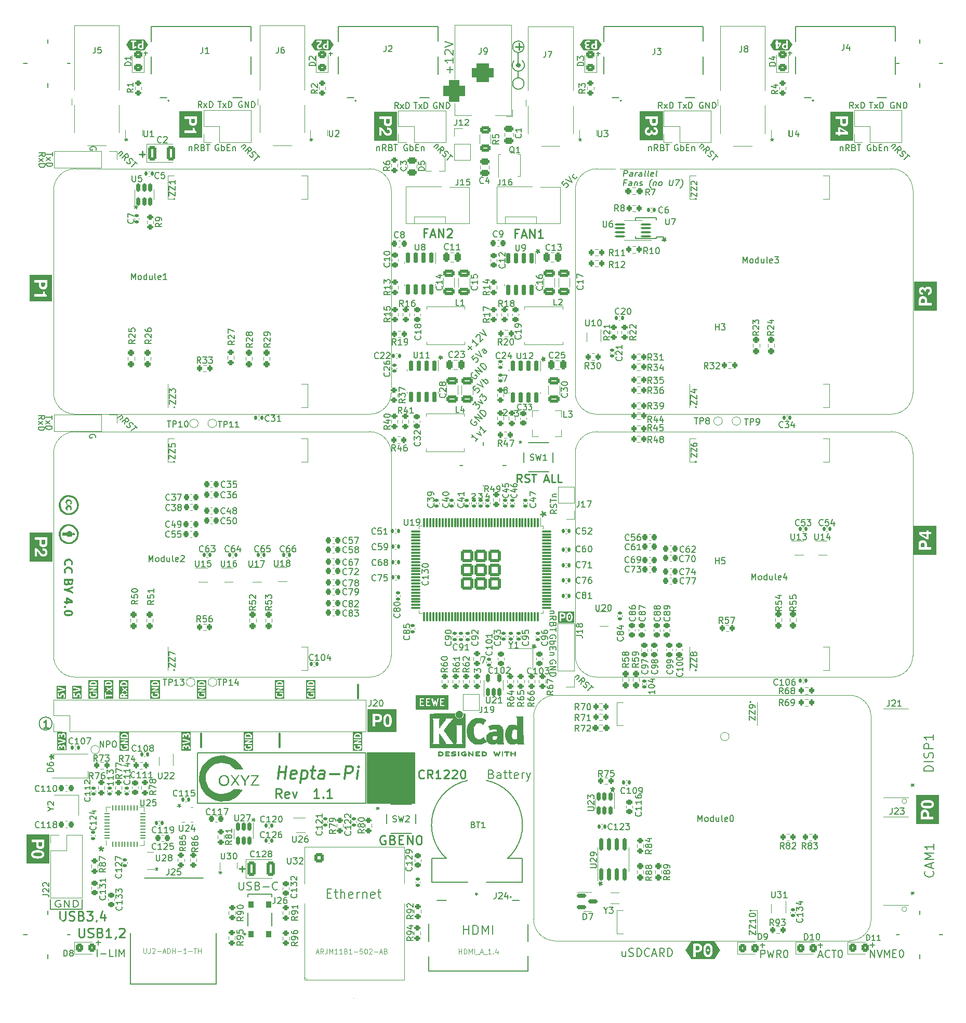
<source format=gto>
%TF.GenerationSoftware,KiCad,Pcbnew,7.0.2-6a45011f42~172~ubuntu22.04.1*%
%TF.CreationDate,2023-04-24T13:24:36-07:00*%
%TF.ProjectId,Hepta-Pi_1.1,48657074-612d-4506-995f-312e312e6b69,2.1*%
%TF.SameCoordinates,PX37cf1c0PY1ad88f0*%
%TF.FileFunction,Legend,Top*%
%TF.FilePolarity,Positive*%
%FSLAX46Y46*%
G04 Gerber Fmt 4.6, Leading zero omitted, Abs format (unit mm)*
G04 Created by KiCad (PCBNEW 7.0.2-6a45011f42~172~ubuntu22.04.1) date 2023-04-24 13:24:36*
%MOMM*%
%LPD*%
G01*
G04 APERTURE LIST*
G04 Aperture macros list*
%AMRoundRect*
0 Rectangle with rounded corners*
0 $1 Rounding radius*
0 $2 $3 $4 $5 $6 $7 $8 $9 X,Y pos of 4 corners*
0 Add a 4 corners polygon primitive as box body*
4,1,4,$2,$3,$4,$5,$6,$7,$8,$9,$2,$3,0*
0 Add four circle primitives for the rounded corners*
1,1,$1+$1,$2,$3*
1,1,$1+$1,$4,$5*
1,1,$1+$1,$6,$7*
1,1,$1+$1,$8,$9*
0 Add four rect primitives between the rounded corners*
20,1,$1+$1,$2,$3,$4,$5,0*
20,1,$1+$1,$4,$5,$6,$7,0*
20,1,$1+$1,$6,$7,$8,$9,0*
20,1,$1+$1,$8,$9,$2,$3,0*%
%AMFreePoly0*
4,1,17,1.395000,0.765000,0.855000,0.765000,0.855000,0.535000,1.395000,0.535000,1.395000,0.115000,0.855000,0.115000,0.855000,-0.115000,1.395000,-0.115000,1.395000,-0.535000,0.855000,-0.535000,0.855000,-0.765000,1.395000,-0.765000,1.395000,-1.185000,-0.855000,-1.185000,-0.855000,1.185000,1.395000,1.185000,1.395000,0.765000,1.395000,0.765000,$1*%
G04 Aperture macros list end*
%ADD10C,0.150000*%
%ADD11C,0.200000*%
%ADD12C,0.160000*%
%ADD13C,0.180000*%
%ADD14C,0.350000*%
%ADD15C,0.300000*%
%ADD16C,0.250000*%
%ADD17C,0.220000*%
%ADD18C,0.120000*%
%ADD19C,0.190000*%
%ADD20C,0.500000*%
%ADD21C,0.127000*%
%ADD22C,0.152400*%
%ADD23C,0.010000*%
%ADD24RoundRect,0.225000X-0.225000X-0.250000X0.225000X-0.250000X0.225000X0.250000X-0.225000X0.250000X0*%
%ADD25RoundRect,0.140000X-0.170000X0.140000X-0.170000X-0.140000X0.170000X-0.140000X0.170000X0.140000X0*%
%ADD26RoundRect,0.225000X0.225000X0.250000X-0.225000X0.250000X-0.225000X-0.250000X0.225000X-0.250000X0*%
%ADD27R,1.700000X1.700000*%
%ADD28O,1.700000X1.700000*%
%ADD29RoundRect,0.237500X-0.237500X0.250000X-0.237500X-0.250000X0.237500X-0.250000X0.237500X0.250000X0*%
%ADD30RoundRect,0.140000X0.170000X-0.140000X0.170000X0.140000X-0.170000X0.140000X-0.170000X-0.140000X0*%
%ADD31RoundRect,0.200000X-0.200000X-0.275000X0.200000X-0.275000X0.200000X0.275000X-0.200000X0.275000X0*%
%ADD32C,1.100000*%
%ADD33R,1.730000X2.030000*%
%ADD34O,1.730000X2.030000*%
%ADD35RoundRect,0.140000X-0.140000X-0.170000X0.140000X-0.170000X0.140000X0.170000X-0.140000X0.170000X0*%
%ADD36RoundRect,0.200000X0.275000X-0.200000X0.275000X0.200000X-0.275000X0.200000X-0.275000X-0.200000X0*%
%ADD37RoundRect,0.250000X-0.325000X-0.450000X0.325000X-0.450000X0.325000X0.450000X-0.325000X0.450000X0*%
%ADD38RoundRect,0.140000X0.140000X0.170000X-0.140000X0.170000X-0.140000X-0.170000X0.140000X-0.170000X0*%
%ADD39R,0.650000X0.400000*%
%ADD40RoundRect,0.150000X0.150000X-0.512500X0.150000X0.512500X-0.150000X0.512500X-0.150000X-0.512500X0*%
%ADD41R,1.524000X0.609600*%
%ADD42R,1.803400X0.812800*%
%ADD43R,0.200000X0.700000*%
%ADD44RoundRect,0.250000X-0.250000X-0.475000X0.250000X-0.475000X0.250000X0.475000X-0.250000X0.475000X0*%
%ADD45RoundRect,0.200000X0.200000X0.275000X-0.200000X0.275000X-0.200000X-0.275000X0.200000X-0.275000X0*%
%ADD46RoundRect,0.225000X-0.250000X0.225000X-0.250000X-0.225000X0.250000X-0.225000X0.250000X0.225000X0*%
%ADD47RoundRect,0.200000X-0.275000X0.200000X-0.275000X-0.200000X0.275000X-0.200000X0.275000X0.200000X0*%
%ADD48C,1.500000*%
%ADD49R,0.300000X2.600000*%
%ADD50O,1.500000X3.300000*%
%ADD51O,1.500000X2.300000*%
%ADD52R,1.500000X3.600000*%
%ADD53RoundRect,0.250000X0.450000X-0.325000X0.450000X0.325000X-0.450000X0.325000X-0.450000X-0.325000X0*%
%ADD54C,1.050000*%
%ADD55C,1.300000*%
%ADD56R,2.300000X4.500000*%
%ADD57RoundRect,0.237500X0.237500X-0.250000X0.237500X0.250000X-0.237500X0.250000X-0.237500X-0.250000X0*%
%ADD58R,3.500000X3.500000*%
%ADD59RoundRect,0.750000X-1.000000X0.750000X-1.000000X-0.750000X1.000000X-0.750000X1.000000X0.750000X0*%
%ADD60RoundRect,0.875000X-0.875000X0.875000X-0.875000X-0.875000X0.875000X-0.875000X0.875000X0.875000X0*%
%ADD61R,2.350000X5.100000*%
%ADD62RoundRect,0.250000X0.650000X-0.325000X0.650000X0.325000X-0.650000X0.325000X-0.650000X-0.325000X0*%
%ADD63RoundRect,0.225000X0.250000X-0.225000X0.250000X0.225000X-0.250000X0.225000X-0.250000X-0.225000X0*%
%ADD64R,0.300000X0.550000*%
%ADD65R,0.400000X0.550000*%
%ADD66C,1.000000*%
%ADD67R,0.575000X0.300000*%
%ADD68R,0.575000X0.250000*%
%ADD69R,0.350000X0.630000*%
%ADD70RoundRect,0.450000X0.000000X-0.500000X0.000000X-0.500000X0.000000X0.500000X0.000000X0.500000X0*%
%ADD71R,1.600000X1.600000*%
%ADD72C,1.600000*%
%ADD73C,2.150000*%
%ADD74R,3.400000X2.710000*%
%ADD75RoundRect,0.150000X-0.150000X0.737500X-0.150000X-0.737500X0.150000X-0.737500X0.150000X0.737500X0*%
%ADD76RoundRect,0.250000X0.475000X-0.250000X0.475000X0.250000X-0.475000X0.250000X-0.475000X-0.250000X0*%
%ADD77R,0.400000X0.650000*%
%ADD78RoundRect,0.100000X0.712500X0.100000X-0.712500X0.100000X-0.712500X-0.100000X0.712500X-0.100000X0*%
%ADD79C,3.450000*%
%ADD80C,3.200000*%
%ADD81RoundRect,0.250500X-0.499500X-0.499500X0.499500X-0.499500X0.499500X0.499500X-0.499500X0.499500X0*%
%ADD82C,2.500000*%
%ADD83RoundRect,0.237500X0.250000X0.237500X-0.250000X0.237500X-0.250000X-0.237500X0.250000X-0.237500X0*%
%ADD84RoundRect,0.250000X-0.412500X-0.925000X0.412500X-0.925000X0.412500X0.925000X-0.412500X0.925000X0*%
%ADD85C,3.600000*%
%ADD86C,6.400000*%
%ADD87R,0.420000X0.700000*%
%ADD88FreePoly0,90.000000*%
%ADD89C,2.700000*%
%ADD90R,1.549400X0.990600*%
%ADD91RoundRect,0.150000X0.150000X-0.825000X0.150000X0.825000X-0.150000X0.825000X-0.150000X-0.825000X0*%
%ADD92RoundRect,0.062500X0.062500X-0.350000X0.062500X0.350000X-0.062500X0.350000X-0.062500X-0.350000X0*%
%ADD93RoundRect,0.062500X0.350000X-0.062500X0.350000X0.062500X-0.350000X0.062500X-0.350000X-0.062500X0*%
%ADD94R,3.700000X3.700000*%
%ADD95C,3.000000*%
%ADD96RoundRect,0.250000X-0.475000X0.250000X-0.475000X-0.250000X0.475000X-0.250000X0.475000X0.250000X0*%
%ADD97RoundRect,0.150000X-0.587500X-0.150000X0.587500X-0.150000X0.587500X0.150000X-0.587500X0.150000X0*%
%ADD98R,1.400000X1.200000*%
%ADD99R,1.400000X0.300000*%
%ADD100R,0.550000X0.300000*%
%ADD101R,0.550000X0.400000*%
%ADD102RoundRect,0.075000X-0.075000X0.675000X-0.075000X-0.675000X0.075000X-0.675000X0.075000X0.675000X0*%
%ADD103RoundRect,0.075000X-0.675000X0.075000X-0.675000X-0.075000X0.675000X-0.075000X0.675000X0.075000X0*%
%ADD104RoundRect,0.252951X-0.747049X-0.747049X0.747049X-0.747049X0.747049X0.747049X-0.747049X0.747049X0*%
%ADD105R,1.000000X1.800000*%
%ADD106RoundRect,0.250000X-0.625000X0.312500X-0.625000X-0.312500X0.625000X-0.312500X0.625000X0.312500X0*%
%ADD107R,0.800000X0.900000*%
%ADD108R,1.600000X0.850000*%
%ADD109RoundRect,0.150000X-0.150000X0.512500X-0.150000X-0.512500X0.150000X-0.512500X0.150000X0.512500X0*%
%ADD110C,1.150000*%
%ADD111C,1.650000*%
G04 APERTURE END LIST*
D10*
X75045000Y-72775000D02*
X75045000Y-65675000D01*
D11*
X4760237Y-111500000D02*
G75*
G03*
X4760237Y-111500000I-1055237J0D01*
G01*
D10*
X146095000Y-149845000D02*
X146095000Y-142045000D01*
X4070000Y-7845000D02*
X4070000Y-45000D01*
X71170000Y-69495000D02*
X78770000Y-69495000D01*
X142295000Y-3945000D02*
X149895000Y-3945000D01*
X4070000Y-149845000D02*
X4070000Y-142045000D01*
D11*
X28465000Y-116280000D02*
X55890000Y-116280000D01*
X55890000Y-124480000D01*
X28465000Y-124480000D01*
X28465000Y-116280000D01*
D10*
X120000Y-145925000D02*
X7720000Y-145925000D01*
X142295000Y-145925000D02*
X149895000Y-145925000D01*
X9680000Y-141725000D02*
X9670000Y-140120000D01*
X4480000Y-141725000D02*
X9680000Y-141725000D01*
X95000Y-3945000D02*
X7695000Y-3945000D01*
X146095000Y-7845000D02*
X146095000Y-45000D01*
X4480000Y-140170000D02*
X4480000Y-141725000D01*
X62624761Y-17210238D02*
X62529523Y-17162619D01*
X62529523Y-17162619D02*
X62386666Y-17162619D01*
X62386666Y-17162619D02*
X62243809Y-17210238D01*
X62243809Y-17210238D02*
X62148571Y-17305476D01*
X62148571Y-17305476D02*
X62100952Y-17400714D01*
X62100952Y-17400714D02*
X62053333Y-17591190D01*
X62053333Y-17591190D02*
X62053333Y-17734047D01*
X62053333Y-17734047D02*
X62100952Y-17924523D01*
X62100952Y-17924523D02*
X62148571Y-18019761D01*
X62148571Y-18019761D02*
X62243809Y-18115000D01*
X62243809Y-18115000D02*
X62386666Y-18162619D01*
X62386666Y-18162619D02*
X62481904Y-18162619D01*
X62481904Y-18162619D02*
X62624761Y-18115000D01*
X62624761Y-18115000D02*
X62672380Y-18067380D01*
X62672380Y-18067380D02*
X62672380Y-17734047D01*
X62672380Y-17734047D02*
X62481904Y-17734047D01*
X63100952Y-18162619D02*
X63100952Y-17162619D01*
X63100952Y-17543571D02*
X63196190Y-17495952D01*
X63196190Y-17495952D02*
X63386666Y-17495952D01*
X63386666Y-17495952D02*
X63481904Y-17543571D01*
X63481904Y-17543571D02*
X63529523Y-17591190D01*
X63529523Y-17591190D02*
X63577142Y-17686428D01*
X63577142Y-17686428D02*
X63577142Y-17972142D01*
X63577142Y-17972142D02*
X63529523Y-18067380D01*
X63529523Y-18067380D02*
X63481904Y-18115000D01*
X63481904Y-18115000D02*
X63386666Y-18162619D01*
X63386666Y-18162619D02*
X63196190Y-18162619D01*
X63196190Y-18162619D02*
X63100952Y-18115000D01*
X64005714Y-17638809D02*
X64339047Y-17638809D01*
X64481904Y-18162619D02*
X64005714Y-18162619D01*
X64005714Y-18162619D02*
X64005714Y-17162619D01*
X64005714Y-17162619D02*
X64481904Y-17162619D01*
X64910476Y-17495952D02*
X64910476Y-18162619D01*
X64910476Y-17591190D02*
X64958095Y-17543571D01*
X64958095Y-17543571D02*
X65053333Y-17495952D01*
X65053333Y-17495952D02*
X65196190Y-17495952D01*
X65196190Y-17495952D02*
X65291428Y-17543571D01*
X65291428Y-17543571D02*
X65339047Y-17638809D01*
X65339047Y-17638809D02*
X65339047Y-18162619D01*
D12*
X86819761Y-97614761D02*
X86867380Y-97519523D01*
X86867380Y-97519523D02*
X86867380Y-97376666D01*
X86867380Y-97376666D02*
X86819761Y-97233809D01*
X86819761Y-97233809D02*
X86724523Y-97138571D01*
X86724523Y-97138571D02*
X86629285Y-97090952D01*
X86629285Y-97090952D02*
X86438809Y-97043333D01*
X86438809Y-97043333D02*
X86295952Y-97043333D01*
X86295952Y-97043333D02*
X86105476Y-97090952D01*
X86105476Y-97090952D02*
X86010238Y-97138571D01*
X86010238Y-97138571D02*
X85915000Y-97233809D01*
X85915000Y-97233809D02*
X85867380Y-97376666D01*
X85867380Y-97376666D02*
X85867380Y-97471904D01*
X85867380Y-97471904D02*
X85915000Y-97614761D01*
X85915000Y-97614761D02*
X85962619Y-97662380D01*
X85962619Y-97662380D02*
X86295952Y-97662380D01*
X86295952Y-97662380D02*
X86295952Y-97471904D01*
X85867380Y-98090952D02*
X86867380Y-98090952D01*
X86486428Y-98090952D02*
X86534047Y-98186190D01*
X86534047Y-98186190D02*
X86534047Y-98376666D01*
X86534047Y-98376666D02*
X86486428Y-98471904D01*
X86486428Y-98471904D02*
X86438809Y-98519523D01*
X86438809Y-98519523D02*
X86343571Y-98567142D01*
X86343571Y-98567142D02*
X86057857Y-98567142D01*
X86057857Y-98567142D02*
X85962619Y-98519523D01*
X85962619Y-98519523D02*
X85915000Y-98471904D01*
X85915000Y-98471904D02*
X85867380Y-98376666D01*
X85867380Y-98376666D02*
X85867380Y-98186190D01*
X85867380Y-98186190D02*
X85915000Y-98090952D01*
X86391190Y-98995714D02*
X86391190Y-99329047D01*
X85867380Y-99471904D02*
X85867380Y-98995714D01*
X85867380Y-98995714D02*
X86867380Y-98995714D01*
X86867380Y-98995714D02*
X86867380Y-99471904D01*
X86534047Y-99900476D02*
X85867380Y-99900476D01*
X86438809Y-99900476D02*
X86486428Y-99948095D01*
X86486428Y-99948095D02*
X86534047Y-100043333D01*
X86534047Y-100043333D02*
X86534047Y-100186190D01*
X86534047Y-100186190D02*
X86486428Y-100281428D01*
X86486428Y-100281428D02*
X86391190Y-100329047D01*
X86391190Y-100329047D02*
X85867380Y-100329047D01*
D13*
X6083333Y-140361261D02*
X5950000Y-140308880D01*
X5950000Y-140308880D02*
X5750000Y-140308880D01*
X5750000Y-140308880D02*
X5550000Y-140361261D01*
X5550000Y-140361261D02*
X5416667Y-140466023D01*
X5416667Y-140466023D02*
X5350000Y-140570785D01*
X5350000Y-140570785D02*
X5283333Y-140780309D01*
X5283333Y-140780309D02*
X5283333Y-140937452D01*
X5283333Y-140937452D02*
X5350000Y-141146976D01*
X5350000Y-141146976D02*
X5416667Y-141251738D01*
X5416667Y-141251738D02*
X5550000Y-141356500D01*
X5550000Y-141356500D02*
X5750000Y-141408880D01*
X5750000Y-141408880D02*
X5883333Y-141408880D01*
X5883333Y-141408880D02*
X6083333Y-141356500D01*
X6083333Y-141356500D02*
X6150000Y-141304119D01*
X6150000Y-141304119D02*
X6150000Y-140937452D01*
X6150000Y-140937452D02*
X5883333Y-140937452D01*
X6750000Y-141408880D02*
X6750000Y-140308880D01*
X6750000Y-140308880D02*
X7550000Y-141408880D01*
X7550000Y-141408880D02*
X7550000Y-140308880D01*
X8216667Y-141408880D02*
X8216667Y-140308880D01*
X8216667Y-140308880D02*
X8550000Y-140308880D01*
X8550000Y-140308880D02*
X8750000Y-140361261D01*
X8750000Y-140361261D02*
X8883334Y-140466023D01*
X8883334Y-140466023D02*
X8950000Y-140570785D01*
X8950000Y-140570785D02*
X9016667Y-140780309D01*
X9016667Y-140780309D02*
X9016667Y-140937452D01*
X9016667Y-140937452D02*
X8950000Y-141146976D01*
X8950000Y-141146976D02*
X8883334Y-141251738D01*
X8883334Y-141251738D02*
X8750000Y-141356500D01*
X8750000Y-141356500D02*
X8550000Y-141408880D01*
X8550000Y-141408880D02*
X8216667Y-141408880D01*
D10*
X122060000Y-16112619D02*
X122060000Y-16350714D01*
X121821905Y-16255476D02*
X122060000Y-16350714D01*
X122060000Y-16350714D02*
X122298095Y-16255476D01*
X121917143Y-16541190D02*
X122060000Y-16350714D01*
X122060000Y-16350714D02*
X122202857Y-16541190D01*
D12*
X86819761Y-101718095D02*
X86867380Y-101622857D01*
X86867380Y-101622857D02*
X86867380Y-101480000D01*
X86867380Y-101480000D02*
X86819761Y-101337143D01*
X86819761Y-101337143D02*
X86724523Y-101241905D01*
X86724523Y-101241905D02*
X86629285Y-101194286D01*
X86629285Y-101194286D02*
X86438809Y-101146667D01*
X86438809Y-101146667D02*
X86295952Y-101146667D01*
X86295952Y-101146667D02*
X86105476Y-101194286D01*
X86105476Y-101194286D02*
X86010238Y-101241905D01*
X86010238Y-101241905D02*
X85915000Y-101337143D01*
X85915000Y-101337143D02*
X85867380Y-101480000D01*
X85867380Y-101480000D02*
X85867380Y-101575238D01*
X85867380Y-101575238D02*
X85915000Y-101718095D01*
X85915000Y-101718095D02*
X85962619Y-101765714D01*
X85962619Y-101765714D02*
X86295952Y-101765714D01*
X86295952Y-101765714D02*
X86295952Y-101575238D01*
X85867380Y-102194286D02*
X86867380Y-102194286D01*
X86867380Y-102194286D02*
X85867380Y-102765714D01*
X85867380Y-102765714D02*
X86867380Y-102765714D01*
X85867380Y-103241905D02*
X86867380Y-103241905D01*
X86867380Y-103241905D02*
X86867380Y-103480000D01*
X86867380Y-103480000D02*
X86819761Y-103622857D01*
X86819761Y-103622857D02*
X86724523Y-103718095D01*
X86724523Y-103718095D02*
X86629285Y-103765714D01*
X86629285Y-103765714D02*
X86438809Y-103813333D01*
X86438809Y-103813333D02*
X86295952Y-103813333D01*
X86295952Y-103813333D02*
X86105476Y-103765714D01*
X86105476Y-103765714D02*
X86010238Y-103718095D01*
X86010238Y-103718095D02*
X85915000Y-103622857D01*
X85915000Y-103622857D02*
X85867380Y-103480000D01*
X85867380Y-103480000D02*
X85867380Y-103241905D01*
D11*
X93435238Y-2355333D02*
X94044762Y-2355333D01*
X93740000Y-2660095D02*
X93740000Y-2050571D01*
D14*
G36*
X3639441Y-81990963D02*
G01*
X3639367Y-82001439D01*
X3638771Y-82021872D01*
X3637581Y-82041610D01*
X3634678Y-82069914D01*
X3630437Y-82096656D01*
X3624855Y-82121835D01*
X3617935Y-82145451D01*
X3609674Y-82167504D01*
X3600074Y-82187995D01*
X3589135Y-82206923D01*
X3576856Y-82224288D01*
X3563237Y-82240090D01*
X3553452Y-82249791D01*
X3537573Y-82263169D01*
X3520251Y-82275139D01*
X3501486Y-82285701D01*
X3481279Y-82294854D01*
X3459629Y-82302599D01*
X3436536Y-82308936D01*
X3412002Y-82313865D01*
X3386024Y-82317385D01*
X3358604Y-82319498D01*
X3329741Y-82320202D01*
X3292653Y-82318916D01*
X3257957Y-82315058D01*
X3225654Y-82308627D01*
X3195744Y-82299624D01*
X3168226Y-82288050D01*
X3143102Y-82273903D01*
X3120370Y-82257183D01*
X3100031Y-82237892D01*
X3082085Y-82216028D01*
X3066531Y-82191593D01*
X3053371Y-82164585D01*
X3042603Y-82135005D01*
X3034228Y-82102852D01*
X3028246Y-82068128D01*
X3024657Y-82030831D01*
X3023760Y-82011218D01*
X3023461Y-81990963D01*
X3023461Y-81597243D01*
X3639441Y-81597243D01*
X3639441Y-81990963D01*
G37*
G36*
X4801866Y-85104887D02*
G01*
X1129286Y-85104887D01*
X1129286Y-82929832D01*
X1940000Y-82929832D01*
X1940000Y-84285868D01*
X2291709Y-84285868D01*
X2291709Y-83441765D01*
X2303660Y-83447625D01*
X2321522Y-83457324D01*
X2339306Y-83468113D01*
X2357013Y-83479992D01*
X2374643Y-83492963D01*
X2392196Y-83507023D01*
X2409671Y-83522174D01*
X2427069Y-83538416D01*
X2444390Y-83555748D01*
X2461633Y-83574171D01*
X2478799Y-83593684D01*
X2490162Y-83607089D01*
X2506999Y-83627318D01*
X2523587Y-83647692D01*
X2539926Y-83668213D01*
X2556016Y-83688880D01*
X2571857Y-83709692D01*
X2587449Y-83730651D01*
X2602792Y-83751755D01*
X2617886Y-83773006D01*
X2632731Y-83794403D01*
X2647327Y-83815945D01*
X2657089Y-83830334D01*
X2671932Y-83851840D01*
X2687016Y-83873251D01*
X2702341Y-83894567D01*
X2717905Y-83915789D01*
X2733711Y-83936916D01*
X2749756Y-83957949D01*
X2766042Y-83978888D01*
X2782569Y-83999732D01*
X2799336Y-84020482D01*
X2816343Y-84041137D01*
X2827931Y-84054725D01*
X2845950Y-84074541D01*
X2864733Y-84093680D01*
X2884281Y-84112140D01*
X2904593Y-84129921D01*
X2925669Y-84147024D01*
X2947509Y-84163449D01*
X2970113Y-84179196D01*
X2993482Y-84194264D01*
X3017615Y-84208654D01*
X3042512Y-84222365D01*
X3068153Y-84235198D01*
X3094335Y-84246768D01*
X3121058Y-84257077D01*
X3148322Y-84266123D01*
X3176127Y-84273907D01*
X3204473Y-84280428D01*
X3223671Y-84284075D01*
X3243110Y-84287160D01*
X3262788Y-84289685D01*
X3282707Y-84291648D01*
X3302867Y-84293051D01*
X3323267Y-84293892D01*
X3343907Y-84294173D01*
X3379714Y-84293453D01*
X3414593Y-84291295D01*
X3448544Y-84287698D01*
X3481569Y-84282663D01*
X3513666Y-84276188D01*
X3544835Y-84268275D01*
X3575078Y-84258923D01*
X3604392Y-84248133D01*
X3632780Y-84235903D01*
X3660240Y-84222235D01*
X3686773Y-84207129D01*
X3712378Y-84190583D01*
X3737056Y-84172599D01*
X3760807Y-84153176D01*
X3783630Y-84132314D01*
X3805526Y-84110013D01*
X3816075Y-84098376D01*
X3836168Y-84074333D01*
X3854921Y-84049268D01*
X3872335Y-84023179D01*
X3888409Y-83996068D01*
X3903144Y-83967935D01*
X3916539Y-83938778D01*
X3928595Y-83908599D01*
X3939311Y-83877397D01*
X3948687Y-83845172D01*
X3956725Y-83811925D01*
X3963422Y-83777654D01*
X3968780Y-83742361D01*
X3972799Y-83706045D01*
X3975478Y-83668707D01*
X3976817Y-83630345D01*
X3976985Y-83610781D01*
X3976298Y-83572603D01*
X3974237Y-83535493D01*
X3970802Y-83499452D01*
X3965994Y-83464480D01*
X3959812Y-83430576D01*
X3952255Y-83397740D01*
X3943325Y-83365973D01*
X3933021Y-83335275D01*
X3921343Y-83305645D01*
X3908292Y-83277084D01*
X3893866Y-83249592D01*
X3878066Y-83223168D01*
X3860893Y-83197812D01*
X3842346Y-83173525D01*
X3822425Y-83150307D01*
X3801130Y-83128157D01*
X3790003Y-83117518D01*
X3766934Y-83097254D01*
X3742776Y-83078340D01*
X3717532Y-83060778D01*
X3691199Y-83044566D01*
X3663779Y-83029705D01*
X3635271Y-83016196D01*
X3605676Y-83004037D01*
X3574993Y-82993229D01*
X3543222Y-82983772D01*
X3510364Y-82975667D01*
X3476418Y-82968912D01*
X3441385Y-82963508D01*
X3405263Y-82959455D01*
X3368055Y-82956753D01*
X3329758Y-82955402D01*
X3310202Y-82955233D01*
X3300447Y-82955271D01*
X3279505Y-82955636D01*
X3259953Y-82956388D01*
X3239860Y-82957676D01*
X3239860Y-83334787D01*
X3304829Y-83334787D01*
X3315107Y-83334860D01*
X3335238Y-83335444D01*
X3354801Y-83336611D01*
X3383078Y-83339458D01*
X3410076Y-83343618D01*
X3435794Y-83349092D01*
X3460233Y-83355880D01*
X3483393Y-83363981D01*
X3505273Y-83373397D01*
X3525874Y-83384126D01*
X3545195Y-83396168D01*
X3563237Y-83409525D01*
X3574536Y-83419102D01*
X3590116Y-83434348D01*
X3604057Y-83450649D01*
X3616357Y-83468007D01*
X3627017Y-83486421D01*
X3636038Y-83505892D01*
X3643418Y-83526418D01*
X3649158Y-83548001D01*
X3653258Y-83570639D01*
X3655718Y-83594334D01*
X3656538Y-83619085D01*
X3656202Y-83635406D01*
X3654439Y-83659035D01*
X3651165Y-83681642D01*
X3646379Y-83703227D01*
X3640082Y-83723791D01*
X3632274Y-83743333D01*
X3622955Y-83761853D01*
X3612124Y-83779351D01*
X3599782Y-83795827D01*
X3585929Y-83811282D01*
X3570565Y-83825715D01*
X3559572Y-83834765D01*
X3542160Y-83847246D01*
X3523640Y-83858413D01*
X3504012Y-83868266D01*
X3483277Y-83876805D01*
X3461434Y-83884031D01*
X3438483Y-83889943D01*
X3414424Y-83894541D01*
X3389258Y-83897826D01*
X3362985Y-83899796D01*
X3335603Y-83900453D01*
X3325276Y-83900365D01*
X3304943Y-83899659D01*
X3285037Y-83898247D01*
X3255980Y-83894805D01*
X3227884Y-83889775D01*
X3200751Y-83883156D01*
X3174578Y-83874948D01*
X3149368Y-83865152D01*
X3125119Y-83853768D01*
X3101832Y-83840795D01*
X3079507Y-83826233D01*
X3058143Y-83810083D01*
X3051096Y-83804232D01*
X3036300Y-83791127D01*
X3020569Y-83776152D01*
X3003904Y-83759306D01*
X2986303Y-83740591D01*
X2967767Y-83720006D01*
X2948296Y-83697551D01*
X2927891Y-83673226D01*
X2906550Y-83647031D01*
X2884274Y-83618966D01*
X2861064Y-83589031D01*
X2849108Y-83573362D01*
X2836918Y-83557226D01*
X2824494Y-83540622D01*
X2811837Y-83523551D01*
X2798946Y-83506012D01*
X2785822Y-83488006D01*
X2772463Y-83469532D01*
X2758871Y-83450591D01*
X2745045Y-83431182D01*
X2730985Y-83411306D01*
X2716692Y-83390963D01*
X2694586Y-83359942D01*
X2672598Y-83330138D01*
X2650729Y-83301552D01*
X2628978Y-83274184D01*
X2607345Y-83248033D01*
X2585831Y-83223099D01*
X2564435Y-83199383D01*
X2543157Y-83176884D01*
X2521998Y-83155602D01*
X2500957Y-83135538D01*
X2480034Y-83116691D01*
X2459229Y-83099062D01*
X2438543Y-83082650D01*
X2417975Y-83067455D01*
X2397526Y-83053478D01*
X2377194Y-83040718D01*
X2356539Y-83028951D01*
X2334994Y-83017828D01*
X2312560Y-83007351D01*
X2289236Y-82997518D01*
X2265024Y-82988330D01*
X2239922Y-82979787D01*
X2213931Y-82971889D01*
X2187051Y-82964637D01*
X2159282Y-82958029D01*
X2130623Y-82952066D01*
X2101076Y-82946748D01*
X2070639Y-82942075D01*
X2039313Y-82938047D01*
X2007098Y-82934663D01*
X1973993Y-82931925D01*
X1940000Y-82929832D01*
X1129286Y-82929832D01*
X1129286Y-81175191D01*
X1940000Y-81175191D01*
X1940000Y-81597243D01*
X2671751Y-81597243D01*
X2671751Y-82123342D01*
X2672476Y-82158072D01*
X2674651Y-82191921D01*
X2678277Y-82224888D01*
X2683353Y-82256974D01*
X2689878Y-82288177D01*
X2697855Y-82318500D01*
X2707281Y-82347941D01*
X2718157Y-82376500D01*
X2730484Y-82404178D01*
X2744261Y-82430974D01*
X2759488Y-82456888D01*
X2776165Y-82481921D01*
X2794292Y-82506073D01*
X2813870Y-82529342D01*
X2834898Y-82551731D01*
X2857376Y-82573237D01*
X2881073Y-82593704D01*
X2905759Y-82612851D01*
X2931433Y-82630677D01*
X2958095Y-82647182D01*
X2985746Y-82662367D01*
X3014386Y-82676232D01*
X3044013Y-82688776D01*
X3074630Y-82700000D01*
X3106234Y-82709903D01*
X3138827Y-82718486D01*
X3172409Y-82725748D01*
X3206979Y-82731690D01*
X3242537Y-82736312D01*
X3279084Y-82739613D01*
X3316619Y-82741593D01*
X3355143Y-82742254D01*
X3393283Y-82741588D01*
X3430278Y-82739590D01*
X3466128Y-82736260D01*
X3500833Y-82731598D01*
X3534394Y-82725605D01*
X3566810Y-82718280D01*
X3598080Y-82709622D01*
X3628206Y-82699633D01*
X3657187Y-82688312D01*
X3685023Y-82675659D01*
X3711714Y-82661674D01*
X3737260Y-82646358D01*
X3761662Y-82629709D01*
X3784918Y-82611729D01*
X3807030Y-82592416D01*
X3827997Y-82571772D01*
X3847754Y-82549935D01*
X3866236Y-82526923D01*
X3883444Y-82502735D01*
X3899377Y-82477372D01*
X3914035Y-82450834D01*
X3927419Y-82423120D01*
X3939528Y-82394230D01*
X3950362Y-82364166D01*
X3959922Y-82332925D01*
X3968207Y-82300510D01*
X3975218Y-82266919D01*
X3980954Y-82232152D01*
X3985415Y-82196210D01*
X3988602Y-82159093D01*
X3990514Y-82120800D01*
X3990992Y-82101213D01*
X3991151Y-82081332D01*
X3991151Y-81175191D01*
X1940000Y-81175191D01*
X1129286Y-81175191D01*
X1129286Y-80364477D01*
X4801866Y-80364477D01*
X4801866Y-85104887D01*
G37*
D10*
X138124761Y-17210238D02*
X138029523Y-17162619D01*
X138029523Y-17162619D02*
X137886666Y-17162619D01*
X137886666Y-17162619D02*
X137743809Y-17210238D01*
X137743809Y-17210238D02*
X137648571Y-17305476D01*
X137648571Y-17305476D02*
X137600952Y-17400714D01*
X137600952Y-17400714D02*
X137553333Y-17591190D01*
X137553333Y-17591190D02*
X137553333Y-17734047D01*
X137553333Y-17734047D02*
X137600952Y-17924523D01*
X137600952Y-17924523D02*
X137648571Y-18019761D01*
X137648571Y-18019761D02*
X137743809Y-18115000D01*
X137743809Y-18115000D02*
X137886666Y-18162619D01*
X137886666Y-18162619D02*
X137981904Y-18162619D01*
X137981904Y-18162619D02*
X138124761Y-18115000D01*
X138124761Y-18115000D02*
X138172380Y-18067380D01*
X138172380Y-18067380D02*
X138172380Y-17734047D01*
X138172380Y-17734047D02*
X137981904Y-17734047D01*
X138600952Y-18162619D02*
X138600952Y-17162619D01*
X138600952Y-17543571D02*
X138696190Y-17495952D01*
X138696190Y-17495952D02*
X138886666Y-17495952D01*
X138886666Y-17495952D02*
X138981904Y-17543571D01*
X138981904Y-17543571D02*
X139029523Y-17591190D01*
X139029523Y-17591190D02*
X139077142Y-17686428D01*
X139077142Y-17686428D02*
X139077142Y-17972142D01*
X139077142Y-17972142D02*
X139029523Y-18067380D01*
X139029523Y-18067380D02*
X138981904Y-18115000D01*
X138981904Y-18115000D02*
X138886666Y-18162619D01*
X138886666Y-18162619D02*
X138696190Y-18162619D01*
X138696190Y-18162619D02*
X138600952Y-18115000D01*
X139505714Y-17638809D02*
X139839047Y-17638809D01*
X139981904Y-18162619D02*
X139505714Y-18162619D01*
X139505714Y-18162619D02*
X139505714Y-17162619D01*
X139505714Y-17162619D02*
X139981904Y-17162619D01*
X140410476Y-17495952D02*
X140410476Y-18162619D01*
X140410476Y-17591190D02*
X140458095Y-17543571D01*
X140458095Y-17543571D02*
X140553333Y-17495952D01*
X140553333Y-17495952D02*
X140696190Y-17495952D01*
X140696190Y-17495952D02*
X140791428Y-17543571D01*
X140791428Y-17543571D02*
X140839047Y-17638809D01*
X140839047Y-17638809D02*
X140839047Y-18162619D01*
D15*
X29057500Y-115303928D02*
X29057500Y-113161071D01*
D11*
X141933115Y-17024548D02*
X141461711Y-17495953D01*
X141865772Y-17091892D02*
X141933115Y-17091892D01*
X141933115Y-17091892D02*
X142034130Y-17125563D01*
X142034130Y-17125563D02*
X142135146Y-17226579D01*
X142135146Y-17226579D02*
X142168817Y-17327594D01*
X142168817Y-17327594D02*
X142135146Y-17428609D01*
X142135146Y-17428609D02*
X141764756Y-17798998D01*
X142505535Y-18539777D02*
X142606550Y-17967357D01*
X142101474Y-18135716D02*
X142808581Y-17428609D01*
X142808581Y-17428609D02*
X143077955Y-17697983D01*
X143077955Y-17697983D02*
X143111626Y-17798998D01*
X143111626Y-17798998D02*
X143111626Y-17866342D01*
X143111626Y-17866342D02*
X143077955Y-17967357D01*
X143077955Y-17967357D02*
X142976939Y-18068372D01*
X142976939Y-18068372D02*
X142875924Y-18102044D01*
X142875924Y-18102044D02*
X142808581Y-18102044D01*
X142808581Y-18102044D02*
X142707565Y-18068372D01*
X142707565Y-18068372D02*
X142438191Y-17798998D01*
X142808581Y-18775479D02*
X142875924Y-18910166D01*
X142875924Y-18910166D02*
X143044283Y-19078525D01*
X143044283Y-19078525D02*
X143145298Y-19112197D01*
X143145298Y-19112197D02*
X143212642Y-19112197D01*
X143212642Y-19112197D02*
X143313657Y-19078525D01*
X143313657Y-19078525D02*
X143381000Y-19011182D01*
X143381000Y-19011182D02*
X143414672Y-18910166D01*
X143414672Y-18910166D02*
X143414672Y-18842823D01*
X143414672Y-18842823D02*
X143381000Y-18741808D01*
X143381000Y-18741808D02*
X143279985Y-18573449D01*
X143279985Y-18573449D02*
X143246313Y-18472433D01*
X143246313Y-18472433D02*
X143246313Y-18405090D01*
X143246313Y-18405090D02*
X143279985Y-18304075D01*
X143279985Y-18304075D02*
X143347329Y-18236731D01*
X143347329Y-18236731D02*
X143448344Y-18203059D01*
X143448344Y-18203059D02*
X143515687Y-18203059D01*
X143515687Y-18203059D02*
X143616703Y-18236731D01*
X143616703Y-18236731D02*
X143785061Y-18405090D01*
X143785061Y-18405090D02*
X143852405Y-18539777D01*
X144088107Y-18708136D02*
X144492168Y-19112197D01*
X143583031Y-19617273D02*
X144290138Y-18910166D01*
D14*
G36*
X59769441Y-13410963D02*
G01*
X59769367Y-13421439D01*
X59768771Y-13441872D01*
X59767581Y-13461610D01*
X59764678Y-13489914D01*
X59760437Y-13516656D01*
X59754855Y-13541835D01*
X59747935Y-13565451D01*
X59739674Y-13587504D01*
X59730074Y-13607995D01*
X59719135Y-13626923D01*
X59706856Y-13644288D01*
X59693237Y-13660090D01*
X59683452Y-13669791D01*
X59667573Y-13683169D01*
X59650251Y-13695139D01*
X59631486Y-13705701D01*
X59611279Y-13714854D01*
X59589629Y-13722599D01*
X59566536Y-13728936D01*
X59542002Y-13733865D01*
X59516024Y-13737385D01*
X59488604Y-13739498D01*
X59459741Y-13740202D01*
X59422653Y-13738916D01*
X59387957Y-13735058D01*
X59355654Y-13728627D01*
X59325744Y-13719624D01*
X59298226Y-13708050D01*
X59273102Y-13693903D01*
X59250370Y-13677183D01*
X59230031Y-13657892D01*
X59212085Y-13636028D01*
X59196531Y-13611593D01*
X59183371Y-13584585D01*
X59172603Y-13555005D01*
X59164228Y-13522852D01*
X59158246Y-13488128D01*
X59154657Y-13450831D01*
X59153760Y-13431218D01*
X59153461Y-13410963D01*
X59153461Y-13017243D01*
X59769441Y-13017243D01*
X59769441Y-13410963D01*
G37*
G36*
X60931866Y-16524887D02*
G01*
X57259286Y-16524887D01*
X57259286Y-14349832D01*
X58070000Y-14349832D01*
X58070000Y-15705868D01*
X58421709Y-15705868D01*
X58421709Y-14861765D01*
X58433660Y-14867625D01*
X58451522Y-14877324D01*
X58469306Y-14888113D01*
X58487013Y-14899992D01*
X58504643Y-14912963D01*
X58522196Y-14927023D01*
X58539671Y-14942174D01*
X58557069Y-14958416D01*
X58574390Y-14975748D01*
X58591633Y-14994171D01*
X58608799Y-15013684D01*
X58620162Y-15027089D01*
X58636999Y-15047318D01*
X58653587Y-15067692D01*
X58669926Y-15088213D01*
X58686016Y-15108880D01*
X58701857Y-15129692D01*
X58717449Y-15150651D01*
X58732792Y-15171755D01*
X58747886Y-15193006D01*
X58762731Y-15214403D01*
X58777327Y-15235945D01*
X58787089Y-15250334D01*
X58801932Y-15271840D01*
X58817016Y-15293251D01*
X58832341Y-15314567D01*
X58847905Y-15335789D01*
X58863711Y-15356916D01*
X58879756Y-15377949D01*
X58896042Y-15398888D01*
X58912569Y-15419732D01*
X58929336Y-15440482D01*
X58946343Y-15461137D01*
X58957931Y-15474725D01*
X58975950Y-15494541D01*
X58994733Y-15513680D01*
X59014281Y-15532140D01*
X59034593Y-15549921D01*
X59055669Y-15567024D01*
X59077509Y-15583449D01*
X59100113Y-15599196D01*
X59123482Y-15614264D01*
X59147615Y-15628654D01*
X59172512Y-15642365D01*
X59198153Y-15655198D01*
X59224335Y-15666768D01*
X59251058Y-15677077D01*
X59278322Y-15686123D01*
X59306127Y-15693907D01*
X59334473Y-15700428D01*
X59353671Y-15704075D01*
X59373110Y-15707160D01*
X59392788Y-15709685D01*
X59412707Y-15711648D01*
X59432867Y-15713051D01*
X59453267Y-15713892D01*
X59473907Y-15714173D01*
X59509714Y-15713453D01*
X59544593Y-15711295D01*
X59578544Y-15707698D01*
X59611569Y-15702663D01*
X59643666Y-15696188D01*
X59674835Y-15688275D01*
X59705078Y-15678923D01*
X59734392Y-15668133D01*
X59762780Y-15655903D01*
X59790240Y-15642235D01*
X59816773Y-15627129D01*
X59842378Y-15610583D01*
X59867056Y-15592599D01*
X59890807Y-15573176D01*
X59913630Y-15552314D01*
X59935526Y-15530013D01*
X59946075Y-15518376D01*
X59966168Y-15494333D01*
X59984921Y-15469268D01*
X60002335Y-15443179D01*
X60018409Y-15416068D01*
X60033144Y-15387935D01*
X60046539Y-15358778D01*
X60058595Y-15328599D01*
X60069311Y-15297397D01*
X60078687Y-15265172D01*
X60086725Y-15231925D01*
X60093422Y-15197654D01*
X60098780Y-15162361D01*
X60102799Y-15126045D01*
X60105478Y-15088707D01*
X60106817Y-15050345D01*
X60106985Y-15030781D01*
X60106298Y-14992603D01*
X60104237Y-14955493D01*
X60100802Y-14919452D01*
X60095994Y-14884480D01*
X60089812Y-14850576D01*
X60082255Y-14817740D01*
X60073325Y-14785973D01*
X60063021Y-14755275D01*
X60051343Y-14725645D01*
X60038292Y-14697084D01*
X60023866Y-14669592D01*
X60008066Y-14643168D01*
X59990893Y-14617812D01*
X59972346Y-14593525D01*
X59952425Y-14570307D01*
X59931130Y-14548157D01*
X59920003Y-14537518D01*
X59896934Y-14517254D01*
X59872776Y-14498340D01*
X59847532Y-14480778D01*
X59821199Y-14464566D01*
X59793779Y-14449705D01*
X59765271Y-14436196D01*
X59735676Y-14424037D01*
X59704993Y-14413229D01*
X59673222Y-14403772D01*
X59640364Y-14395667D01*
X59606418Y-14388912D01*
X59571385Y-14383508D01*
X59535263Y-14379455D01*
X59498055Y-14376753D01*
X59459758Y-14375402D01*
X59440202Y-14375233D01*
X59430447Y-14375271D01*
X59409505Y-14375636D01*
X59389953Y-14376388D01*
X59369860Y-14377676D01*
X59369860Y-14754787D01*
X59434829Y-14754787D01*
X59445107Y-14754860D01*
X59465238Y-14755444D01*
X59484801Y-14756611D01*
X59513078Y-14759458D01*
X59540076Y-14763618D01*
X59565794Y-14769092D01*
X59590233Y-14775880D01*
X59613393Y-14783981D01*
X59635273Y-14793397D01*
X59655874Y-14804126D01*
X59675195Y-14816168D01*
X59693237Y-14829525D01*
X59704536Y-14839102D01*
X59720116Y-14854348D01*
X59734057Y-14870649D01*
X59746357Y-14888007D01*
X59757017Y-14906421D01*
X59766038Y-14925892D01*
X59773418Y-14946418D01*
X59779158Y-14968001D01*
X59783258Y-14990639D01*
X59785718Y-15014334D01*
X59786538Y-15039085D01*
X59786202Y-15055406D01*
X59784439Y-15079035D01*
X59781165Y-15101642D01*
X59776379Y-15123227D01*
X59770082Y-15143791D01*
X59762274Y-15163333D01*
X59752955Y-15181853D01*
X59742124Y-15199351D01*
X59729782Y-15215827D01*
X59715929Y-15231282D01*
X59700565Y-15245715D01*
X59689572Y-15254765D01*
X59672160Y-15267246D01*
X59653640Y-15278413D01*
X59634012Y-15288266D01*
X59613277Y-15296805D01*
X59591434Y-15304031D01*
X59568483Y-15309943D01*
X59544424Y-15314541D01*
X59519258Y-15317826D01*
X59492985Y-15319796D01*
X59465603Y-15320453D01*
X59455276Y-15320365D01*
X59434943Y-15319659D01*
X59415037Y-15318247D01*
X59385980Y-15314805D01*
X59357884Y-15309775D01*
X59330751Y-15303156D01*
X59304578Y-15294948D01*
X59279368Y-15285152D01*
X59255119Y-15273768D01*
X59231832Y-15260795D01*
X59209507Y-15246233D01*
X59188143Y-15230083D01*
X59181096Y-15224232D01*
X59166300Y-15211127D01*
X59150569Y-15196152D01*
X59133904Y-15179306D01*
X59116303Y-15160591D01*
X59097767Y-15140006D01*
X59078296Y-15117551D01*
X59057891Y-15093226D01*
X59036550Y-15067031D01*
X59014274Y-15038966D01*
X58991064Y-15009031D01*
X58979108Y-14993362D01*
X58966918Y-14977226D01*
X58954494Y-14960622D01*
X58941837Y-14943551D01*
X58928946Y-14926012D01*
X58915822Y-14908006D01*
X58902463Y-14889532D01*
X58888871Y-14870591D01*
X58875045Y-14851182D01*
X58860985Y-14831306D01*
X58846692Y-14810963D01*
X58824586Y-14779942D01*
X58802598Y-14750138D01*
X58780729Y-14721552D01*
X58758978Y-14694184D01*
X58737345Y-14668033D01*
X58715831Y-14643099D01*
X58694435Y-14619383D01*
X58673157Y-14596884D01*
X58651998Y-14575602D01*
X58630957Y-14555538D01*
X58610034Y-14536691D01*
X58589229Y-14519062D01*
X58568543Y-14502650D01*
X58547975Y-14487455D01*
X58527526Y-14473478D01*
X58507194Y-14460718D01*
X58486539Y-14448951D01*
X58464994Y-14437828D01*
X58442560Y-14427351D01*
X58419236Y-14417518D01*
X58395024Y-14408330D01*
X58369922Y-14399787D01*
X58343931Y-14391889D01*
X58317051Y-14384637D01*
X58289282Y-14378029D01*
X58260623Y-14372066D01*
X58231076Y-14366748D01*
X58200639Y-14362075D01*
X58169313Y-14358047D01*
X58137098Y-14354663D01*
X58103993Y-14351925D01*
X58070000Y-14349832D01*
X57259286Y-14349832D01*
X57259286Y-12595191D01*
X58070000Y-12595191D01*
X58070000Y-13017243D01*
X58801751Y-13017243D01*
X58801751Y-13543342D01*
X58802476Y-13578072D01*
X58804651Y-13611921D01*
X58808277Y-13644888D01*
X58813353Y-13676974D01*
X58819878Y-13708177D01*
X58827855Y-13738500D01*
X58837281Y-13767941D01*
X58848157Y-13796500D01*
X58860484Y-13824178D01*
X58874261Y-13850974D01*
X58889488Y-13876888D01*
X58906165Y-13901921D01*
X58924292Y-13926073D01*
X58943870Y-13949342D01*
X58964898Y-13971731D01*
X58987376Y-13993237D01*
X59011073Y-14013704D01*
X59035759Y-14032851D01*
X59061433Y-14050677D01*
X59088095Y-14067182D01*
X59115746Y-14082367D01*
X59144386Y-14096232D01*
X59174013Y-14108776D01*
X59204630Y-14120000D01*
X59236234Y-14129903D01*
X59268827Y-14138486D01*
X59302409Y-14145748D01*
X59336979Y-14151690D01*
X59372537Y-14156312D01*
X59409084Y-14159613D01*
X59446619Y-14161593D01*
X59485143Y-14162254D01*
X59523283Y-14161588D01*
X59560278Y-14159590D01*
X59596128Y-14156260D01*
X59630833Y-14151598D01*
X59664394Y-14145605D01*
X59696810Y-14138280D01*
X59728080Y-14129622D01*
X59758206Y-14119633D01*
X59787187Y-14108312D01*
X59815023Y-14095659D01*
X59841714Y-14081674D01*
X59867260Y-14066358D01*
X59891662Y-14049709D01*
X59914918Y-14031729D01*
X59937030Y-14012416D01*
X59957997Y-13991772D01*
X59977754Y-13969935D01*
X59996236Y-13946923D01*
X60013444Y-13922735D01*
X60029377Y-13897372D01*
X60044035Y-13870834D01*
X60057419Y-13843120D01*
X60069528Y-13814230D01*
X60080362Y-13784166D01*
X60089922Y-13752925D01*
X60098207Y-13720510D01*
X60105218Y-13686919D01*
X60110954Y-13652152D01*
X60115415Y-13616210D01*
X60118602Y-13579093D01*
X60120514Y-13540800D01*
X60120992Y-13521213D01*
X60121151Y-13501332D01*
X60121151Y-12595191D01*
X58070000Y-12595191D01*
X57259286Y-12595191D01*
X57259286Y-11784477D01*
X60931866Y-11784477D01*
X60931866Y-16524887D01*
G37*
G36*
X146657346Y-82051083D02*
G01*
X146692042Y-82054941D01*
X146724345Y-82061372D01*
X146754255Y-82070375D01*
X146781773Y-82081949D01*
X146806897Y-82096096D01*
X146829629Y-82112816D01*
X146849968Y-82132107D01*
X146867914Y-82153971D01*
X146883468Y-82178406D01*
X146896628Y-82205414D01*
X146907396Y-82234994D01*
X146915771Y-82267147D01*
X146921753Y-82301871D01*
X146925342Y-82339168D01*
X146926239Y-82358781D01*
X146926538Y-82379036D01*
X146926538Y-82772756D01*
X146310558Y-82772756D01*
X146310558Y-82379036D01*
X146310632Y-82368560D01*
X146311228Y-82348127D01*
X146312418Y-82328389D01*
X146315321Y-82300085D01*
X146319562Y-82273343D01*
X146325144Y-82248164D01*
X146332064Y-82224548D01*
X146340325Y-82202495D01*
X146349925Y-82182004D01*
X146360864Y-82163076D01*
X146373143Y-82145711D01*
X146386762Y-82129909D01*
X146396547Y-82120208D01*
X146412426Y-82106830D01*
X146429748Y-82094860D01*
X146448513Y-82084298D01*
X146468720Y-82075145D01*
X146490370Y-82067400D01*
X146513463Y-82061063D01*
X146537997Y-82056134D01*
X146563975Y-82052614D01*
X146591395Y-82050501D01*
X146620258Y-82049797D01*
X146657346Y-82051083D01*
G37*
G36*
X147242100Y-81178827D02*
G01*
X146389204Y-80658101D01*
X147242100Y-80658101D01*
X147242100Y-81178827D01*
G37*
G36*
X148820714Y-84005523D02*
G01*
X145148134Y-84005523D01*
X145148134Y-83194808D01*
X145958848Y-83194808D01*
X148010000Y-83194808D01*
X148010000Y-82772756D01*
X147278248Y-82772756D01*
X147278248Y-82246657D01*
X147277523Y-82211927D01*
X147275348Y-82178078D01*
X147271722Y-82145111D01*
X147266646Y-82113025D01*
X147260121Y-82081822D01*
X147252144Y-82051499D01*
X147242718Y-82022058D01*
X147231842Y-81993499D01*
X147219515Y-81965821D01*
X147205738Y-81939025D01*
X147190511Y-81913111D01*
X147173834Y-81888078D01*
X147155707Y-81863926D01*
X147136129Y-81840657D01*
X147115101Y-81818268D01*
X147092623Y-81796762D01*
X147068926Y-81776295D01*
X147044240Y-81757148D01*
X147018566Y-81739322D01*
X146991904Y-81722817D01*
X146964253Y-81707632D01*
X146935613Y-81693767D01*
X146905986Y-81681223D01*
X146875369Y-81670000D01*
X146843765Y-81660096D01*
X146811172Y-81651513D01*
X146777590Y-81644251D01*
X146743020Y-81638309D01*
X146707462Y-81633687D01*
X146670915Y-81630386D01*
X146633380Y-81628406D01*
X146594856Y-81627745D01*
X146556716Y-81628411D01*
X146519721Y-81630409D01*
X146483871Y-81633739D01*
X146449166Y-81638401D01*
X146415605Y-81644394D01*
X146383189Y-81651719D01*
X146351919Y-81660377D01*
X146321793Y-81670366D01*
X146292812Y-81681687D01*
X146264976Y-81694340D01*
X146238285Y-81708325D01*
X146212739Y-81723641D01*
X146188337Y-81740290D01*
X146165081Y-81758270D01*
X146142969Y-81777583D01*
X146122002Y-81798227D01*
X146102245Y-81820064D01*
X146083763Y-81843076D01*
X146066555Y-81867264D01*
X146050622Y-81892627D01*
X146035964Y-81919165D01*
X146022580Y-81946879D01*
X146010471Y-81975769D01*
X145999637Y-82005833D01*
X145990077Y-82037074D01*
X145981792Y-82069489D01*
X145974781Y-82103080D01*
X145969045Y-82137847D01*
X145964584Y-82173789D01*
X145961397Y-82210906D01*
X145959485Y-82249199D01*
X145959007Y-82268786D01*
X145958848Y-82288667D01*
X145958848Y-82772756D01*
X145958848Y-83194808D01*
X145148134Y-83194808D01*
X145148134Y-80728443D01*
X146015024Y-80728443D01*
X147236238Y-81457264D01*
X147568408Y-81457264D01*
X147568408Y-80658101D01*
X148010000Y-80658101D01*
X148010000Y-80264382D01*
X147568408Y-80264382D01*
X147568408Y-80055799D01*
X147242100Y-80055799D01*
X147242100Y-80264382D01*
X146015024Y-80264382D01*
X146015024Y-80658101D01*
X146015024Y-80728443D01*
X145148134Y-80728443D01*
X145148134Y-79245086D01*
X148820714Y-79245086D01*
X148820714Y-84005523D01*
G37*
D16*
X6041428Y-142103928D02*
X6041428Y-143318214D01*
X6041428Y-143318214D02*
X6112857Y-143461071D01*
X6112857Y-143461071D02*
X6184286Y-143532500D01*
X6184286Y-143532500D02*
X6327143Y-143603928D01*
X6327143Y-143603928D02*
X6612857Y-143603928D01*
X6612857Y-143603928D02*
X6755714Y-143532500D01*
X6755714Y-143532500D02*
X6827143Y-143461071D01*
X6827143Y-143461071D02*
X6898571Y-143318214D01*
X6898571Y-143318214D02*
X6898571Y-142103928D01*
X7541429Y-143532500D02*
X7755715Y-143603928D01*
X7755715Y-143603928D02*
X8112857Y-143603928D01*
X8112857Y-143603928D02*
X8255715Y-143532500D01*
X8255715Y-143532500D02*
X8327143Y-143461071D01*
X8327143Y-143461071D02*
X8398572Y-143318214D01*
X8398572Y-143318214D02*
X8398572Y-143175357D01*
X8398572Y-143175357D02*
X8327143Y-143032500D01*
X8327143Y-143032500D02*
X8255715Y-142961071D01*
X8255715Y-142961071D02*
X8112857Y-142889642D01*
X8112857Y-142889642D02*
X7827143Y-142818214D01*
X7827143Y-142818214D02*
X7684286Y-142746785D01*
X7684286Y-142746785D02*
X7612857Y-142675357D01*
X7612857Y-142675357D02*
X7541429Y-142532500D01*
X7541429Y-142532500D02*
X7541429Y-142389642D01*
X7541429Y-142389642D02*
X7612857Y-142246785D01*
X7612857Y-142246785D02*
X7684286Y-142175357D01*
X7684286Y-142175357D02*
X7827143Y-142103928D01*
X7827143Y-142103928D02*
X8184286Y-142103928D01*
X8184286Y-142103928D02*
X8398572Y-142175357D01*
X9541428Y-142818214D02*
X9755714Y-142889642D01*
X9755714Y-142889642D02*
X9827143Y-142961071D01*
X9827143Y-142961071D02*
X9898571Y-143103928D01*
X9898571Y-143103928D02*
X9898571Y-143318214D01*
X9898571Y-143318214D02*
X9827143Y-143461071D01*
X9827143Y-143461071D02*
X9755714Y-143532500D01*
X9755714Y-143532500D02*
X9612857Y-143603928D01*
X9612857Y-143603928D02*
X9041428Y-143603928D01*
X9041428Y-143603928D02*
X9041428Y-142103928D01*
X9041428Y-142103928D02*
X9541428Y-142103928D01*
X9541428Y-142103928D02*
X9684286Y-142175357D01*
X9684286Y-142175357D02*
X9755714Y-142246785D01*
X9755714Y-142246785D02*
X9827143Y-142389642D01*
X9827143Y-142389642D02*
X9827143Y-142532500D01*
X9827143Y-142532500D02*
X9755714Y-142675357D01*
X9755714Y-142675357D02*
X9684286Y-142746785D01*
X9684286Y-142746785D02*
X9541428Y-142818214D01*
X9541428Y-142818214D02*
X9041428Y-142818214D01*
X10398571Y-142103928D02*
X11327143Y-142103928D01*
X11327143Y-142103928D02*
X10827143Y-142675357D01*
X10827143Y-142675357D02*
X11041428Y-142675357D01*
X11041428Y-142675357D02*
X11184286Y-142746785D01*
X11184286Y-142746785D02*
X11255714Y-142818214D01*
X11255714Y-142818214D02*
X11327143Y-142961071D01*
X11327143Y-142961071D02*
X11327143Y-143318214D01*
X11327143Y-143318214D02*
X11255714Y-143461071D01*
X11255714Y-143461071D02*
X11184286Y-143532500D01*
X11184286Y-143532500D02*
X11041428Y-143603928D01*
X11041428Y-143603928D02*
X10612857Y-143603928D01*
X10612857Y-143603928D02*
X10470000Y-143532500D01*
X10470000Y-143532500D02*
X10398571Y-143461071D01*
X12041428Y-143532500D02*
X12041428Y-143603928D01*
X12041428Y-143603928D02*
X11969999Y-143746785D01*
X11969999Y-143746785D02*
X11898571Y-143818214D01*
X13327143Y-142603928D02*
X13327143Y-143603928D01*
X12970000Y-142032500D02*
X12612857Y-143103928D01*
X12612857Y-143103928D02*
X13541428Y-143103928D01*
D10*
X31779524Y-10122619D02*
X32350952Y-10122619D01*
X32065238Y-11122619D02*
X32065238Y-10122619D01*
X32589048Y-11122619D02*
X33112857Y-10455952D01*
X32589048Y-10455952D02*
X33112857Y-11122619D01*
X33493810Y-11122619D02*
X33493810Y-10122619D01*
X33493810Y-10122619D02*
X33731905Y-10122619D01*
X33731905Y-10122619D02*
X33874762Y-10170238D01*
X33874762Y-10170238D02*
X33970000Y-10265476D01*
X33970000Y-10265476D02*
X34017619Y-10360714D01*
X34017619Y-10360714D02*
X34065238Y-10551190D01*
X34065238Y-10551190D02*
X34065238Y-10694047D01*
X34065238Y-10694047D02*
X34017619Y-10884523D01*
X34017619Y-10884523D02*
X33970000Y-10979761D01*
X33970000Y-10979761D02*
X33874762Y-11075000D01*
X33874762Y-11075000D02*
X33731905Y-11122619D01*
X33731905Y-11122619D02*
X33493810Y-11122619D01*
D11*
X49855238Y-2325333D02*
X50464762Y-2325333D01*
X50160000Y-2630095D02*
X50160000Y-2020571D01*
D10*
X57689762Y-17495952D02*
X57689762Y-18162619D01*
X57689762Y-17591190D02*
X57737381Y-17543571D01*
X57737381Y-17543571D02*
X57832619Y-17495952D01*
X57832619Y-17495952D02*
X57975476Y-17495952D01*
X57975476Y-17495952D02*
X58070714Y-17543571D01*
X58070714Y-17543571D02*
X58118333Y-17638809D01*
X58118333Y-17638809D02*
X58118333Y-18162619D01*
X59165952Y-18162619D02*
X58832619Y-17686428D01*
X58594524Y-18162619D02*
X58594524Y-17162619D01*
X58594524Y-17162619D02*
X58975476Y-17162619D01*
X58975476Y-17162619D02*
X59070714Y-17210238D01*
X59070714Y-17210238D02*
X59118333Y-17257857D01*
X59118333Y-17257857D02*
X59165952Y-17353095D01*
X59165952Y-17353095D02*
X59165952Y-17495952D01*
X59165952Y-17495952D02*
X59118333Y-17591190D01*
X59118333Y-17591190D02*
X59070714Y-17638809D01*
X59070714Y-17638809D02*
X58975476Y-17686428D01*
X58975476Y-17686428D02*
X58594524Y-17686428D01*
X59927857Y-17638809D02*
X60070714Y-17686428D01*
X60070714Y-17686428D02*
X60118333Y-17734047D01*
X60118333Y-17734047D02*
X60165952Y-17829285D01*
X60165952Y-17829285D02*
X60165952Y-17972142D01*
X60165952Y-17972142D02*
X60118333Y-18067380D01*
X60118333Y-18067380D02*
X60070714Y-18115000D01*
X60070714Y-18115000D02*
X59975476Y-18162619D01*
X59975476Y-18162619D02*
X59594524Y-18162619D01*
X59594524Y-18162619D02*
X59594524Y-17162619D01*
X59594524Y-17162619D02*
X59927857Y-17162619D01*
X59927857Y-17162619D02*
X60023095Y-17210238D01*
X60023095Y-17210238D02*
X60070714Y-17257857D01*
X60070714Y-17257857D02*
X60118333Y-17353095D01*
X60118333Y-17353095D02*
X60118333Y-17448333D01*
X60118333Y-17448333D02*
X60070714Y-17543571D01*
X60070714Y-17543571D02*
X60023095Y-17591190D01*
X60023095Y-17591190D02*
X59927857Y-17638809D01*
X59927857Y-17638809D02*
X59594524Y-17638809D01*
X60451667Y-17162619D02*
X61023095Y-17162619D01*
X60737381Y-18162619D02*
X60737381Y-17162619D01*
X31884761Y-17200238D02*
X31789523Y-17152619D01*
X31789523Y-17152619D02*
X31646666Y-17152619D01*
X31646666Y-17152619D02*
X31503809Y-17200238D01*
X31503809Y-17200238D02*
X31408571Y-17295476D01*
X31408571Y-17295476D02*
X31360952Y-17390714D01*
X31360952Y-17390714D02*
X31313333Y-17581190D01*
X31313333Y-17581190D02*
X31313333Y-17724047D01*
X31313333Y-17724047D02*
X31360952Y-17914523D01*
X31360952Y-17914523D02*
X31408571Y-18009761D01*
X31408571Y-18009761D02*
X31503809Y-18105000D01*
X31503809Y-18105000D02*
X31646666Y-18152619D01*
X31646666Y-18152619D02*
X31741904Y-18152619D01*
X31741904Y-18152619D02*
X31884761Y-18105000D01*
X31884761Y-18105000D02*
X31932380Y-18057380D01*
X31932380Y-18057380D02*
X31932380Y-17724047D01*
X31932380Y-17724047D02*
X31741904Y-17724047D01*
X32360952Y-18152619D02*
X32360952Y-17152619D01*
X32360952Y-17533571D02*
X32456190Y-17485952D01*
X32456190Y-17485952D02*
X32646666Y-17485952D01*
X32646666Y-17485952D02*
X32741904Y-17533571D01*
X32741904Y-17533571D02*
X32789523Y-17581190D01*
X32789523Y-17581190D02*
X32837142Y-17676428D01*
X32837142Y-17676428D02*
X32837142Y-17962142D01*
X32837142Y-17962142D02*
X32789523Y-18057380D01*
X32789523Y-18057380D02*
X32741904Y-18105000D01*
X32741904Y-18105000D02*
X32646666Y-18152619D01*
X32646666Y-18152619D02*
X32456190Y-18152619D01*
X32456190Y-18152619D02*
X32360952Y-18105000D01*
X33265714Y-17628809D02*
X33599047Y-17628809D01*
X33741904Y-18152619D02*
X33265714Y-18152619D01*
X33265714Y-18152619D02*
X33265714Y-17152619D01*
X33265714Y-17152619D02*
X33741904Y-17152619D01*
X34170476Y-17485952D02*
X34170476Y-18152619D01*
X34170476Y-17581190D02*
X34218095Y-17533571D01*
X34218095Y-17533571D02*
X34313333Y-17485952D01*
X34313333Y-17485952D02*
X34456190Y-17485952D01*
X34456190Y-17485952D02*
X34551428Y-17533571D01*
X34551428Y-17533571D02*
X34599047Y-17628809D01*
X34599047Y-17628809D02*
X34599047Y-18152619D01*
D15*
X41850000Y-115303928D02*
X41850000Y-113161071D01*
D11*
X124700238Y-2265333D02*
X125309762Y-2265333D01*
X125005000Y-2570095D02*
X125005000Y-1960571D01*
D14*
G36*
X147007346Y-125951083D02*
G01*
X147042042Y-125954941D01*
X147074345Y-125961372D01*
X147104255Y-125970375D01*
X147131773Y-125981949D01*
X147156897Y-125996096D01*
X147179629Y-126012816D01*
X147199968Y-126032107D01*
X147217914Y-126053971D01*
X147233468Y-126078406D01*
X147246628Y-126105414D01*
X147257396Y-126134994D01*
X147265771Y-126167147D01*
X147271753Y-126201871D01*
X147275342Y-126239168D01*
X147276239Y-126258781D01*
X147276538Y-126279036D01*
X147276538Y-126672756D01*
X146660558Y-126672756D01*
X146660558Y-126279036D01*
X146660632Y-126268560D01*
X146661228Y-126248127D01*
X146662418Y-126228389D01*
X146665321Y-126200085D01*
X146669562Y-126173343D01*
X146675144Y-126148164D01*
X146682064Y-126124548D01*
X146690325Y-126102495D01*
X146699925Y-126082004D01*
X146710864Y-126063076D01*
X146723143Y-126045711D01*
X146736762Y-126029909D01*
X146746547Y-126020208D01*
X146762426Y-126006830D01*
X146779748Y-125994860D01*
X146798513Y-125984298D01*
X146818720Y-125975145D01*
X146840370Y-125967400D01*
X146863463Y-125961063D01*
X146887997Y-125956134D01*
X146913975Y-125952614D01*
X146941395Y-125950501D01*
X146970258Y-125949797D01*
X147007346Y-125951083D01*
G37*
G36*
X147413202Y-124363833D02*
G01*
X147447302Y-124364279D01*
X147480445Y-124365024D01*
X147512629Y-124366065D01*
X147543856Y-124367405D01*
X147574125Y-124369042D01*
X147603436Y-124370977D01*
X147631789Y-124373210D01*
X147659185Y-124375740D01*
X147685622Y-124378568D01*
X147711102Y-124381693D01*
X147735623Y-124385116D01*
X147759187Y-124388837D01*
X147781793Y-124392856D01*
X147803441Y-124397172D01*
X147824131Y-124401786D01*
X147843909Y-124406636D01*
X147871951Y-124414241D01*
X147898045Y-124422241D01*
X147922189Y-124430636D01*
X147944384Y-124439426D01*
X147964630Y-124448611D01*
X147982927Y-124458191D01*
X148004290Y-124471578D01*
X148022189Y-124485668D01*
X148036622Y-124500460D01*
X148048414Y-124516153D01*
X148058634Y-124532944D01*
X148067282Y-124550835D01*
X148074357Y-124569825D01*
X148079861Y-124589914D01*
X148083791Y-124611102D01*
X148086150Y-124633389D01*
X148086936Y-124656775D01*
X148086127Y-124680734D01*
X148083700Y-124703517D01*
X148079655Y-124725125D01*
X148073991Y-124745558D01*
X148066710Y-124764815D01*
X148057810Y-124782896D01*
X148047292Y-124799803D01*
X148035157Y-124815533D01*
X148028196Y-124823011D01*
X148011709Y-124837406D01*
X147991803Y-124851054D01*
X147974630Y-124860798D01*
X147955533Y-124870122D01*
X147934513Y-124879025D01*
X147911570Y-124887507D01*
X147886703Y-124895568D01*
X147859912Y-124903209D01*
X147840983Y-124908069D01*
X147821200Y-124912742D01*
X147800498Y-124917178D01*
X147778816Y-124921329D01*
X147756153Y-124925193D01*
X147732509Y-124928770D01*
X147707884Y-124932062D01*
X147682279Y-124935067D01*
X147655693Y-124937786D01*
X147628126Y-124940219D01*
X147599578Y-124942366D01*
X147570049Y-124944226D01*
X147539540Y-124945801D01*
X147508050Y-124947089D01*
X147475579Y-124948090D01*
X147442127Y-124948806D01*
X147407695Y-124949235D01*
X147372281Y-124949378D01*
X147346701Y-124949313D01*
X147321618Y-124949115D01*
X147297032Y-124948786D01*
X147272943Y-124948325D01*
X147249351Y-124947733D01*
X147226257Y-124947009D01*
X147203659Y-124946153D01*
X147181558Y-124945165D01*
X147159955Y-124944046D01*
X147138848Y-124942795D01*
X147118239Y-124941413D01*
X147098126Y-124939899D01*
X147059393Y-124936476D01*
X147022648Y-124932526D01*
X146987891Y-124928049D01*
X146955122Y-124923046D01*
X146924342Y-124917516D01*
X146895550Y-124911460D01*
X146868746Y-124904877D01*
X146843931Y-124897767D01*
X146821104Y-124890130D01*
X146800265Y-124881967D01*
X146790467Y-124877636D01*
X146771806Y-124868451D01*
X146754388Y-124858566D01*
X146730594Y-124842431D01*
X146709600Y-124824723D01*
X146691405Y-124805445D01*
X146676009Y-124784595D01*
X146663412Y-124762174D01*
X146653615Y-124738181D01*
X146646617Y-124712617D01*
X146642418Y-124685482D01*
X146641018Y-124656775D01*
X146642465Y-124630453D01*
X146646806Y-124605341D01*
X146654040Y-124581440D01*
X146664168Y-124558750D01*
X146677190Y-124537271D01*
X146693105Y-124517002D01*
X146711914Y-124497944D01*
X146733617Y-124480096D01*
X146749693Y-124468871D01*
X146767055Y-124458183D01*
X146785704Y-124448034D01*
X146805638Y-124438422D01*
X146816164Y-124433824D01*
X146838642Y-124425066D01*
X146863021Y-124416891D01*
X146889300Y-124409301D01*
X146917479Y-124402294D01*
X146947559Y-124395871D01*
X146979540Y-124390032D01*
X147013421Y-124384777D01*
X147049203Y-124380106D01*
X147086885Y-124376019D01*
X147106438Y-124374194D01*
X147126467Y-124372515D01*
X147146971Y-124370983D01*
X147167950Y-124369596D01*
X147189405Y-124368355D01*
X147211334Y-124367260D01*
X147233738Y-124366312D01*
X147256618Y-124365509D01*
X147279973Y-124364852D01*
X147303803Y-124364341D01*
X147328108Y-124363976D01*
X147352888Y-124363757D01*
X147378143Y-124363684D01*
X147413202Y-124363833D01*
G37*
G36*
X149235194Y-127905523D02*
G01*
X145498134Y-127905523D01*
X145498134Y-127094808D01*
X146308848Y-127094808D01*
X148360000Y-127094808D01*
X148360000Y-126672756D01*
X147628248Y-126672756D01*
X147628248Y-126146657D01*
X147627523Y-126111927D01*
X147625348Y-126078078D01*
X147621722Y-126045111D01*
X147616646Y-126013025D01*
X147610121Y-125981822D01*
X147602144Y-125951499D01*
X147592718Y-125922058D01*
X147581842Y-125893499D01*
X147569515Y-125865821D01*
X147555738Y-125839025D01*
X147540511Y-125813111D01*
X147523834Y-125788078D01*
X147505707Y-125763926D01*
X147486129Y-125740657D01*
X147465101Y-125718268D01*
X147442623Y-125696762D01*
X147418926Y-125676295D01*
X147394240Y-125657148D01*
X147368566Y-125639322D01*
X147341904Y-125622817D01*
X147314253Y-125607632D01*
X147285613Y-125593767D01*
X147255986Y-125581223D01*
X147225369Y-125570000D01*
X147193765Y-125560096D01*
X147161172Y-125551513D01*
X147127590Y-125544251D01*
X147093020Y-125538309D01*
X147057462Y-125533687D01*
X147020915Y-125530386D01*
X146983380Y-125528406D01*
X146944856Y-125527745D01*
X146906716Y-125528411D01*
X146869721Y-125530409D01*
X146833871Y-125533739D01*
X146799166Y-125538401D01*
X146765605Y-125544394D01*
X146733189Y-125551719D01*
X146701919Y-125560377D01*
X146671793Y-125570366D01*
X146642812Y-125581687D01*
X146614976Y-125594340D01*
X146588285Y-125608325D01*
X146562739Y-125623641D01*
X146538337Y-125640290D01*
X146515081Y-125658270D01*
X146492969Y-125677583D01*
X146472002Y-125698227D01*
X146452245Y-125720064D01*
X146433763Y-125743076D01*
X146416555Y-125767264D01*
X146400622Y-125792627D01*
X146385964Y-125819165D01*
X146372580Y-125846879D01*
X146360471Y-125875769D01*
X146349637Y-125905833D01*
X146340077Y-125937074D01*
X146331792Y-125969489D01*
X146324781Y-126003080D01*
X146319045Y-126037847D01*
X146314584Y-126073789D01*
X146311397Y-126110906D01*
X146309485Y-126149199D01*
X146309007Y-126168786D01*
X146308848Y-126188667D01*
X146308848Y-126672756D01*
X146308848Y-127094808D01*
X145498134Y-127094808D01*
X145498134Y-124656775D01*
X146323014Y-124656775D01*
X146323279Y-124680098D01*
X146324075Y-124702987D01*
X146325401Y-124725443D01*
X146327258Y-124747466D01*
X146329645Y-124769056D01*
X146332563Y-124790212D01*
X146336011Y-124810936D01*
X146339989Y-124831226D01*
X146344498Y-124851083D01*
X146349537Y-124870507D01*
X146361208Y-124908056D01*
X146375000Y-124943872D01*
X146390914Y-124977955D01*
X146408949Y-125010306D01*
X146429107Y-125040924D01*
X146451387Y-125069809D01*
X146475788Y-125096962D01*
X146502311Y-125122383D01*
X146530956Y-125146070D01*
X146561723Y-125168025D01*
X146594612Y-125188248D01*
X146611789Y-125197775D01*
X146629432Y-125206999D01*
X146647540Y-125215921D01*
X146666114Y-125224541D01*
X146685154Y-125232858D01*
X146704659Y-125240873D01*
X146724630Y-125248585D01*
X146745066Y-125255995D01*
X146765968Y-125263102D01*
X146787335Y-125269907D01*
X146809168Y-125276410D01*
X146831467Y-125282610D01*
X146854231Y-125288507D01*
X146877461Y-125294102D01*
X146901156Y-125299395D01*
X146925317Y-125304385D01*
X146949944Y-125309073D01*
X146975036Y-125313459D01*
X147000593Y-125317542D01*
X147026617Y-125321322D01*
X147053106Y-125324800D01*
X147080060Y-125327976D01*
X147107480Y-125330849D01*
X147135366Y-125333420D01*
X147163717Y-125335688D01*
X147192534Y-125337654D01*
X147221816Y-125339317D01*
X147251564Y-125340678D01*
X147281778Y-125341737D01*
X147312457Y-125342493D01*
X147343602Y-125342947D01*
X147375212Y-125343098D01*
X147404186Y-125342978D01*
X147432732Y-125342617D01*
X147460850Y-125342016D01*
X147488541Y-125341174D01*
X147515805Y-125340093D01*
X147542641Y-125338770D01*
X147569050Y-125337207D01*
X147595031Y-125335404D01*
X147620585Y-125333361D01*
X147645711Y-125331077D01*
X147670410Y-125328552D01*
X147694682Y-125325787D01*
X147718526Y-125322782D01*
X147741943Y-125319536D01*
X147764932Y-125316050D01*
X147787494Y-125312323D01*
X147809726Y-125308247D01*
X147831725Y-125303836D01*
X147853491Y-125299088D01*
X147875025Y-125294005D01*
X147896325Y-125288586D01*
X147917393Y-125282831D01*
X147938228Y-125276740D01*
X147958831Y-125270314D01*
X147979200Y-125263551D01*
X147999337Y-125256453D01*
X148019241Y-125249019D01*
X148038912Y-125241249D01*
X148058350Y-125233143D01*
X148077556Y-125224701D01*
X148096528Y-125215924D01*
X148115268Y-125206810D01*
X148133623Y-125197222D01*
X148151439Y-125187141D01*
X148168717Y-125176568D01*
X148185457Y-125165503D01*
X148201660Y-125153945D01*
X148217324Y-125141895D01*
X148232449Y-125129353D01*
X148254129Y-125109617D01*
X148274598Y-125088772D01*
X148293857Y-125066821D01*
X148311905Y-125043761D01*
X148323264Y-125027773D01*
X148334085Y-125011292D01*
X148344368Y-124994319D01*
X148354069Y-124976800D01*
X148363144Y-124958805D01*
X148371593Y-124940332D01*
X148379417Y-124921382D01*
X148386614Y-124901955D01*
X148393186Y-124882051D01*
X148399132Y-124861670D01*
X148404452Y-124840812D01*
X148409146Y-124819477D01*
X148413214Y-124797665D01*
X148416656Y-124775376D01*
X148419473Y-124752610D01*
X148421663Y-124729367D01*
X148423228Y-124705647D01*
X148424167Y-124681450D01*
X148424480Y-124656775D01*
X148424167Y-124632038D01*
X148423228Y-124607774D01*
X148421663Y-124583983D01*
X148419473Y-124560666D01*
X148416656Y-124537822D01*
X148413214Y-124515450D01*
X148409146Y-124493553D01*
X148404452Y-124472128D01*
X148399132Y-124451176D01*
X148393186Y-124430698D01*
X148386614Y-124410693D01*
X148379417Y-124391161D01*
X148371593Y-124372103D01*
X148363144Y-124353517D01*
X148354069Y-124335405D01*
X148344368Y-124317766D01*
X148334079Y-124300564D01*
X148323241Y-124283885D01*
X148311853Y-124267729D01*
X148299916Y-124252096D01*
X148287429Y-124236985D01*
X148274392Y-124222397D01*
X148260806Y-124208332D01*
X148246671Y-124194790D01*
X148231986Y-124181771D01*
X148216751Y-124169274D01*
X148200967Y-124157301D01*
X148184633Y-124145850D01*
X148167750Y-124134922D01*
X148150317Y-124124517D01*
X148132335Y-124114635D01*
X148113803Y-124105275D01*
X148094897Y-124096282D01*
X148075792Y-124087621D01*
X148056490Y-124079292D01*
X148036988Y-124071295D01*
X148017289Y-124063630D01*
X147997390Y-124056297D01*
X147977294Y-124049296D01*
X147956999Y-124042627D01*
X147936505Y-124036290D01*
X147915813Y-124030285D01*
X147894923Y-124024612D01*
X147873834Y-124019271D01*
X147852547Y-124014262D01*
X147831061Y-124009585D01*
X147809377Y-124005241D01*
X147787494Y-124001228D01*
X147765320Y-123997442D01*
X147742760Y-123993900D01*
X147719814Y-123990603D01*
X147696483Y-123987550D01*
X147672767Y-123984741D01*
X147648665Y-123982177D01*
X147624178Y-123979856D01*
X147599305Y-123977780D01*
X147574047Y-123975949D01*
X147548403Y-123974361D01*
X147522374Y-123973018D01*
X147495960Y-123971919D01*
X147469160Y-123971064D01*
X147441975Y-123970453D01*
X147414404Y-123970087D01*
X147386448Y-123969965D01*
X147355377Y-123970092D01*
X147324814Y-123970476D01*
X147294759Y-123971115D01*
X147265211Y-123972010D01*
X147236171Y-123973161D01*
X147207639Y-123974567D01*
X147179614Y-123976229D01*
X147152096Y-123978147D01*
X147125087Y-123980320D01*
X147098584Y-123982749D01*
X147072590Y-123985434D01*
X147047103Y-123988374D01*
X147022123Y-123991571D01*
X146997651Y-123995022D01*
X146973687Y-123998730D01*
X146950230Y-124002693D01*
X146927181Y-124006895D01*
X146904442Y-124011440D01*
X146882012Y-124016329D01*
X146859890Y-124021561D01*
X146838078Y-124027137D01*
X146816576Y-124033056D01*
X146795382Y-124039318D01*
X146774497Y-124045924D01*
X146753922Y-124052874D01*
X146733655Y-124060167D01*
X146713698Y-124067803D01*
X146694050Y-124075783D01*
X146674710Y-124084106D01*
X146655681Y-124092773D01*
X146636960Y-124101783D01*
X146618548Y-124111137D01*
X146600512Y-124120838D01*
X146583041Y-124131012D01*
X146566135Y-124141660D01*
X146549794Y-124152780D01*
X146526341Y-124170349D01*
X146504158Y-124188982D01*
X146483247Y-124208680D01*
X146463606Y-124229442D01*
X146445237Y-124251269D01*
X146428138Y-124274161D01*
X146412310Y-124298118D01*
X146397752Y-124323140D01*
X146388702Y-124340414D01*
X146380236Y-124358166D01*
X146372353Y-124376394D01*
X146365054Y-124395100D01*
X146358340Y-124414282D01*
X146352209Y-124433942D01*
X146346662Y-124454079D01*
X146341699Y-124474692D01*
X146337320Y-124495783D01*
X146333524Y-124517351D01*
X146330313Y-124539396D01*
X146327685Y-124561918D01*
X146325642Y-124584917D01*
X146324182Y-124608393D01*
X146323306Y-124632345D01*
X146323014Y-124656775D01*
X145498134Y-124656775D01*
X145498134Y-123159252D01*
X149235194Y-123159252D01*
X149235194Y-127905523D01*
G37*
G36*
X57801439Y-110300632D02*
G01*
X57821872Y-110301228D01*
X57841610Y-110302418D01*
X57869914Y-110305321D01*
X57896656Y-110309562D01*
X57921835Y-110315144D01*
X57945451Y-110322064D01*
X57967504Y-110330325D01*
X57987995Y-110339925D01*
X58006923Y-110350864D01*
X58024288Y-110363143D01*
X58040090Y-110376762D01*
X58049791Y-110386547D01*
X58063169Y-110402426D01*
X58075139Y-110419748D01*
X58085701Y-110438513D01*
X58094854Y-110458720D01*
X58102599Y-110480370D01*
X58108936Y-110503463D01*
X58113865Y-110527997D01*
X58117385Y-110553975D01*
X58119498Y-110581395D01*
X58120202Y-110610258D01*
X58118916Y-110647346D01*
X58115058Y-110682042D01*
X58108627Y-110714345D01*
X58099624Y-110744255D01*
X58088050Y-110771773D01*
X58073903Y-110796897D01*
X58057183Y-110819629D01*
X58037892Y-110839968D01*
X58016028Y-110857914D01*
X57991593Y-110873468D01*
X57964585Y-110886628D01*
X57935005Y-110897396D01*
X57902852Y-110905771D01*
X57868128Y-110911753D01*
X57830831Y-110915342D01*
X57811218Y-110916239D01*
X57790963Y-110916538D01*
X57397243Y-110916538D01*
X57397243Y-110300558D01*
X57790963Y-110300558D01*
X57801439Y-110300632D01*
G37*
G36*
X59439546Y-110282465D02*
G01*
X59464658Y-110286806D01*
X59488559Y-110294040D01*
X59511249Y-110304168D01*
X59532728Y-110317190D01*
X59552997Y-110333105D01*
X59572055Y-110351914D01*
X59589903Y-110373617D01*
X59601128Y-110389693D01*
X59611816Y-110407055D01*
X59621965Y-110425704D01*
X59631577Y-110445638D01*
X59636175Y-110456164D01*
X59644933Y-110478642D01*
X59653108Y-110503021D01*
X59660698Y-110529300D01*
X59667705Y-110557479D01*
X59674128Y-110587559D01*
X59679967Y-110619540D01*
X59685222Y-110653421D01*
X59689893Y-110689203D01*
X59693980Y-110726885D01*
X59695805Y-110746438D01*
X59697484Y-110766467D01*
X59699016Y-110786971D01*
X59700403Y-110807950D01*
X59701644Y-110829405D01*
X59702739Y-110851334D01*
X59703687Y-110873738D01*
X59704490Y-110896618D01*
X59705147Y-110919973D01*
X59705658Y-110943803D01*
X59706023Y-110968108D01*
X59706242Y-110992888D01*
X59706315Y-111018143D01*
X59706166Y-111053202D01*
X59705720Y-111087302D01*
X59704975Y-111120445D01*
X59703934Y-111152629D01*
X59702594Y-111183856D01*
X59700957Y-111214125D01*
X59699022Y-111243436D01*
X59696789Y-111271789D01*
X59694259Y-111299185D01*
X59691431Y-111325622D01*
X59688306Y-111351102D01*
X59684883Y-111375623D01*
X59681162Y-111399187D01*
X59677143Y-111421793D01*
X59672827Y-111443441D01*
X59668213Y-111464131D01*
X59663363Y-111483909D01*
X59655758Y-111511951D01*
X59647758Y-111538045D01*
X59639363Y-111562189D01*
X59630573Y-111584384D01*
X59621388Y-111604630D01*
X59611808Y-111622927D01*
X59598421Y-111644290D01*
X59584331Y-111662189D01*
X59569539Y-111676622D01*
X59553846Y-111688414D01*
X59537055Y-111698634D01*
X59519164Y-111707282D01*
X59500174Y-111714357D01*
X59480085Y-111719861D01*
X59458897Y-111723791D01*
X59436610Y-111726150D01*
X59413224Y-111726936D01*
X59389265Y-111726127D01*
X59366482Y-111723700D01*
X59344874Y-111719655D01*
X59324441Y-111713991D01*
X59305184Y-111706710D01*
X59287103Y-111697810D01*
X59270196Y-111687292D01*
X59254466Y-111675157D01*
X59246988Y-111668196D01*
X59232593Y-111651709D01*
X59218945Y-111631803D01*
X59209201Y-111614630D01*
X59199877Y-111595533D01*
X59190974Y-111574513D01*
X59182492Y-111551570D01*
X59174431Y-111526703D01*
X59166790Y-111499912D01*
X59161930Y-111480983D01*
X59157257Y-111461200D01*
X59152821Y-111440498D01*
X59148670Y-111418816D01*
X59144806Y-111396153D01*
X59141229Y-111372509D01*
X59137937Y-111347884D01*
X59134932Y-111322279D01*
X59132213Y-111295693D01*
X59129780Y-111268126D01*
X59127633Y-111239578D01*
X59125773Y-111210049D01*
X59124198Y-111179540D01*
X59122910Y-111148050D01*
X59121909Y-111115579D01*
X59121193Y-111082127D01*
X59120764Y-111047695D01*
X59120621Y-111012281D01*
X59120686Y-110986701D01*
X59120884Y-110961618D01*
X59121213Y-110937032D01*
X59121674Y-110912943D01*
X59122266Y-110889351D01*
X59122990Y-110866257D01*
X59123846Y-110843659D01*
X59124834Y-110821558D01*
X59125953Y-110799955D01*
X59127204Y-110778848D01*
X59128586Y-110758239D01*
X59130100Y-110738126D01*
X59133523Y-110699393D01*
X59137473Y-110662648D01*
X59141950Y-110627891D01*
X59146953Y-110595122D01*
X59152483Y-110564342D01*
X59158539Y-110535550D01*
X59165122Y-110508746D01*
X59172232Y-110483931D01*
X59179869Y-110461104D01*
X59188032Y-110440265D01*
X59192363Y-110430467D01*
X59201548Y-110411806D01*
X59211433Y-110394388D01*
X59227568Y-110370594D01*
X59245276Y-110349600D01*
X59264554Y-110331405D01*
X59285404Y-110316009D01*
X59307825Y-110303412D01*
X59331818Y-110293615D01*
X59357382Y-110286617D01*
X59384517Y-110282418D01*
X59413224Y-110281018D01*
X59439546Y-110282465D01*
G37*
G36*
X60910748Y-112875194D02*
G01*
X56164477Y-112875194D01*
X56164477Y-109948848D01*
X56975191Y-109948848D01*
X56975191Y-110300558D01*
X56975191Y-112000000D01*
X57397243Y-112000000D01*
X57397243Y-111268248D01*
X57923342Y-111268248D01*
X57958072Y-111267523D01*
X57991921Y-111265348D01*
X58024888Y-111261722D01*
X58056974Y-111256646D01*
X58088177Y-111250121D01*
X58118500Y-111242144D01*
X58147941Y-111232718D01*
X58176500Y-111221842D01*
X58204178Y-111209515D01*
X58230974Y-111195738D01*
X58256888Y-111180511D01*
X58281921Y-111163834D01*
X58306073Y-111145707D01*
X58329342Y-111126129D01*
X58351731Y-111105101D01*
X58373237Y-111082623D01*
X58393704Y-111058926D01*
X58412851Y-111034240D01*
X58426063Y-111015212D01*
X58726901Y-111015212D01*
X58727021Y-111044186D01*
X58727382Y-111072732D01*
X58727983Y-111100850D01*
X58728825Y-111128541D01*
X58729906Y-111155805D01*
X58731229Y-111182641D01*
X58732792Y-111209050D01*
X58734595Y-111235031D01*
X58736638Y-111260585D01*
X58738922Y-111285711D01*
X58741447Y-111310410D01*
X58744212Y-111334682D01*
X58747217Y-111358526D01*
X58750463Y-111381943D01*
X58753949Y-111404932D01*
X58757676Y-111427494D01*
X58761752Y-111449726D01*
X58766163Y-111471725D01*
X58770911Y-111493491D01*
X58775994Y-111515025D01*
X58781413Y-111536325D01*
X58787168Y-111557393D01*
X58793259Y-111578228D01*
X58799685Y-111598831D01*
X58806448Y-111619200D01*
X58813546Y-111639337D01*
X58820980Y-111659241D01*
X58828750Y-111678912D01*
X58836856Y-111698350D01*
X58845298Y-111717556D01*
X58854075Y-111736528D01*
X58863189Y-111755268D01*
X58872777Y-111773623D01*
X58882858Y-111791439D01*
X58893431Y-111808717D01*
X58904496Y-111825457D01*
X58916054Y-111841660D01*
X58928104Y-111857324D01*
X58940646Y-111872449D01*
X58960382Y-111894129D01*
X58981227Y-111914598D01*
X59003178Y-111933857D01*
X59026238Y-111951905D01*
X59042226Y-111963264D01*
X59058707Y-111974085D01*
X59075680Y-111984368D01*
X59093199Y-111994069D01*
X59111194Y-112003144D01*
X59129667Y-112011593D01*
X59148617Y-112019417D01*
X59168044Y-112026614D01*
X59187948Y-112033186D01*
X59208329Y-112039132D01*
X59229187Y-112044452D01*
X59250522Y-112049146D01*
X59272334Y-112053214D01*
X59294623Y-112056656D01*
X59317389Y-112059473D01*
X59340632Y-112061663D01*
X59364352Y-112063228D01*
X59388549Y-112064167D01*
X59413224Y-112064480D01*
X59437961Y-112064167D01*
X59462225Y-112063228D01*
X59486016Y-112061663D01*
X59509333Y-112059473D01*
X59532177Y-112056656D01*
X59554549Y-112053214D01*
X59576446Y-112049146D01*
X59597871Y-112044452D01*
X59618823Y-112039132D01*
X59639301Y-112033186D01*
X59659306Y-112026614D01*
X59678838Y-112019417D01*
X59697896Y-112011593D01*
X59716482Y-112003144D01*
X59734594Y-111994069D01*
X59752233Y-111984368D01*
X59769435Y-111974079D01*
X59786114Y-111963241D01*
X59802270Y-111951853D01*
X59817903Y-111939916D01*
X59833014Y-111927429D01*
X59847602Y-111914392D01*
X59861667Y-111900806D01*
X59875209Y-111886671D01*
X59888228Y-111871986D01*
X59900725Y-111856751D01*
X59912698Y-111840967D01*
X59924149Y-111824633D01*
X59935077Y-111807750D01*
X59945482Y-111790317D01*
X59955364Y-111772335D01*
X59964724Y-111753803D01*
X59973717Y-111734897D01*
X59982378Y-111715792D01*
X59990707Y-111696490D01*
X59998704Y-111676988D01*
X60006369Y-111657289D01*
X60013702Y-111637390D01*
X60020703Y-111617294D01*
X60027372Y-111596999D01*
X60033709Y-111576505D01*
X60039714Y-111555813D01*
X60045387Y-111534923D01*
X60050728Y-111513834D01*
X60055737Y-111492547D01*
X60060414Y-111471061D01*
X60064758Y-111449377D01*
X60068771Y-111427494D01*
X60072557Y-111405320D01*
X60076099Y-111382760D01*
X60079396Y-111359814D01*
X60082449Y-111336483D01*
X60085258Y-111312767D01*
X60087822Y-111288665D01*
X60090143Y-111264178D01*
X60092219Y-111239305D01*
X60094050Y-111214047D01*
X60095638Y-111188403D01*
X60096981Y-111162374D01*
X60098080Y-111135960D01*
X60098935Y-111109160D01*
X60099546Y-111081975D01*
X60099912Y-111054404D01*
X60100034Y-111026448D01*
X60099907Y-110995377D01*
X60099523Y-110964814D01*
X60098884Y-110934759D01*
X60097989Y-110905211D01*
X60096838Y-110876171D01*
X60095432Y-110847639D01*
X60093770Y-110819614D01*
X60091852Y-110792096D01*
X60089679Y-110765087D01*
X60087250Y-110738584D01*
X60084565Y-110712590D01*
X60081625Y-110687103D01*
X60078428Y-110662123D01*
X60074977Y-110637651D01*
X60071269Y-110613687D01*
X60067306Y-110590230D01*
X60063104Y-110567181D01*
X60058559Y-110544442D01*
X60053670Y-110522012D01*
X60048438Y-110499890D01*
X60042862Y-110478078D01*
X60036943Y-110456576D01*
X60030681Y-110435382D01*
X60024075Y-110414497D01*
X60017125Y-110393922D01*
X60009832Y-110373655D01*
X60002196Y-110353698D01*
X59994216Y-110334050D01*
X59985893Y-110314710D01*
X59977226Y-110295681D01*
X59968216Y-110276960D01*
X59958862Y-110258548D01*
X59949161Y-110240512D01*
X59938987Y-110223041D01*
X59928339Y-110206135D01*
X59917219Y-110189794D01*
X59899650Y-110166341D01*
X59881017Y-110144158D01*
X59861319Y-110123247D01*
X59840557Y-110103606D01*
X59818730Y-110085237D01*
X59795838Y-110068138D01*
X59771881Y-110052310D01*
X59746859Y-110037752D01*
X59729585Y-110028702D01*
X59711833Y-110020236D01*
X59693605Y-110012353D01*
X59674899Y-110005054D01*
X59655717Y-109998340D01*
X59636057Y-109992209D01*
X59615920Y-109986662D01*
X59595307Y-109981699D01*
X59574216Y-109977320D01*
X59552648Y-109973524D01*
X59530603Y-109970313D01*
X59508081Y-109967685D01*
X59485082Y-109965642D01*
X59461606Y-109964182D01*
X59437654Y-109963306D01*
X59413224Y-109963014D01*
X59389901Y-109963279D01*
X59367012Y-109964075D01*
X59344556Y-109965401D01*
X59322533Y-109967258D01*
X59300943Y-109969645D01*
X59279787Y-109972563D01*
X59259063Y-109976011D01*
X59238773Y-109979989D01*
X59218916Y-109984498D01*
X59199492Y-109989537D01*
X59161943Y-110001208D01*
X59126127Y-110015000D01*
X59092044Y-110030914D01*
X59059693Y-110048949D01*
X59029075Y-110069107D01*
X59000190Y-110091387D01*
X58973037Y-110115788D01*
X58947616Y-110142311D01*
X58923929Y-110170956D01*
X58901974Y-110201723D01*
X58881751Y-110234612D01*
X58872224Y-110251789D01*
X58863000Y-110269432D01*
X58854078Y-110287540D01*
X58845458Y-110306114D01*
X58837141Y-110325154D01*
X58829126Y-110344659D01*
X58821414Y-110364630D01*
X58814004Y-110385066D01*
X58806897Y-110405968D01*
X58800092Y-110427335D01*
X58793589Y-110449168D01*
X58787389Y-110471467D01*
X58781492Y-110494231D01*
X58775897Y-110517461D01*
X58770604Y-110541156D01*
X58765614Y-110565317D01*
X58760926Y-110589944D01*
X58756540Y-110615036D01*
X58752457Y-110640593D01*
X58748677Y-110666617D01*
X58745199Y-110693106D01*
X58742023Y-110720060D01*
X58739150Y-110747480D01*
X58736579Y-110775366D01*
X58734311Y-110803717D01*
X58732345Y-110832534D01*
X58730682Y-110861816D01*
X58729321Y-110891564D01*
X58728262Y-110921778D01*
X58727506Y-110952457D01*
X58727052Y-110983602D01*
X58726915Y-111012281D01*
X58726901Y-111015212D01*
X58426063Y-111015212D01*
X58430677Y-111008566D01*
X58447182Y-110981904D01*
X58462367Y-110954253D01*
X58476232Y-110925613D01*
X58488776Y-110895986D01*
X58500000Y-110865369D01*
X58509903Y-110833765D01*
X58518486Y-110801172D01*
X58525748Y-110767590D01*
X58531690Y-110733020D01*
X58536312Y-110697462D01*
X58539613Y-110660915D01*
X58541593Y-110623380D01*
X58542254Y-110584856D01*
X58541588Y-110546716D01*
X58539590Y-110509721D01*
X58536260Y-110473871D01*
X58531598Y-110439166D01*
X58525605Y-110405605D01*
X58518280Y-110373189D01*
X58509622Y-110341919D01*
X58499633Y-110311793D01*
X58488312Y-110282812D01*
X58475659Y-110254976D01*
X58461674Y-110228285D01*
X58446358Y-110202739D01*
X58429709Y-110178337D01*
X58411729Y-110155081D01*
X58392416Y-110132969D01*
X58371772Y-110112002D01*
X58349935Y-110092245D01*
X58326923Y-110073763D01*
X58302735Y-110056555D01*
X58277372Y-110040622D01*
X58250834Y-110025964D01*
X58223120Y-110012580D01*
X58194230Y-110000471D01*
X58164166Y-109989637D01*
X58132925Y-109980077D01*
X58100510Y-109971792D01*
X58066919Y-109964781D01*
X58032152Y-109959045D01*
X57996210Y-109954584D01*
X57959093Y-109951397D01*
X57920800Y-109949485D01*
X57901213Y-109949007D01*
X57881332Y-109948848D01*
X56975191Y-109948848D01*
X56164477Y-109948848D01*
X56164477Y-109138134D01*
X60910748Y-109138134D01*
X60910748Y-112875194D01*
G37*
G36*
X103109441Y-13360963D02*
G01*
X103109367Y-13371439D01*
X103108771Y-13391872D01*
X103107581Y-13411610D01*
X103104678Y-13439914D01*
X103100437Y-13466656D01*
X103094855Y-13491835D01*
X103087935Y-13515451D01*
X103079674Y-13537504D01*
X103070074Y-13557995D01*
X103059135Y-13576923D01*
X103046856Y-13594288D01*
X103033237Y-13610090D01*
X103023452Y-13619791D01*
X103007573Y-13633169D01*
X102990251Y-13645139D01*
X102971486Y-13655701D01*
X102951279Y-13664854D01*
X102929629Y-13672599D01*
X102906536Y-13678936D01*
X102882002Y-13683865D01*
X102856024Y-13687385D01*
X102828604Y-13689498D01*
X102799741Y-13690202D01*
X102762653Y-13688916D01*
X102727957Y-13685058D01*
X102695654Y-13678627D01*
X102665744Y-13669624D01*
X102638226Y-13658050D01*
X102613102Y-13643903D01*
X102590370Y-13627183D01*
X102570031Y-13607892D01*
X102552085Y-13586028D01*
X102536531Y-13561593D01*
X102523371Y-13534585D01*
X102512603Y-13505005D01*
X102504228Y-13472852D01*
X102498246Y-13438128D01*
X102494657Y-13400831D01*
X102493760Y-13381218D01*
X102493461Y-13360963D01*
X102493461Y-12967243D01*
X103109441Y-12967243D01*
X103109441Y-13360963D01*
G37*
G36*
X104271866Y-16477817D02*
G01*
X100534806Y-16477817D01*
X100534806Y-14969546D01*
X101345519Y-14969546D01*
X101346195Y-15008795D01*
X101348221Y-15047040D01*
X101351599Y-15084281D01*
X101356327Y-15120519D01*
X101362406Y-15155752D01*
X101369837Y-15189983D01*
X101378618Y-15223209D01*
X101388750Y-15255432D01*
X101400234Y-15286651D01*
X101413068Y-15316867D01*
X101427253Y-15346079D01*
X101442789Y-15374287D01*
X101459676Y-15401491D01*
X101477914Y-15427692D01*
X101497503Y-15452889D01*
X101518443Y-15477083D01*
X101540526Y-15500093D01*
X101563544Y-15521619D01*
X101587497Y-15541660D01*
X101612385Y-15560217D01*
X101638208Y-15577289D01*
X101664966Y-15592877D01*
X101692659Y-15606980D01*
X101721287Y-15619598D01*
X101750850Y-15630732D01*
X101781348Y-15640382D01*
X101812781Y-15648547D01*
X101845149Y-15655227D01*
X101878452Y-15660423D01*
X101912689Y-15664134D01*
X101947862Y-15666361D01*
X101983970Y-15667103D01*
X101994816Y-15667027D01*
X102016187Y-15666412D01*
X102037131Y-15665183D01*
X102057648Y-15663340D01*
X102077737Y-15660882D01*
X102097398Y-15657810D01*
X102126089Y-15652050D01*
X102153818Y-15644907D01*
X102180586Y-15636382D01*
X102206391Y-15626475D01*
X102231236Y-15615185D01*
X102255118Y-15602512D01*
X102278039Y-15588457D01*
X102292850Y-15578273D01*
X102314508Y-15561674D01*
X102335497Y-15543486D01*
X102355816Y-15523710D01*
X102375465Y-15502345D01*
X102388192Y-15487219D01*
X102400622Y-15471387D01*
X102412754Y-15454849D01*
X102424588Y-15437605D01*
X102436125Y-15419655D01*
X102447364Y-15400999D01*
X102458305Y-15381637D01*
X102468949Y-15361569D01*
X102479295Y-15340795D01*
X102490213Y-15357718D01*
X102506777Y-15381994D01*
X102523564Y-15404939D01*
X102540574Y-15426553D01*
X102557807Y-15446837D01*
X102575264Y-15465789D01*
X102592944Y-15483410D01*
X102610847Y-15499700D01*
X102628974Y-15514660D01*
X102647323Y-15528288D01*
X102665896Y-15540586D01*
X102678563Y-15548098D01*
X102698120Y-15558458D01*
X102718347Y-15567727D01*
X102739244Y-15575906D01*
X102760811Y-15582994D01*
X102783048Y-15588992D01*
X102805954Y-15593899D01*
X102829530Y-15597716D01*
X102853776Y-15600442D01*
X102878692Y-15602078D01*
X102904277Y-15602623D01*
X102934785Y-15601952D01*
X102964514Y-15599937D01*
X102993464Y-15596578D01*
X103021636Y-15591877D01*
X103049029Y-15585832D01*
X103075644Y-15578443D01*
X103101480Y-15569712D01*
X103126538Y-15559637D01*
X103150817Y-15548218D01*
X103174318Y-15535457D01*
X103197040Y-15521352D01*
X103218984Y-15505903D01*
X103240149Y-15489112D01*
X103260536Y-15470976D01*
X103280144Y-15451498D01*
X103298974Y-15430676D01*
X103316897Y-15408782D01*
X103333664Y-15385965D01*
X103349274Y-15362224D01*
X103363729Y-15337559D01*
X103377026Y-15311971D01*
X103389168Y-15285459D01*
X103400153Y-15258023D01*
X103409982Y-15229665D01*
X103418655Y-15200382D01*
X103426171Y-15170176D01*
X103432531Y-15139047D01*
X103437734Y-15106994D01*
X103441781Y-15074017D01*
X103444672Y-15040117D01*
X103446407Y-15005293D01*
X103446985Y-14969546D01*
X103446764Y-14947801D01*
X103446099Y-14926284D01*
X103444993Y-14904997D01*
X103443443Y-14883939D01*
X103441451Y-14863109D01*
X103439016Y-14842509D01*
X103436139Y-14822138D01*
X103432819Y-14801995D01*
X103428972Y-14781807D01*
X103424270Y-14761298D01*
X103418714Y-14740469D01*
X103412302Y-14719319D01*
X103405036Y-14697849D01*
X103396915Y-14676058D01*
X103387939Y-14653946D01*
X103378108Y-14631514D01*
X103367545Y-14609410D01*
X103356127Y-14588039D01*
X103343853Y-14567400D01*
X103330725Y-14547494D01*
X103316742Y-14528321D01*
X103301905Y-14509881D01*
X103286212Y-14492173D01*
X103269665Y-14475198D01*
X103256578Y-14463031D01*
X103237741Y-14447422D01*
X103217316Y-14432516D01*
X103200956Y-14421797D01*
X103183703Y-14411473D01*
X103165556Y-14401544D01*
X103146517Y-14392010D01*
X103126584Y-14382871D01*
X103105759Y-14374127D01*
X103084040Y-14365778D01*
X103069120Y-14360513D01*
X103046204Y-14353253D01*
X103022643Y-14346757D01*
X102998439Y-14341026D01*
X102973591Y-14336058D01*
X102948098Y-14331855D01*
X102921962Y-14328416D01*
X102895182Y-14325741D01*
X102867757Y-14323831D01*
X102839689Y-14322684D01*
X102810976Y-14322302D01*
X102777271Y-14322302D01*
X102777271Y-14688178D01*
X102799083Y-14689048D01*
X102820189Y-14690315D01*
X102840589Y-14691979D01*
X102860283Y-14694040D01*
X102888500Y-14697875D01*
X102915129Y-14702604D01*
X102940169Y-14708225D01*
X102963621Y-14714740D01*
X102985484Y-14722147D01*
X103005758Y-14730447D01*
X103024444Y-14739641D01*
X103041542Y-14749727D01*
X103062035Y-14765420D01*
X103079796Y-14784166D01*
X103091324Y-14800228D01*
X103101314Y-14818008D01*
X103109768Y-14837506D01*
X103116685Y-14858721D01*
X103122064Y-14881653D01*
X103125907Y-14906302D01*
X103128212Y-14932669D01*
X103128981Y-14960753D01*
X103128712Y-14975320D01*
X103127299Y-14996383D01*
X103124676Y-15016502D01*
X103119295Y-15041857D01*
X103111762Y-15065533D01*
X103102076Y-15087530D01*
X103090238Y-15107848D01*
X103076247Y-15126487D01*
X103060104Y-15143447D01*
X103042030Y-15158674D01*
X103022247Y-15171871D01*
X103000753Y-15183037D01*
X102977550Y-15192173D01*
X102952637Y-15199279D01*
X102932831Y-15203276D01*
X102912062Y-15206131D01*
X102890332Y-15207844D01*
X102867641Y-15208415D01*
X102849098Y-15208075D01*
X102813778Y-15205350D01*
X102780813Y-15199900D01*
X102750202Y-15191726D01*
X102721947Y-15180826D01*
X102696045Y-15167202D01*
X102672499Y-15150853D01*
X102651307Y-15131779D01*
X102632470Y-15109981D01*
X102615987Y-15085457D01*
X102601859Y-15058209D01*
X102590086Y-15028236D01*
X102580667Y-14995538D01*
X102573603Y-14960115D01*
X102568894Y-14921967D01*
X102567422Y-14901872D01*
X102566539Y-14881095D01*
X102566245Y-14859637D01*
X102566245Y-14825931D01*
X102301974Y-14825931D01*
X102301898Y-14844635D01*
X102301497Y-14871617D01*
X102300753Y-14897311D01*
X102299666Y-14921717D01*
X102298234Y-14944835D01*
X102296460Y-14966666D01*
X102294342Y-14987208D01*
X102290983Y-15012594D01*
X102287015Y-15035690D01*
X102282435Y-15056496D01*
X102274543Y-15080547D01*
X102265033Y-15103360D01*
X102253904Y-15124938D01*
X102241158Y-15145279D01*
X102226793Y-15164383D01*
X102210811Y-15182251D01*
X102193210Y-15198882D01*
X102173991Y-15214277D01*
X102163861Y-15221435D01*
X102142902Y-15234364D01*
X102121011Y-15245447D01*
X102098190Y-15254682D01*
X102074437Y-15262071D01*
X102049754Y-15267612D01*
X102024139Y-15271306D01*
X102004316Y-15272865D01*
X101983970Y-15273384D01*
X101967610Y-15273060D01*
X101943770Y-15271357D01*
X101920772Y-15268194D01*
X101898616Y-15263571D01*
X101877301Y-15257489D01*
X101856827Y-15249947D01*
X101837196Y-15240946D01*
X101818405Y-15230484D01*
X101800456Y-15218563D01*
X101783349Y-15205182D01*
X101767083Y-15190341D01*
X101756908Y-15179780D01*
X101742878Y-15163258D01*
X101730324Y-15145920D01*
X101719247Y-15127766D01*
X101709647Y-15108797D01*
X101701524Y-15089012D01*
X101694878Y-15068411D01*
X101689709Y-15046994D01*
X101686017Y-15024762D01*
X101683801Y-15001714D01*
X101683063Y-14977850D01*
X101684282Y-14943712D01*
X101687940Y-14911637D01*
X101694037Y-14881628D01*
X101702572Y-14853683D01*
X101713546Y-14827803D01*
X101726958Y-14803987D01*
X101742809Y-14782236D01*
X101761099Y-14762550D01*
X101781827Y-14744928D01*
X101804994Y-14729371D01*
X101830599Y-14715879D01*
X101858643Y-14704451D01*
X101889126Y-14695088D01*
X101922047Y-14687789D01*
X101957407Y-14682555D01*
X101995205Y-14679385D01*
X101995205Y-14296901D01*
X101958435Y-14297964D01*
X101922619Y-14300420D01*
X101887758Y-14304268D01*
X101853850Y-14309510D01*
X101820896Y-14316145D01*
X101788896Y-14324172D01*
X101757851Y-14333593D01*
X101727759Y-14344406D01*
X101698622Y-14356613D01*
X101670439Y-14370212D01*
X101643209Y-14385204D01*
X101616934Y-14401590D01*
X101591613Y-14419368D01*
X101567246Y-14438539D01*
X101543833Y-14459103D01*
X101521374Y-14481060D01*
X101500079Y-14504263D01*
X101480158Y-14528443D01*
X101461611Y-14553600D01*
X101444438Y-14579734D01*
X101428638Y-14606845D01*
X101414213Y-14634933D01*
X101401161Y-14663998D01*
X101389483Y-14694040D01*
X101379179Y-14725059D01*
X101370249Y-14757055D01*
X101362693Y-14790027D01*
X101356510Y-14823977D01*
X101351702Y-14858904D01*
X101348267Y-14894808D01*
X101346206Y-14931688D01*
X101345519Y-14969546D01*
X100534806Y-14969546D01*
X100534806Y-12545191D01*
X101410000Y-12545191D01*
X101410000Y-12967243D01*
X102141751Y-12967243D01*
X102141751Y-13493342D01*
X102142476Y-13528072D01*
X102144651Y-13561921D01*
X102148277Y-13594888D01*
X102153353Y-13626974D01*
X102159878Y-13658177D01*
X102167855Y-13688500D01*
X102177281Y-13717941D01*
X102188157Y-13746500D01*
X102200484Y-13774178D01*
X102214261Y-13800974D01*
X102229488Y-13826888D01*
X102246165Y-13851921D01*
X102264292Y-13876073D01*
X102283870Y-13899342D01*
X102304898Y-13921731D01*
X102327376Y-13943237D01*
X102351073Y-13963704D01*
X102375759Y-13982851D01*
X102401433Y-14000677D01*
X102428095Y-14017182D01*
X102455746Y-14032367D01*
X102484386Y-14046232D01*
X102514013Y-14058776D01*
X102544630Y-14070000D01*
X102576234Y-14079903D01*
X102608827Y-14088486D01*
X102642409Y-14095748D01*
X102676979Y-14101690D01*
X102712537Y-14106312D01*
X102749084Y-14109613D01*
X102786619Y-14111593D01*
X102825143Y-14112254D01*
X102863283Y-14111588D01*
X102900278Y-14109590D01*
X102936128Y-14106260D01*
X102970833Y-14101598D01*
X103004394Y-14095605D01*
X103036810Y-14088280D01*
X103068080Y-14079622D01*
X103098206Y-14069633D01*
X103127187Y-14058312D01*
X103155023Y-14045659D01*
X103181714Y-14031674D01*
X103207260Y-14016358D01*
X103231662Y-13999709D01*
X103254918Y-13981729D01*
X103277030Y-13962416D01*
X103297997Y-13941772D01*
X103317754Y-13919935D01*
X103336236Y-13896923D01*
X103353444Y-13872735D01*
X103369377Y-13847372D01*
X103384035Y-13820834D01*
X103397419Y-13793120D01*
X103409528Y-13764230D01*
X103420362Y-13734166D01*
X103429922Y-13702925D01*
X103438207Y-13670510D01*
X103445218Y-13636919D01*
X103450954Y-13602152D01*
X103455415Y-13566210D01*
X103458602Y-13529093D01*
X103460514Y-13490800D01*
X103460992Y-13471213D01*
X103461151Y-13451332D01*
X103461151Y-12545191D01*
X101410000Y-12545191D01*
X100534806Y-12545191D01*
X100534806Y-11734477D01*
X104271866Y-11734477D01*
X104271866Y-16477817D01*
G37*
G36*
X146687346Y-42271083D02*
G01*
X146722042Y-42274941D01*
X146754345Y-42281372D01*
X146784255Y-42290375D01*
X146811773Y-42301949D01*
X146836897Y-42316096D01*
X146859629Y-42332816D01*
X146879968Y-42352107D01*
X146897914Y-42373971D01*
X146913468Y-42398406D01*
X146926628Y-42425414D01*
X146937396Y-42454994D01*
X146945771Y-42487147D01*
X146951753Y-42521871D01*
X146955342Y-42559168D01*
X146956239Y-42578781D01*
X146956538Y-42599036D01*
X146956538Y-42992756D01*
X146340558Y-42992756D01*
X146340558Y-42599036D01*
X146340632Y-42588560D01*
X146341228Y-42568127D01*
X146342418Y-42548389D01*
X146345321Y-42520085D01*
X146349562Y-42493343D01*
X146355144Y-42468164D01*
X146362064Y-42444548D01*
X146370325Y-42422495D01*
X146379925Y-42402004D01*
X146390864Y-42383076D01*
X146403143Y-42365711D01*
X146416762Y-42349909D01*
X146426547Y-42340208D01*
X146442426Y-42326830D01*
X146459748Y-42314860D01*
X146478513Y-42304298D01*
X146498720Y-42295145D01*
X146520370Y-42287400D01*
X146543463Y-42281063D01*
X146567997Y-42276134D01*
X146593975Y-42272614D01*
X146621395Y-42270501D01*
X146650258Y-42269797D01*
X146687346Y-42271083D01*
G37*
G36*
X148915194Y-44225523D02*
G01*
X145178134Y-44225523D01*
X145178134Y-43414808D01*
X145988848Y-43414808D01*
X148040000Y-43414808D01*
X148040000Y-42992756D01*
X147308248Y-42992756D01*
X147308248Y-42466657D01*
X147307523Y-42431927D01*
X147305348Y-42398078D01*
X147301722Y-42365111D01*
X147296646Y-42333025D01*
X147290121Y-42301822D01*
X147282144Y-42271499D01*
X147272718Y-42242058D01*
X147261842Y-42213499D01*
X147249515Y-42185821D01*
X147235738Y-42159025D01*
X147220511Y-42133111D01*
X147203834Y-42108078D01*
X147185707Y-42083926D01*
X147166129Y-42060657D01*
X147145101Y-42038268D01*
X147122623Y-42016762D01*
X147098926Y-41996295D01*
X147074240Y-41977148D01*
X147048566Y-41959322D01*
X147021904Y-41942817D01*
X146994253Y-41927632D01*
X146965613Y-41913767D01*
X146935986Y-41901223D01*
X146905369Y-41890000D01*
X146873765Y-41880096D01*
X146841172Y-41871513D01*
X146807590Y-41864251D01*
X146773020Y-41858309D01*
X146737462Y-41853687D01*
X146700915Y-41850386D01*
X146663380Y-41848406D01*
X146624856Y-41847745D01*
X146586716Y-41848411D01*
X146549721Y-41850409D01*
X146513871Y-41853739D01*
X146479166Y-41858401D01*
X146445605Y-41864394D01*
X146413189Y-41871719D01*
X146381919Y-41880377D01*
X146351793Y-41890366D01*
X146322812Y-41901687D01*
X146294976Y-41914340D01*
X146268285Y-41928325D01*
X146242739Y-41943641D01*
X146218337Y-41960290D01*
X146195081Y-41978270D01*
X146172969Y-41997583D01*
X146152002Y-42018227D01*
X146132245Y-42040064D01*
X146113763Y-42063076D01*
X146096555Y-42087264D01*
X146080622Y-42112627D01*
X146065964Y-42139165D01*
X146052580Y-42166879D01*
X146040471Y-42195769D01*
X146029637Y-42225833D01*
X146020077Y-42257074D01*
X146011792Y-42289489D01*
X146004781Y-42323080D01*
X145999045Y-42357847D01*
X145994584Y-42393789D01*
X145991397Y-42430906D01*
X145989485Y-42469199D01*
X145989007Y-42488786D01*
X145988848Y-42508667D01*
X145988848Y-42992756D01*
X145988848Y-43414808D01*
X145178134Y-43414808D01*
X145178134Y-40990453D01*
X146003014Y-40990453D01*
X146003235Y-41012198D01*
X146003900Y-41033715D01*
X146005006Y-41055002D01*
X146006556Y-41076060D01*
X146008548Y-41096890D01*
X146010983Y-41117490D01*
X146013860Y-41137861D01*
X146017180Y-41158004D01*
X146021027Y-41178192D01*
X146025729Y-41198701D01*
X146031285Y-41219530D01*
X146037697Y-41240680D01*
X146044963Y-41262150D01*
X146053084Y-41283941D01*
X146062060Y-41306053D01*
X146071891Y-41328485D01*
X146082454Y-41350589D01*
X146093872Y-41371960D01*
X146106146Y-41392599D01*
X146119274Y-41412505D01*
X146133257Y-41431678D01*
X146148094Y-41450118D01*
X146163787Y-41467826D01*
X146180334Y-41484801D01*
X146193421Y-41496968D01*
X146212258Y-41512577D01*
X146232683Y-41527483D01*
X146249043Y-41538202D01*
X146266296Y-41548526D01*
X146284443Y-41558455D01*
X146303482Y-41567989D01*
X146323415Y-41577128D01*
X146344240Y-41585872D01*
X146365959Y-41594221D01*
X146380879Y-41599486D01*
X146403795Y-41606746D01*
X146427356Y-41613242D01*
X146451560Y-41618973D01*
X146476408Y-41623941D01*
X146501901Y-41628144D01*
X146528037Y-41631583D01*
X146554817Y-41634258D01*
X146582242Y-41636168D01*
X146610310Y-41637315D01*
X146639023Y-41637697D01*
X146672728Y-41637697D01*
X146672728Y-41271821D01*
X146650916Y-41270951D01*
X146629810Y-41269684D01*
X146609410Y-41268020D01*
X146589716Y-41265959D01*
X146561499Y-41262124D01*
X146534870Y-41257395D01*
X146509830Y-41251774D01*
X146486378Y-41245259D01*
X146464515Y-41237852D01*
X146444241Y-41229552D01*
X146425555Y-41220358D01*
X146408457Y-41210272D01*
X146387964Y-41194579D01*
X146370203Y-41175833D01*
X146358675Y-41159771D01*
X146348685Y-41141991D01*
X146340231Y-41122493D01*
X146333314Y-41101278D01*
X146327935Y-41078346D01*
X146324092Y-41053697D01*
X146321787Y-41027330D01*
X146321018Y-40999246D01*
X146321287Y-40984679D01*
X146322700Y-40963616D01*
X146325323Y-40943497D01*
X146330704Y-40918142D01*
X146338237Y-40894466D01*
X146347923Y-40872469D01*
X146359761Y-40852151D01*
X146373752Y-40833512D01*
X146389895Y-40816552D01*
X146407969Y-40801325D01*
X146427752Y-40788128D01*
X146449246Y-40776962D01*
X146472449Y-40767826D01*
X146497362Y-40760720D01*
X146517168Y-40756723D01*
X146537937Y-40753868D01*
X146559667Y-40752155D01*
X146582358Y-40751584D01*
X146600901Y-40751924D01*
X146636221Y-40754649D01*
X146669186Y-40760099D01*
X146699797Y-40768273D01*
X146728052Y-40779173D01*
X146753954Y-40792797D01*
X146777500Y-40809146D01*
X146798692Y-40828220D01*
X146817529Y-40850018D01*
X146834012Y-40874542D01*
X146848140Y-40901790D01*
X146859913Y-40931763D01*
X146869332Y-40964461D01*
X146876396Y-40999884D01*
X146881105Y-41038032D01*
X146882577Y-41058127D01*
X146883460Y-41078904D01*
X146883754Y-41100362D01*
X146883754Y-41134068D01*
X147148025Y-41134068D01*
X147148101Y-41115364D01*
X147148502Y-41088382D01*
X147149246Y-41062688D01*
X147150333Y-41038282D01*
X147151765Y-41015164D01*
X147153539Y-40993333D01*
X147155657Y-40972791D01*
X147159016Y-40947405D01*
X147162984Y-40924309D01*
X147167564Y-40903503D01*
X147175456Y-40879452D01*
X147184966Y-40856639D01*
X147196095Y-40835061D01*
X147208841Y-40814720D01*
X147223206Y-40795616D01*
X147239188Y-40777748D01*
X147256789Y-40761117D01*
X147276008Y-40745722D01*
X147286138Y-40738564D01*
X147307097Y-40725635D01*
X147328988Y-40714552D01*
X147351809Y-40705317D01*
X147375562Y-40697928D01*
X147400245Y-40692387D01*
X147425860Y-40688693D01*
X147445683Y-40687134D01*
X147466029Y-40686615D01*
X147482389Y-40686939D01*
X147506229Y-40688642D01*
X147529227Y-40691805D01*
X147551383Y-40696428D01*
X147572698Y-40702510D01*
X147593172Y-40710052D01*
X147612803Y-40719053D01*
X147631594Y-40729515D01*
X147649543Y-40741436D01*
X147666650Y-40754817D01*
X147682916Y-40769658D01*
X147693091Y-40780219D01*
X147707121Y-40796741D01*
X147719675Y-40814079D01*
X147730752Y-40832233D01*
X147740352Y-40851202D01*
X147748475Y-40870987D01*
X147755121Y-40891588D01*
X147760290Y-40913005D01*
X147763982Y-40935237D01*
X147766198Y-40958285D01*
X147766936Y-40982149D01*
X147765717Y-41016287D01*
X147762059Y-41048362D01*
X147755962Y-41078371D01*
X147747427Y-41106316D01*
X147736453Y-41132196D01*
X147723041Y-41156012D01*
X147707190Y-41177763D01*
X147688900Y-41197449D01*
X147668172Y-41215071D01*
X147645005Y-41230628D01*
X147619400Y-41244120D01*
X147591356Y-41255548D01*
X147560873Y-41264911D01*
X147527952Y-41272210D01*
X147492592Y-41277444D01*
X147454794Y-41280614D01*
X147454794Y-41663098D01*
X147491564Y-41662035D01*
X147527380Y-41659579D01*
X147562241Y-41655731D01*
X147596149Y-41650489D01*
X147629103Y-41643854D01*
X147661103Y-41635827D01*
X147692148Y-41626406D01*
X147722240Y-41615593D01*
X147751377Y-41603386D01*
X147779560Y-41589787D01*
X147806790Y-41574795D01*
X147833065Y-41558409D01*
X147858386Y-41540631D01*
X147882753Y-41521460D01*
X147906166Y-41500896D01*
X147928625Y-41478939D01*
X147949920Y-41455736D01*
X147969841Y-41431556D01*
X147988388Y-41406399D01*
X148005561Y-41380265D01*
X148021361Y-41353154D01*
X148035786Y-41325066D01*
X148048838Y-41296001D01*
X148060516Y-41265959D01*
X148070820Y-41234940D01*
X148079750Y-41202944D01*
X148087306Y-41169972D01*
X148093489Y-41136022D01*
X148098297Y-41101095D01*
X148101732Y-41065191D01*
X148103793Y-41028311D01*
X148104480Y-40990453D01*
X148103804Y-40951204D01*
X148101778Y-40912959D01*
X148098400Y-40875718D01*
X148093672Y-40839480D01*
X148087593Y-40804247D01*
X148080162Y-40770016D01*
X148071381Y-40736790D01*
X148061249Y-40704567D01*
X148049765Y-40673348D01*
X148036931Y-40643132D01*
X148022746Y-40613920D01*
X148007210Y-40585712D01*
X147990323Y-40558508D01*
X147972085Y-40532307D01*
X147952496Y-40507110D01*
X147931556Y-40482916D01*
X147909473Y-40459906D01*
X147886455Y-40438380D01*
X147862502Y-40418339D01*
X147837614Y-40399782D01*
X147811791Y-40382710D01*
X147785033Y-40367122D01*
X147757340Y-40353019D01*
X147728712Y-40340401D01*
X147699149Y-40329267D01*
X147668651Y-40319617D01*
X147637218Y-40311452D01*
X147604850Y-40304772D01*
X147571547Y-40299576D01*
X147537310Y-40295865D01*
X147502137Y-40293638D01*
X147466029Y-40292896D01*
X147455183Y-40292972D01*
X147433812Y-40293587D01*
X147412868Y-40294816D01*
X147392351Y-40296659D01*
X147372262Y-40299117D01*
X147352601Y-40302189D01*
X147323910Y-40307949D01*
X147296181Y-40315092D01*
X147269413Y-40323617D01*
X147243608Y-40333524D01*
X147218763Y-40344814D01*
X147194881Y-40357487D01*
X147171960Y-40371542D01*
X147157149Y-40381726D01*
X147135491Y-40398325D01*
X147114502Y-40416513D01*
X147094183Y-40436289D01*
X147074534Y-40457654D01*
X147061807Y-40472780D01*
X147049377Y-40488612D01*
X147037245Y-40505150D01*
X147025411Y-40522394D01*
X147013874Y-40540344D01*
X147002635Y-40559000D01*
X146991694Y-40578362D01*
X146981050Y-40598430D01*
X146970704Y-40619204D01*
X146959786Y-40602281D01*
X146943222Y-40578005D01*
X146926435Y-40555060D01*
X146909425Y-40533446D01*
X146892192Y-40513162D01*
X146874735Y-40494210D01*
X146857055Y-40476589D01*
X146839152Y-40460299D01*
X146821025Y-40445339D01*
X146802676Y-40431711D01*
X146784103Y-40419413D01*
X146771436Y-40411901D01*
X146751879Y-40401541D01*
X146731652Y-40392272D01*
X146710755Y-40384093D01*
X146689188Y-40377005D01*
X146666951Y-40371007D01*
X146644045Y-40366100D01*
X146620469Y-40362283D01*
X146596223Y-40359557D01*
X146571307Y-40357921D01*
X146545722Y-40357376D01*
X146515214Y-40358047D01*
X146485485Y-40360062D01*
X146456535Y-40363421D01*
X146428363Y-40368122D01*
X146400970Y-40374167D01*
X146374355Y-40381556D01*
X146348519Y-40390287D01*
X146323461Y-40400362D01*
X146299182Y-40411781D01*
X146275681Y-40424542D01*
X146252959Y-40438647D01*
X146231015Y-40454096D01*
X146209850Y-40470887D01*
X146189463Y-40489023D01*
X146169855Y-40508501D01*
X146151025Y-40529323D01*
X146133102Y-40551217D01*
X146116335Y-40574034D01*
X146100725Y-40597775D01*
X146086270Y-40622440D01*
X146072973Y-40648028D01*
X146060831Y-40674540D01*
X146049846Y-40701976D01*
X146040017Y-40730334D01*
X146031344Y-40759617D01*
X146023828Y-40789823D01*
X146017468Y-40820952D01*
X146012265Y-40853005D01*
X146008218Y-40885982D01*
X146005327Y-40919882D01*
X146003592Y-40954706D01*
X146003014Y-40990453D01*
X145178134Y-40990453D01*
X145178134Y-39482183D01*
X148915194Y-39482183D01*
X148915194Y-44225523D01*
G37*
D10*
X67458095Y-10340238D02*
X67362857Y-10292619D01*
X67362857Y-10292619D02*
X67220000Y-10292619D01*
X67220000Y-10292619D02*
X67077143Y-10340238D01*
X67077143Y-10340238D02*
X66981905Y-10435476D01*
X66981905Y-10435476D02*
X66934286Y-10530714D01*
X66934286Y-10530714D02*
X66886667Y-10721190D01*
X66886667Y-10721190D02*
X66886667Y-10864047D01*
X66886667Y-10864047D02*
X66934286Y-11054523D01*
X66934286Y-11054523D02*
X66981905Y-11149761D01*
X66981905Y-11149761D02*
X67077143Y-11245000D01*
X67077143Y-11245000D02*
X67220000Y-11292619D01*
X67220000Y-11292619D02*
X67315238Y-11292619D01*
X67315238Y-11292619D02*
X67458095Y-11245000D01*
X67458095Y-11245000D02*
X67505714Y-11197380D01*
X67505714Y-11197380D02*
X67505714Y-10864047D01*
X67505714Y-10864047D02*
X67315238Y-10864047D01*
X67934286Y-11292619D02*
X67934286Y-10292619D01*
X67934286Y-10292619D02*
X68505714Y-11292619D01*
X68505714Y-11292619D02*
X68505714Y-10292619D01*
X68981905Y-11292619D02*
X68981905Y-10292619D01*
X68981905Y-10292619D02*
X69220000Y-10292619D01*
X69220000Y-10292619D02*
X69362857Y-10340238D01*
X69362857Y-10340238D02*
X69458095Y-10435476D01*
X69458095Y-10435476D02*
X69505714Y-10530714D01*
X69505714Y-10530714D02*
X69553333Y-10721190D01*
X69553333Y-10721190D02*
X69553333Y-10864047D01*
X69553333Y-10864047D02*
X69505714Y-11054523D01*
X69505714Y-11054523D02*
X69458095Y-11149761D01*
X69458095Y-11149761D02*
X69362857Y-11245000D01*
X69362857Y-11245000D02*
X69220000Y-11292619D01*
X69220000Y-11292619D02*
X68981905Y-11292619D01*
X16830000Y-16102619D02*
X16830000Y-16340714D01*
X16591905Y-16245476D02*
X16830000Y-16340714D01*
X16830000Y-16340714D02*
X17068095Y-16245476D01*
X16687143Y-16531190D02*
X16830000Y-16340714D01*
X16830000Y-16340714D02*
X16972857Y-16531190D01*
X46970000Y-16102619D02*
X46970000Y-16340714D01*
X46731905Y-16245476D02*
X46970000Y-16340714D01*
X46970000Y-16340714D02*
X47208095Y-16245476D01*
X46827143Y-16531190D02*
X46970000Y-16340714D01*
X46970000Y-16340714D02*
X47112857Y-16531190D01*
X104144761Y-11242619D02*
X103811428Y-10766428D01*
X103573333Y-11242619D02*
X103573333Y-10242619D01*
X103573333Y-10242619D02*
X103954285Y-10242619D01*
X103954285Y-10242619D02*
X104049523Y-10290238D01*
X104049523Y-10290238D02*
X104097142Y-10337857D01*
X104097142Y-10337857D02*
X104144761Y-10433095D01*
X104144761Y-10433095D02*
X104144761Y-10575952D01*
X104144761Y-10575952D02*
X104097142Y-10671190D01*
X104097142Y-10671190D02*
X104049523Y-10718809D01*
X104049523Y-10718809D02*
X103954285Y-10766428D01*
X103954285Y-10766428D02*
X103573333Y-10766428D01*
X104478095Y-11242619D02*
X105001904Y-10575952D01*
X104478095Y-10575952D02*
X105001904Y-11242619D01*
X105382857Y-11242619D02*
X105382857Y-10242619D01*
X105382857Y-10242619D02*
X105620952Y-10242619D01*
X105620952Y-10242619D02*
X105763809Y-10290238D01*
X105763809Y-10290238D02*
X105859047Y-10385476D01*
X105859047Y-10385476D02*
X105906666Y-10480714D01*
X105906666Y-10480714D02*
X105954285Y-10671190D01*
X105954285Y-10671190D02*
X105954285Y-10814047D01*
X105954285Y-10814047D02*
X105906666Y-11004523D01*
X105906666Y-11004523D02*
X105859047Y-11099761D01*
X105859047Y-11099761D02*
X105763809Y-11195000D01*
X105763809Y-11195000D02*
X105620952Y-11242619D01*
X105620952Y-11242619D02*
X105382857Y-11242619D01*
D14*
G36*
X134030795Y-15131898D02*
G01*
X133177899Y-15131898D01*
X133177899Y-14611172D01*
X134030795Y-15131898D01*
G37*
G36*
X134109441Y-13410963D02*
G01*
X134109367Y-13421439D01*
X134108771Y-13441872D01*
X134107581Y-13461610D01*
X134104678Y-13489914D01*
X134100437Y-13516656D01*
X134094855Y-13541835D01*
X134087935Y-13565451D01*
X134079674Y-13587504D01*
X134070074Y-13607995D01*
X134059135Y-13626923D01*
X134046856Y-13644288D01*
X134033237Y-13660090D01*
X134023452Y-13669791D01*
X134007573Y-13683169D01*
X133990251Y-13695139D01*
X133971486Y-13705701D01*
X133951279Y-13714854D01*
X133929629Y-13722599D01*
X133906536Y-13728936D01*
X133882002Y-13733865D01*
X133856024Y-13737385D01*
X133828604Y-13739498D01*
X133799741Y-13740202D01*
X133762653Y-13738916D01*
X133727957Y-13735058D01*
X133695654Y-13728627D01*
X133665744Y-13719624D01*
X133638226Y-13708050D01*
X133613102Y-13693903D01*
X133590370Y-13677183D01*
X133570031Y-13657892D01*
X133552085Y-13636028D01*
X133536531Y-13611593D01*
X133523371Y-13584585D01*
X133512603Y-13555005D01*
X133504228Y-13522852D01*
X133498246Y-13488128D01*
X133494657Y-13450831D01*
X133493760Y-13431218D01*
X133493461Y-13410963D01*
X133493461Y-13017243D01*
X134109441Y-13017243D01*
X134109441Y-13410963D01*
G37*
G36*
X135271866Y-16544914D02*
G01*
X131599286Y-16544914D01*
X131599286Y-15525617D01*
X132410000Y-15525617D01*
X132851591Y-15525617D01*
X132851591Y-15734200D01*
X133177899Y-15734200D01*
X133177899Y-15525617D01*
X134404975Y-15525617D01*
X134404975Y-15061556D01*
X133183761Y-14332735D01*
X132851591Y-14332735D01*
X132851591Y-14611172D01*
X132851591Y-15131898D01*
X132410000Y-15131898D01*
X132410000Y-15525617D01*
X131599286Y-15525617D01*
X131599286Y-12595191D01*
X132410000Y-12595191D01*
X132410000Y-13017243D01*
X133141751Y-13017243D01*
X133141751Y-13543342D01*
X133142476Y-13578072D01*
X133144651Y-13611921D01*
X133148277Y-13644888D01*
X133153353Y-13676974D01*
X133159878Y-13708177D01*
X133167855Y-13738500D01*
X133177281Y-13767941D01*
X133188157Y-13796500D01*
X133200484Y-13824178D01*
X133214261Y-13850974D01*
X133229488Y-13876888D01*
X133246165Y-13901921D01*
X133264292Y-13926073D01*
X133283870Y-13949342D01*
X133304898Y-13971731D01*
X133327376Y-13993237D01*
X133351073Y-14013704D01*
X133375759Y-14032851D01*
X133401433Y-14050677D01*
X133428095Y-14067182D01*
X133455746Y-14082367D01*
X133484386Y-14096232D01*
X133514013Y-14108776D01*
X133544630Y-14120000D01*
X133576234Y-14129903D01*
X133608827Y-14138486D01*
X133642409Y-14145748D01*
X133676979Y-14151690D01*
X133712537Y-14156312D01*
X133749084Y-14159613D01*
X133786619Y-14161593D01*
X133825143Y-14162254D01*
X133863283Y-14161588D01*
X133900278Y-14159590D01*
X133936128Y-14156260D01*
X133970833Y-14151598D01*
X134004394Y-14145605D01*
X134036810Y-14138280D01*
X134068080Y-14129622D01*
X134098206Y-14119633D01*
X134127187Y-14108312D01*
X134155023Y-14095659D01*
X134181714Y-14081674D01*
X134207260Y-14066358D01*
X134231662Y-14049709D01*
X134254918Y-14031729D01*
X134277030Y-14012416D01*
X134297997Y-13991772D01*
X134317754Y-13969935D01*
X134336236Y-13946923D01*
X134353444Y-13922735D01*
X134369377Y-13897372D01*
X134384035Y-13870834D01*
X134397419Y-13843120D01*
X134409528Y-13814230D01*
X134420362Y-13784166D01*
X134429922Y-13752925D01*
X134438207Y-13720510D01*
X134445218Y-13686919D01*
X134450954Y-13652152D01*
X134455415Y-13616210D01*
X134458602Y-13579093D01*
X134460514Y-13540800D01*
X134460992Y-13521213D01*
X134461151Y-13501332D01*
X134461151Y-12595191D01*
X132410000Y-12595191D01*
X131599286Y-12595191D01*
X131599286Y-11784477D01*
X135271866Y-11784477D01*
X135271866Y-16544914D01*
G37*
G36*
X28019441Y-13340963D02*
G01*
X28019367Y-13351439D01*
X28018771Y-13371872D01*
X28017581Y-13391610D01*
X28014678Y-13419914D01*
X28010437Y-13446656D01*
X28004855Y-13471835D01*
X27997935Y-13495451D01*
X27989674Y-13517504D01*
X27980074Y-13537995D01*
X27969135Y-13556923D01*
X27956856Y-13574288D01*
X27943237Y-13590090D01*
X27933452Y-13599791D01*
X27917573Y-13613169D01*
X27900251Y-13625139D01*
X27881486Y-13635701D01*
X27861279Y-13644854D01*
X27839629Y-13652599D01*
X27816536Y-13658936D01*
X27792002Y-13663865D01*
X27766024Y-13667385D01*
X27738604Y-13669498D01*
X27709741Y-13670202D01*
X27672653Y-13668916D01*
X27637957Y-13665058D01*
X27605654Y-13658627D01*
X27575744Y-13649624D01*
X27548226Y-13638050D01*
X27523102Y-13623903D01*
X27500370Y-13607183D01*
X27480031Y-13587892D01*
X27462085Y-13566028D01*
X27446531Y-13541593D01*
X27433371Y-13514585D01*
X27422603Y-13485005D01*
X27414228Y-13452852D01*
X27408246Y-13418128D01*
X27404657Y-13380831D01*
X27403760Y-13361218D01*
X27403461Y-13340963D01*
X27403461Y-12947243D01*
X28019441Y-12947243D01*
X28019441Y-13340963D01*
G37*
G36*
X29181866Y-16069471D02*
G01*
X25509286Y-16069471D01*
X25509286Y-15258757D01*
X26320000Y-15258757D01*
X28314975Y-15258757D01*
X28314975Y-14997418D01*
X28292976Y-14991202D01*
X28271675Y-14984156D01*
X28251073Y-14976280D01*
X28231169Y-14967574D01*
X28211964Y-14958038D01*
X28193457Y-14947672D01*
X28175648Y-14936476D01*
X28158538Y-14924450D01*
X28142126Y-14911594D01*
X28126412Y-14897908D01*
X28111397Y-14883391D01*
X28097080Y-14868045D01*
X28083461Y-14851869D01*
X28070541Y-14834862D01*
X28058320Y-14817026D01*
X28046796Y-14798360D01*
X28035972Y-14778863D01*
X28025845Y-14758537D01*
X28016417Y-14737380D01*
X28007687Y-14715393D01*
X27999656Y-14692577D01*
X27992323Y-14668930D01*
X27985688Y-14644453D01*
X27979752Y-14619146D01*
X27974514Y-14593010D01*
X27969974Y-14566043D01*
X27966133Y-14538246D01*
X27962991Y-14509619D01*
X27960546Y-14480162D01*
X27958800Y-14449875D01*
X27957753Y-14418758D01*
X27957404Y-14386810D01*
X27696064Y-14386810D01*
X27696064Y-14865038D01*
X26320000Y-14865038D01*
X26320000Y-15258757D01*
X25509286Y-15258757D01*
X25509286Y-12525191D01*
X26320000Y-12525191D01*
X26320000Y-12947243D01*
X27051751Y-12947243D01*
X27051751Y-13473342D01*
X27052476Y-13508072D01*
X27054651Y-13541921D01*
X27058277Y-13574888D01*
X27063353Y-13606974D01*
X27069878Y-13638177D01*
X27077855Y-13668500D01*
X27087281Y-13697941D01*
X27098157Y-13726500D01*
X27110484Y-13754178D01*
X27124261Y-13780974D01*
X27139488Y-13806888D01*
X27156165Y-13831921D01*
X27174292Y-13856073D01*
X27193870Y-13879342D01*
X27214898Y-13901731D01*
X27237376Y-13923237D01*
X27261073Y-13943704D01*
X27285759Y-13962851D01*
X27311433Y-13980677D01*
X27338095Y-13997182D01*
X27365746Y-14012367D01*
X27394386Y-14026232D01*
X27424013Y-14038776D01*
X27454630Y-14050000D01*
X27486234Y-14059903D01*
X27518827Y-14068486D01*
X27552409Y-14075748D01*
X27586979Y-14081690D01*
X27622537Y-14086312D01*
X27659084Y-14089613D01*
X27696619Y-14091593D01*
X27735143Y-14092254D01*
X27773283Y-14091588D01*
X27810278Y-14089590D01*
X27846128Y-14086260D01*
X27880833Y-14081598D01*
X27914394Y-14075605D01*
X27946810Y-14068280D01*
X27978080Y-14059622D01*
X28008206Y-14049633D01*
X28037187Y-14038312D01*
X28065023Y-14025659D01*
X28091714Y-14011674D01*
X28117260Y-13996358D01*
X28141662Y-13979709D01*
X28164918Y-13961729D01*
X28187030Y-13942416D01*
X28207997Y-13921772D01*
X28227754Y-13899935D01*
X28246236Y-13876923D01*
X28263444Y-13852735D01*
X28279377Y-13827372D01*
X28294035Y-13800834D01*
X28307419Y-13773120D01*
X28319528Y-13744230D01*
X28330362Y-13714166D01*
X28339922Y-13682925D01*
X28348207Y-13650510D01*
X28355218Y-13616919D01*
X28360954Y-13582152D01*
X28365415Y-13546210D01*
X28368602Y-13509093D01*
X28370514Y-13470800D01*
X28370992Y-13451213D01*
X28371151Y-13431332D01*
X28371151Y-12525191D01*
X26320000Y-12525191D01*
X25509286Y-12525191D01*
X25509286Y-11714477D01*
X29181866Y-11714477D01*
X29181866Y-16069471D01*
G37*
D10*
X101974762Y-17495952D02*
X101974762Y-18162619D01*
X101974762Y-17591190D02*
X102022381Y-17543571D01*
X102022381Y-17543571D02*
X102117619Y-17495952D01*
X102117619Y-17495952D02*
X102260476Y-17495952D01*
X102260476Y-17495952D02*
X102355714Y-17543571D01*
X102355714Y-17543571D02*
X102403333Y-17638809D01*
X102403333Y-17638809D02*
X102403333Y-18162619D01*
X103450952Y-18162619D02*
X103117619Y-17686428D01*
X102879524Y-18162619D02*
X102879524Y-17162619D01*
X102879524Y-17162619D02*
X103260476Y-17162619D01*
X103260476Y-17162619D02*
X103355714Y-17210238D01*
X103355714Y-17210238D02*
X103403333Y-17257857D01*
X103403333Y-17257857D02*
X103450952Y-17353095D01*
X103450952Y-17353095D02*
X103450952Y-17495952D01*
X103450952Y-17495952D02*
X103403333Y-17591190D01*
X103403333Y-17591190D02*
X103355714Y-17638809D01*
X103355714Y-17638809D02*
X103260476Y-17686428D01*
X103260476Y-17686428D02*
X102879524Y-17686428D01*
X104212857Y-17638809D02*
X104355714Y-17686428D01*
X104355714Y-17686428D02*
X104403333Y-17734047D01*
X104403333Y-17734047D02*
X104450952Y-17829285D01*
X104450952Y-17829285D02*
X104450952Y-17972142D01*
X104450952Y-17972142D02*
X104403333Y-18067380D01*
X104403333Y-18067380D02*
X104355714Y-18115000D01*
X104355714Y-18115000D02*
X104260476Y-18162619D01*
X104260476Y-18162619D02*
X103879524Y-18162619D01*
X103879524Y-18162619D02*
X103879524Y-17162619D01*
X103879524Y-17162619D02*
X104212857Y-17162619D01*
X104212857Y-17162619D02*
X104308095Y-17210238D01*
X104308095Y-17210238D02*
X104355714Y-17257857D01*
X104355714Y-17257857D02*
X104403333Y-17353095D01*
X104403333Y-17353095D02*
X104403333Y-17448333D01*
X104403333Y-17448333D02*
X104355714Y-17543571D01*
X104355714Y-17543571D02*
X104308095Y-17591190D01*
X104308095Y-17591190D02*
X104212857Y-17638809D01*
X104212857Y-17638809D02*
X103879524Y-17638809D01*
X104736667Y-17162619D02*
X105308095Y-17162619D01*
X105022381Y-18162619D02*
X105022381Y-17162619D01*
D11*
X67433115Y-17044548D02*
X66961711Y-17515953D01*
X67365772Y-17111892D02*
X67433115Y-17111892D01*
X67433115Y-17111892D02*
X67534130Y-17145563D01*
X67534130Y-17145563D02*
X67635146Y-17246579D01*
X67635146Y-17246579D02*
X67668817Y-17347594D01*
X67668817Y-17347594D02*
X67635146Y-17448609D01*
X67635146Y-17448609D02*
X67264756Y-17818998D01*
X68005535Y-18559777D02*
X68106550Y-17987357D01*
X67601474Y-18155716D02*
X68308581Y-17448609D01*
X68308581Y-17448609D02*
X68577955Y-17717983D01*
X68577955Y-17717983D02*
X68611626Y-17818998D01*
X68611626Y-17818998D02*
X68611626Y-17886342D01*
X68611626Y-17886342D02*
X68577955Y-17987357D01*
X68577955Y-17987357D02*
X68476939Y-18088372D01*
X68476939Y-18088372D02*
X68375924Y-18122044D01*
X68375924Y-18122044D02*
X68308581Y-18122044D01*
X68308581Y-18122044D02*
X68207565Y-18088372D01*
X68207565Y-18088372D02*
X67938191Y-17818998D01*
X68308581Y-18795479D02*
X68375924Y-18930166D01*
X68375924Y-18930166D02*
X68544283Y-19098525D01*
X68544283Y-19098525D02*
X68645298Y-19132197D01*
X68645298Y-19132197D02*
X68712642Y-19132197D01*
X68712642Y-19132197D02*
X68813657Y-19098525D01*
X68813657Y-19098525D02*
X68881000Y-19031182D01*
X68881000Y-19031182D02*
X68914672Y-18930166D01*
X68914672Y-18930166D02*
X68914672Y-18862823D01*
X68914672Y-18862823D02*
X68881000Y-18761808D01*
X68881000Y-18761808D02*
X68779985Y-18593449D01*
X68779985Y-18593449D02*
X68746313Y-18492433D01*
X68746313Y-18492433D02*
X68746313Y-18425090D01*
X68746313Y-18425090D02*
X68779985Y-18324075D01*
X68779985Y-18324075D02*
X68847329Y-18256731D01*
X68847329Y-18256731D02*
X68948344Y-18223059D01*
X68948344Y-18223059D02*
X69015687Y-18223059D01*
X69015687Y-18223059D02*
X69116703Y-18256731D01*
X69116703Y-18256731D02*
X69285061Y-18425090D01*
X69285061Y-18425090D02*
X69352405Y-18559777D01*
X69588107Y-18728136D02*
X69992168Y-19132197D01*
X69083031Y-19637273D02*
X69790138Y-18930166D01*
D16*
X12730000Y-131518928D02*
X12730000Y-131876071D01*
X12372857Y-131733214D02*
X12730000Y-131876071D01*
X12730000Y-131876071D02*
X13087143Y-131733214D01*
X12515714Y-132161785D02*
X12730000Y-131876071D01*
X12730000Y-131876071D02*
X12944286Y-132161785D01*
D12*
X86544047Y-93144762D02*
X85877380Y-93144762D01*
X86448809Y-93144762D02*
X86496428Y-93192381D01*
X86496428Y-93192381D02*
X86544047Y-93287619D01*
X86544047Y-93287619D02*
X86544047Y-93430476D01*
X86544047Y-93430476D02*
X86496428Y-93525714D01*
X86496428Y-93525714D02*
X86401190Y-93573333D01*
X86401190Y-93573333D02*
X85877380Y-93573333D01*
X85877380Y-94620952D02*
X86353571Y-94287619D01*
X85877380Y-94049524D02*
X86877380Y-94049524D01*
X86877380Y-94049524D02*
X86877380Y-94430476D01*
X86877380Y-94430476D02*
X86829761Y-94525714D01*
X86829761Y-94525714D02*
X86782142Y-94573333D01*
X86782142Y-94573333D02*
X86686904Y-94620952D01*
X86686904Y-94620952D02*
X86544047Y-94620952D01*
X86544047Y-94620952D02*
X86448809Y-94573333D01*
X86448809Y-94573333D02*
X86401190Y-94525714D01*
X86401190Y-94525714D02*
X86353571Y-94430476D01*
X86353571Y-94430476D02*
X86353571Y-94049524D01*
X86401190Y-95382857D02*
X86353571Y-95525714D01*
X86353571Y-95525714D02*
X86305952Y-95573333D01*
X86305952Y-95573333D02*
X86210714Y-95620952D01*
X86210714Y-95620952D02*
X86067857Y-95620952D01*
X86067857Y-95620952D02*
X85972619Y-95573333D01*
X85972619Y-95573333D02*
X85925000Y-95525714D01*
X85925000Y-95525714D02*
X85877380Y-95430476D01*
X85877380Y-95430476D02*
X85877380Y-95049524D01*
X85877380Y-95049524D02*
X86877380Y-95049524D01*
X86877380Y-95049524D02*
X86877380Y-95382857D01*
X86877380Y-95382857D02*
X86829761Y-95478095D01*
X86829761Y-95478095D02*
X86782142Y-95525714D01*
X86782142Y-95525714D02*
X86686904Y-95573333D01*
X86686904Y-95573333D02*
X86591666Y-95573333D01*
X86591666Y-95573333D02*
X86496428Y-95525714D01*
X86496428Y-95525714D02*
X86448809Y-95478095D01*
X86448809Y-95478095D02*
X86401190Y-95382857D01*
X86401190Y-95382857D02*
X86401190Y-95049524D01*
X86877380Y-95906667D02*
X86877380Y-96478095D01*
X85877380Y-96192381D02*
X86877380Y-96192381D01*
D11*
X25445000Y-125204857D02*
X25445000Y-124919142D01*
X25730714Y-125033428D02*
X25445000Y-124919142D01*
X25445000Y-124919142D02*
X25159285Y-125033428D01*
X25616428Y-124690571D02*
X25445000Y-124919142D01*
X25445000Y-124919142D02*
X25273571Y-124690571D01*
D10*
X61169761Y-11292619D02*
X60836428Y-10816428D01*
X60598333Y-11292619D02*
X60598333Y-10292619D01*
X60598333Y-10292619D02*
X60979285Y-10292619D01*
X60979285Y-10292619D02*
X61074523Y-10340238D01*
X61074523Y-10340238D02*
X61122142Y-10387857D01*
X61122142Y-10387857D02*
X61169761Y-10483095D01*
X61169761Y-10483095D02*
X61169761Y-10625952D01*
X61169761Y-10625952D02*
X61122142Y-10721190D01*
X61122142Y-10721190D02*
X61074523Y-10768809D01*
X61074523Y-10768809D02*
X60979285Y-10816428D01*
X60979285Y-10816428D02*
X60598333Y-10816428D01*
X61503095Y-11292619D02*
X62026904Y-10625952D01*
X61503095Y-10625952D02*
X62026904Y-11292619D01*
X62407857Y-11292619D02*
X62407857Y-10292619D01*
X62407857Y-10292619D02*
X62645952Y-10292619D01*
X62645952Y-10292619D02*
X62788809Y-10340238D01*
X62788809Y-10340238D02*
X62884047Y-10435476D01*
X62884047Y-10435476D02*
X62931666Y-10530714D01*
X62931666Y-10530714D02*
X62979285Y-10721190D01*
X62979285Y-10721190D02*
X62979285Y-10864047D01*
X62979285Y-10864047D02*
X62931666Y-11054523D01*
X62931666Y-11054523D02*
X62884047Y-11149761D01*
X62884047Y-11149761D02*
X62788809Y-11245000D01*
X62788809Y-11245000D02*
X62645952Y-11292619D01*
X62645952Y-11292619D02*
X62407857Y-11292619D01*
X106764524Y-10242619D02*
X107335952Y-10242619D01*
X107050238Y-11242619D02*
X107050238Y-10242619D01*
X107574048Y-11242619D02*
X108097857Y-10575952D01*
X107574048Y-10575952D02*
X108097857Y-11242619D01*
X108478810Y-11242619D02*
X108478810Y-10242619D01*
X108478810Y-10242619D02*
X108716905Y-10242619D01*
X108716905Y-10242619D02*
X108859762Y-10290238D01*
X108859762Y-10290238D02*
X108955000Y-10385476D01*
X108955000Y-10385476D02*
X109002619Y-10480714D01*
X109002619Y-10480714D02*
X109050238Y-10671190D01*
X109050238Y-10671190D02*
X109050238Y-10814047D01*
X109050238Y-10814047D02*
X109002619Y-11004523D01*
X109002619Y-11004523D02*
X108955000Y-11099761D01*
X108955000Y-11099761D02*
X108859762Y-11195000D01*
X108859762Y-11195000D02*
X108716905Y-11242619D01*
X108716905Y-11242619D02*
X108478810Y-11242619D01*
X141948095Y-10290238D02*
X141852857Y-10242619D01*
X141852857Y-10242619D02*
X141710000Y-10242619D01*
X141710000Y-10242619D02*
X141567143Y-10290238D01*
X141567143Y-10290238D02*
X141471905Y-10385476D01*
X141471905Y-10385476D02*
X141424286Y-10480714D01*
X141424286Y-10480714D02*
X141376667Y-10671190D01*
X141376667Y-10671190D02*
X141376667Y-10814047D01*
X141376667Y-10814047D02*
X141424286Y-11004523D01*
X141424286Y-11004523D02*
X141471905Y-11099761D01*
X141471905Y-11099761D02*
X141567143Y-11195000D01*
X141567143Y-11195000D02*
X141710000Y-11242619D01*
X141710000Y-11242619D02*
X141805238Y-11242619D01*
X141805238Y-11242619D02*
X141948095Y-11195000D01*
X141948095Y-11195000D02*
X141995714Y-11147380D01*
X141995714Y-11147380D02*
X141995714Y-10814047D01*
X141995714Y-10814047D02*
X141805238Y-10814047D01*
X142424286Y-11242619D02*
X142424286Y-10242619D01*
X142424286Y-10242619D02*
X142995714Y-11242619D01*
X142995714Y-11242619D02*
X142995714Y-10242619D01*
X143471905Y-11242619D02*
X143471905Y-10242619D01*
X143471905Y-10242619D02*
X143710000Y-10242619D01*
X143710000Y-10242619D02*
X143852857Y-10290238D01*
X143852857Y-10290238D02*
X143948095Y-10385476D01*
X143948095Y-10385476D02*
X143995714Y-10480714D01*
X143995714Y-10480714D02*
X144043333Y-10671190D01*
X144043333Y-10671190D02*
X144043333Y-10814047D01*
X144043333Y-10814047D02*
X143995714Y-11004523D01*
X143995714Y-11004523D02*
X143948095Y-11099761D01*
X143948095Y-11099761D02*
X143852857Y-11195000D01*
X143852857Y-11195000D02*
X143710000Y-11242619D01*
X143710000Y-11242619D02*
X143471905Y-11242619D01*
D17*
X95856018Y-122423981D02*
X96074884Y-122205114D01*
X96206204Y-122511527D02*
X96074884Y-122205114D01*
X96074884Y-122205114D02*
X95768471Y-122073795D01*
X96381297Y-122161341D02*
X96074884Y-122205114D01*
X96074884Y-122205114D02*
X96118658Y-121898702D01*
D10*
X35718095Y-10170238D02*
X35622857Y-10122619D01*
X35622857Y-10122619D02*
X35480000Y-10122619D01*
X35480000Y-10122619D02*
X35337143Y-10170238D01*
X35337143Y-10170238D02*
X35241905Y-10265476D01*
X35241905Y-10265476D02*
X35194286Y-10360714D01*
X35194286Y-10360714D02*
X35146667Y-10551190D01*
X35146667Y-10551190D02*
X35146667Y-10694047D01*
X35146667Y-10694047D02*
X35194286Y-10884523D01*
X35194286Y-10884523D02*
X35241905Y-10979761D01*
X35241905Y-10979761D02*
X35337143Y-11075000D01*
X35337143Y-11075000D02*
X35480000Y-11122619D01*
X35480000Y-11122619D02*
X35575238Y-11122619D01*
X35575238Y-11122619D02*
X35718095Y-11075000D01*
X35718095Y-11075000D02*
X35765714Y-11027380D01*
X35765714Y-11027380D02*
X35765714Y-10694047D01*
X35765714Y-10694047D02*
X35575238Y-10694047D01*
X36194286Y-11122619D02*
X36194286Y-10122619D01*
X36194286Y-10122619D02*
X36765714Y-11122619D01*
X36765714Y-11122619D02*
X36765714Y-10122619D01*
X37241905Y-11122619D02*
X37241905Y-10122619D01*
X37241905Y-10122619D02*
X37480000Y-10122619D01*
X37480000Y-10122619D02*
X37622857Y-10170238D01*
X37622857Y-10170238D02*
X37718095Y-10265476D01*
X37718095Y-10265476D02*
X37765714Y-10360714D01*
X37765714Y-10360714D02*
X37813333Y-10551190D01*
X37813333Y-10551190D02*
X37813333Y-10694047D01*
X37813333Y-10694047D02*
X37765714Y-10884523D01*
X37765714Y-10884523D02*
X37718095Y-10979761D01*
X37718095Y-10979761D02*
X37622857Y-11075000D01*
X37622857Y-11075000D02*
X37480000Y-11122619D01*
X37480000Y-11122619D02*
X37241905Y-11122619D01*
D15*
X54630000Y-107363928D02*
X54630000Y-105221071D01*
D10*
X137919524Y-10242619D02*
X138490952Y-10242619D01*
X138205238Y-11242619D02*
X138205238Y-10242619D01*
X138729048Y-11242619D02*
X139252857Y-10575952D01*
X138729048Y-10575952D02*
X139252857Y-11242619D01*
X139633810Y-11242619D02*
X139633810Y-10242619D01*
X139633810Y-10242619D02*
X139871905Y-10242619D01*
X139871905Y-10242619D02*
X140014762Y-10290238D01*
X140014762Y-10290238D02*
X140110000Y-10385476D01*
X140110000Y-10385476D02*
X140157619Y-10480714D01*
X140157619Y-10480714D02*
X140205238Y-10671190D01*
X140205238Y-10671190D02*
X140205238Y-10814047D01*
X140205238Y-10814047D02*
X140157619Y-11004523D01*
X140157619Y-11004523D02*
X140110000Y-11099761D01*
X140110000Y-11099761D02*
X140014762Y-11195000D01*
X140014762Y-11195000D02*
X139871905Y-11242619D01*
X139871905Y-11242619D02*
X139633810Y-11242619D01*
D11*
X36053115Y-17124548D02*
X35581711Y-17595953D01*
X35985772Y-17191892D02*
X36053115Y-17191892D01*
X36053115Y-17191892D02*
X36154130Y-17225563D01*
X36154130Y-17225563D02*
X36255146Y-17326579D01*
X36255146Y-17326579D02*
X36288817Y-17427594D01*
X36288817Y-17427594D02*
X36255146Y-17528609D01*
X36255146Y-17528609D02*
X35884756Y-17898998D01*
X36625535Y-18639777D02*
X36726550Y-18067357D01*
X36221474Y-18235716D02*
X36928581Y-17528609D01*
X36928581Y-17528609D02*
X37197955Y-17797983D01*
X37197955Y-17797983D02*
X37231626Y-17898998D01*
X37231626Y-17898998D02*
X37231626Y-17966342D01*
X37231626Y-17966342D02*
X37197955Y-18067357D01*
X37197955Y-18067357D02*
X37096939Y-18168372D01*
X37096939Y-18168372D02*
X36995924Y-18202044D01*
X36995924Y-18202044D02*
X36928581Y-18202044D01*
X36928581Y-18202044D02*
X36827565Y-18168372D01*
X36827565Y-18168372D02*
X36558191Y-17898998D01*
X36928581Y-18875479D02*
X36995924Y-19010166D01*
X36995924Y-19010166D02*
X37164283Y-19178525D01*
X37164283Y-19178525D02*
X37265298Y-19212197D01*
X37265298Y-19212197D02*
X37332642Y-19212197D01*
X37332642Y-19212197D02*
X37433657Y-19178525D01*
X37433657Y-19178525D02*
X37501000Y-19111182D01*
X37501000Y-19111182D02*
X37534672Y-19010166D01*
X37534672Y-19010166D02*
X37534672Y-18942823D01*
X37534672Y-18942823D02*
X37501000Y-18841808D01*
X37501000Y-18841808D02*
X37399985Y-18673449D01*
X37399985Y-18673449D02*
X37366313Y-18572433D01*
X37366313Y-18572433D02*
X37366313Y-18505090D01*
X37366313Y-18505090D02*
X37399985Y-18404075D01*
X37399985Y-18404075D02*
X37467329Y-18336731D01*
X37467329Y-18336731D02*
X37568344Y-18303059D01*
X37568344Y-18303059D02*
X37635687Y-18303059D01*
X37635687Y-18303059D02*
X37736703Y-18336731D01*
X37736703Y-18336731D02*
X37905061Y-18505090D01*
X37905061Y-18505090D02*
X37972405Y-18639777D01*
X38208107Y-18808136D02*
X38612168Y-19212197D01*
X37703031Y-19717273D02*
X38410138Y-19010166D01*
X19700238Y-2265333D02*
X20309762Y-2265333D01*
X20005000Y-2570095D02*
X20005000Y-1960571D01*
D10*
X133174762Y-17495952D02*
X133174762Y-18162619D01*
X133174762Y-17591190D02*
X133222381Y-17543571D01*
X133222381Y-17543571D02*
X133317619Y-17495952D01*
X133317619Y-17495952D02*
X133460476Y-17495952D01*
X133460476Y-17495952D02*
X133555714Y-17543571D01*
X133555714Y-17543571D02*
X133603333Y-17638809D01*
X133603333Y-17638809D02*
X133603333Y-18162619D01*
X134650952Y-18162619D02*
X134317619Y-17686428D01*
X134079524Y-18162619D02*
X134079524Y-17162619D01*
X134079524Y-17162619D02*
X134460476Y-17162619D01*
X134460476Y-17162619D02*
X134555714Y-17210238D01*
X134555714Y-17210238D02*
X134603333Y-17257857D01*
X134603333Y-17257857D02*
X134650952Y-17353095D01*
X134650952Y-17353095D02*
X134650952Y-17495952D01*
X134650952Y-17495952D02*
X134603333Y-17591190D01*
X134603333Y-17591190D02*
X134555714Y-17638809D01*
X134555714Y-17638809D02*
X134460476Y-17686428D01*
X134460476Y-17686428D02*
X134079524Y-17686428D01*
X135412857Y-17638809D02*
X135555714Y-17686428D01*
X135555714Y-17686428D02*
X135603333Y-17734047D01*
X135603333Y-17734047D02*
X135650952Y-17829285D01*
X135650952Y-17829285D02*
X135650952Y-17972142D01*
X135650952Y-17972142D02*
X135603333Y-18067380D01*
X135603333Y-18067380D02*
X135555714Y-18115000D01*
X135555714Y-18115000D02*
X135460476Y-18162619D01*
X135460476Y-18162619D02*
X135079524Y-18162619D01*
X135079524Y-18162619D02*
X135079524Y-17162619D01*
X135079524Y-17162619D02*
X135412857Y-17162619D01*
X135412857Y-17162619D02*
X135508095Y-17210238D01*
X135508095Y-17210238D02*
X135555714Y-17257857D01*
X135555714Y-17257857D02*
X135603333Y-17353095D01*
X135603333Y-17353095D02*
X135603333Y-17448333D01*
X135603333Y-17448333D02*
X135555714Y-17543571D01*
X135555714Y-17543571D02*
X135508095Y-17591190D01*
X135508095Y-17591190D02*
X135412857Y-17638809D01*
X135412857Y-17638809D02*
X135079524Y-17638809D01*
X135936667Y-17162619D02*
X136508095Y-17162619D01*
X136222381Y-18162619D02*
X136222381Y-17162619D01*
D16*
X4121429Y-112201404D02*
X3378572Y-112201404D01*
X3750000Y-112201404D02*
X3750000Y-110901404D01*
X3750000Y-110901404D02*
X3626191Y-111087119D01*
X3626191Y-111087119D02*
X3502381Y-111210928D01*
X3502381Y-111210928D02*
X3378572Y-111272833D01*
D10*
X27109762Y-17495952D02*
X27109762Y-18162619D01*
X27109762Y-17591190D02*
X27157381Y-17543571D01*
X27157381Y-17543571D02*
X27252619Y-17495952D01*
X27252619Y-17495952D02*
X27395476Y-17495952D01*
X27395476Y-17495952D02*
X27490714Y-17543571D01*
X27490714Y-17543571D02*
X27538333Y-17638809D01*
X27538333Y-17638809D02*
X27538333Y-18162619D01*
X28585952Y-18162619D02*
X28252619Y-17686428D01*
X28014524Y-18162619D02*
X28014524Y-17162619D01*
X28014524Y-17162619D02*
X28395476Y-17162619D01*
X28395476Y-17162619D02*
X28490714Y-17210238D01*
X28490714Y-17210238D02*
X28538333Y-17257857D01*
X28538333Y-17257857D02*
X28585952Y-17353095D01*
X28585952Y-17353095D02*
X28585952Y-17495952D01*
X28585952Y-17495952D02*
X28538333Y-17591190D01*
X28538333Y-17591190D02*
X28490714Y-17638809D01*
X28490714Y-17638809D02*
X28395476Y-17686428D01*
X28395476Y-17686428D02*
X28014524Y-17686428D01*
X29347857Y-17638809D02*
X29490714Y-17686428D01*
X29490714Y-17686428D02*
X29538333Y-17734047D01*
X29538333Y-17734047D02*
X29585952Y-17829285D01*
X29585952Y-17829285D02*
X29585952Y-17972142D01*
X29585952Y-17972142D02*
X29538333Y-18067380D01*
X29538333Y-18067380D02*
X29490714Y-18115000D01*
X29490714Y-18115000D02*
X29395476Y-18162619D01*
X29395476Y-18162619D02*
X29014524Y-18162619D01*
X29014524Y-18162619D02*
X29014524Y-17162619D01*
X29014524Y-17162619D02*
X29347857Y-17162619D01*
X29347857Y-17162619D02*
X29443095Y-17210238D01*
X29443095Y-17210238D02*
X29490714Y-17257857D01*
X29490714Y-17257857D02*
X29538333Y-17353095D01*
X29538333Y-17353095D02*
X29538333Y-17448333D01*
X29538333Y-17448333D02*
X29490714Y-17543571D01*
X29490714Y-17543571D02*
X29443095Y-17591190D01*
X29443095Y-17591190D02*
X29347857Y-17638809D01*
X29347857Y-17638809D02*
X29014524Y-17638809D01*
X29871667Y-17162619D02*
X30443095Y-17162619D01*
X30157381Y-18162619D02*
X30157381Y-17162619D01*
X90810000Y-16092619D02*
X90810000Y-16330714D01*
X90571905Y-16235476D02*
X90810000Y-16330714D01*
X90810000Y-16330714D02*
X91048095Y-16235476D01*
X90667143Y-16521190D02*
X90810000Y-16330714D01*
X90810000Y-16330714D02*
X90952857Y-16521190D01*
D12*
X97877440Y-22319738D02*
X97996190Y-21369738D01*
X97996190Y-21369738D02*
X98377142Y-21369738D01*
X98377142Y-21369738D02*
X98466726Y-21414976D01*
X98466726Y-21414976D02*
X98508690Y-21460214D01*
X98508690Y-21460214D02*
X98545000Y-21550690D01*
X98545000Y-21550690D02*
X98528035Y-21686404D01*
X98528035Y-21686404D02*
X98469107Y-21776880D01*
X98469107Y-21776880D02*
X98415833Y-21822119D01*
X98415833Y-21822119D02*
X98314940Y-21867357D01*
X98314940Y-21867357D02*
X97933988Y-21867357D01*
X99300356Y-22319738D02*
X99362559Y-21822119D01*
X99362559Y-21822119D02*
X99326249Y-21731642D01*
X99326249Y-21731642D02*
X99236666Y-21686404D01*
X99236666Y-21686404D02*
X99046190Y-21686404D01*
X99046190Y-21686404D02*
X98945297Y-21731642D01*
X99306011Y-22274500D02*
X99205118Y-22319738D01*
X99205118Y-22319738D02*
X98967023Y-22319738D01*
X98967023Y-22319738D02*
X98877440Y-22274500D01*
X98877440Y-22274500D02*
X98841130Y-22184023D01*
X98841130Y-22184023D02*
X98852440Y-22093547D01*
X98852440Y-22093547D02*
X98911368Y-22003071D01*
X98911368Y-22003071D02*
X99012261Y-21957833D01*
X99012261Y-21957833D02*
X99250356Y-21957833D01*
X99250356Y-21957833D02*
X99351249Y-21912595D01*
X99770892Y-22319738D02*
X99850059Y-21686404D01*
X99827440Y-21867357D02*
X99886368Y-21776880D01*
X99886368Y-21776880D02*
X99939642Y-21731642D01*
X99939642Y-21731642D02*
X100040535Y-21686404D01*
X100040535Y-21686404D02*
X100135773Y-21686404D01*
X100812856Y-22319738D02*
X100875059Y-21822119D01*
X100875059Y-21822119D02*
X100838749Y-21731642D01*
X100838749Y-21731642D02*
X100749166Y-21686404D01*
X100749166Y-21686404D02*
X100558690Y-21686404D01*
X100558690Y-21686404D02*
X100457797Y-21731642D01*
X100818511Y-22274500D02*
X100717618Y-22319738D01*
X100717618Y-22319738D02*
X100479523Y-22319738D01*
X100479523Y-22319738D02*
X100389940Y-22274500D01*
X100389940Y-22274500D02*
X100353630Y-22184023D01*
X100353630Y-22184023D02*
X100364940Y-22093547D01*
X100364940Y-22093547D02*
X100423868Y-22003071D01*
X100423868Y-22003071D02*
X100524761Y-21957833D01*
X100524761Y-21957833D02*
X100762856Y-21957833D01*
X100762856Y-21957833D02*
X100863749Y-21912595D01*
X101426249Y-22319738D02*
X101336666Y-22274500D01*
X101336666Y-22274500D02*
X101300356Y-22184023D01*
X101300356Y-22184023D02*
X101402142Y-21369738D01*
X101944404Y-22319738D02*
X101854821Y-22274500D01*
X101854821Y-22274500D02*
X101818511Y-22184023D01*
X101818511Y-22184023D02*
X101920297Y-21369738D01*
X102706309Y-22274500D02*
X102605416Y-22319738D01*
X102605416Y-22319738D02*
X102414940Y-22319738D01*
X102414940Y-22319738D02*
X102325357Y-22274500D01*
X102325357Y-22274500D02*
X102289047Y-22184023D01*
X102289047Y-22184023D02*
X102334285Y-21822119D01*
X102334285Y-21822119D02*
X102393214Y-21731642D01*
X102393214Y-21731642D02*
X102494107Y-21686404D01*
X102494107Y-21686404D02*
X102684583Y-21686404D01*
X102684583Y-21686404D02*
X102774166Y-21731642D01*
X102774166Y-21731642D02*
X102810476Y-21822119D01*
X102810476Y-21822119D02*
X102799166Y-21912595D01*
X102799166Y-21912595D02*
X102311666Y-22003071D01*
X103314047Y-22319738D02*
X103224464Y-22274500D01*
X103224464Y-22274500D02*
X103188154Y-22184023D01*
X103188154Y-22184023D02*
X103289940Y-21369738D01*
X98272976Y-23361119D02*
X97939642Y-23361119D01*
X97877440Y-23858738D02*
X97996190Y-22908738D01*
X97996190Y-22908738D02*
X98472380Y-22908738D01*
X99157499Y-23858738D02*
X99219702Y-23361119D01*
X99219702Y-23361119D02*
X99183392Y-23270642D01*
X99183392Y-23270642D02*
X99093809Y-23225404D01*
X99093809Y-23225404D02*
X98903333Y-23225404D01*
X98903333Y-23225404D02*
X98802440Y-23270642D01*
X99163154Y-23813500D02*
X99062261Y-23858738D01*
X99062261Y-23858738D02*
X98824166Y-23858738D01*
X98824166Y-23858738D02*
X98734583Y-23813500D01*
X98734583Y-23813500D02*
X98698273Y-23723023D01*
X98698273Y-23723023D02*
X98709583Y-23632547D01*
X98709583Y-23632547D02*
X98768511Y-23542071D01*
X98768511Y-23542071D02*
X98869404Y-23496833D01*
X98869404Y-23496833D02*
X99107499Y-23496833D01*
X99107499Y-23496833D02*
X99208392Y-23451595D01*
X99707202Y-23225404D02*
X99628035Y-23858738D01*
X99695892Y-23315880D02*
X99749166Y-23270642D01*
X99749166Y-23270642D02*
X99850059Y-23225404D01*
X99850059Y-23225404D02*
X99992916Y-23225404D01*
X99992916Y-23225404D02*
X100082499Y-23270642D01*
X100082499Y-23270642D02*
X100118809Y-23361119D01*
X100118809Y-23361119D02*
X100056606Y-23858738D01*
X100485178Y-23813500D02*
X100574761Y-23858738D01*
X100574761Y-23858738D02*
X100765237Y-23858738D01*
X100765237Y-23858738D02*
X100866130Y-23813500D01*
X100866130Y-23813500D02*
X100925059Y-23723023D01*
X100925059Y-23723023D02*
X100930713Y-23677785D01*
X100930713Y-23677785D02*
X100894404Y-23587309D01*
X100894404Y-23587309D02*
X100804821Y-23542071D01*
X100804821Y-23542071D02*
X100661963Y-23542071D01*
X100661963Y-23542071D02*
X100572380Y-23496833D01*
X100572380Y-23496833D02*
X100536071Y-23406357D01*
X100536071Y-23406357D02*
X100541725Y-23361119D01*
X100541725Y-23361119D02*
X100600654Y-23270642D01*
X100600654Y-23270642D02*
X100701547Y-23225404D01*
X100701547Y-23225404D02*
X100844404Y-23225404D01*
X100844404Y-23225404D02*
X100933987Y-23270642D01*
X102333392Y-24220642D02*
X102291428Y-24175404D01*
X102291428Y-24175404D02*
X102213154Y-24039690D01*
X102213154Y-24039690D02*
X102176845Y-23949214D01*
X102176845Y-23949214D02*
X102146190Y-23813500D01*
X102146190Y-23813500D02*
X102126845Y-23587309D01*
X102126845Y-23587309D02*
X102149464Y-23406357D01*
X102149464Y-23406357D02*
X102225356Y-23180166D01*
X102225356Y-23180166D02*
X102289940Y-23044452D01*
X102289940Y-23044452D02*
X102348868Y-22953976D01*
X102348868Y-22953976D02*
X102461071Y-22818261D01*
X102461071Y-22818261D02*
X102514345Y-22773023D01*
X102787857Y-23225404D02*
X102708690Y-23858738D01*
X102776547Y-23315880D02*
X102829821Y-23270642D01*
X102829821Y-23270642D02*
X102930714Y-23225404D01*
X102930714Y-23225404D02*
X103073571Y-23225404D01*
X103073571Y-23225404D02*
X103163154Y-23270642D01*
X103163154Y-23270642D02*
X103199464Y-23361119D01*
X103199464Y-23361119D02*
X103137261Y-23858738D01*
X103750654Y-23858738D02*
X103661071Y-23813500D01*
X103661071Y-23813500D02*
X103619107Y-23768261D01*
X103619107Y-23768261D02*
X103582797Y-23677785D01*
X103582797Y-23677785D02*
X103616726Y-23406357D01*
X103616726Y-23406357D02*
X103675654Y-23315880D01*
X103675654Y-23315880D02*
X103728928Y-23270642D01*
X103728928Y-23270642D02*
X103829821Y-23225404D01*
X103829821Y-23225404D02*
X103972678Y-23225404D01*
X103972678Y-23225404D02*
X104062261Y-23270642D01*
X104062261Y-23270642D02*
X104104226Y-23315880D01*
X104104226Y-23315880D02*
X104140535Y-23406357D01*
X104140535Y-23406357D02*
X104106607Y-23677785D01*
X104106607Y-23677785D02*
X104047678Y-23768261D01*
X104047678Y-23768261D02*
X103994404Y-23813500D01*
X103994404Y-23813500D02*
X103893511Y-23858738D01*
X103893511Y-23858738D02*
X103750654Y-23858738D01*
X105387559Y-22908738D02*
X105291428Y-23677785D01*
X105291428Y-23677785D02*
X105327738Y-23768261D01*
X105327738Y-23768261D02*
X105369702Y-23813500D01*
X105369702Y-23813500D02*
X105459285Y-23858738D01*
X105459285Y-23858738D02*
X105649761Y-23858738D01*
X105649761Y-23858738D02*
X105750654Y-23813500D01*
X105750654Y-23813500D02*
X105803928Y-23768261D01*
X105803928Y-23768261D02*
X105862857Y-23677785D01*
X105862857Y-23677785D02*
X105958988Y-22908738D01*
X106334285Y-22908738D02*
X107000952Y-22908738D01*
X107000952Y-22908738D02*
X106453630Y-23858738D01*
X107117023Y-24220642D02*
X107170297Y-24175404D01*
X107170297Y-24175404D02*
X107282499Y-24039690D01*
X107282499Y-24039690D02*
X107341428Y-23949214D01*
X107341428Y-23949214D02*
X107406011Y-23813500D01*
X107406011Y-23813500D02*
X107481904Y-23587309D01*
X107481904Y-23587309D02*
X107504523Y-23406357D01*
X107504523Y-23406357D02*
X107485178Y-23180166D01*
X107485178Y-23180166D02*
X107454523Y-23044452D01*
X107454523Y-23044452D02*
X107418213Y-22953976D01*
X107418213Y-22953976D02*
X107339939Y-22818261D01*
X107339939Y-22818261D02*
X107297975Y-22773023D01*
D10*
X135304761Y-11242619D02*
X134971428Y-10766428D01*
X134733333Y-11242619D02*
X134733333Y-10242619D01*
X134733333Y-10242619D02*
X135114285Y-10242619D01*
X135114285Y-10242619D02*
X135209523Y-10290238D01*
X135209523Y-10290238D02*
X135257142Y-10337857D01*
X135257142Y-10337857D02*
X135304761Y-10433095D01*
X135304761Y-10433095D02*
X135304761Y-10575952D01*
X135304761Y-10575952D02*
X135257142Y-10671190D01*
X135257142Y-10671190D02*
X135209523Y-10718809D01*
X135209523Y-10718809D02*
X135114285Y-10766428D01*
X135114285Y-10766428D02*
X134733333Y-10766428D01*
X135638095Y-11242619D02*
X136161904Y-10575952D01*
X135638095Y-10575952D02*
X136161904Y-11242619D01*
X136542857Y-11242619D02*
X136542857Y-10242619D01*
X136542857Y-10242619D02*
X136780952Y-10242619D01*
X136780952Y-10242619D02*
X136923809Y-10290238D01*
X136923809Y-10290238D02*
X137019047Y-10385476D01*
X137019047Y-10385476D02*
X137066666Y-10480714D01*
X137066666Y-10480714D02*
X137114285Y-10671190D01*
X137114285Y-10671190D02*
X137114285Y-10814047D01*
X137114285Y-10814047D02*
X137066666Y-11004523D01*
X137066666Y-11004523D02*
X137019047Y-11099761D01*
X137019047Y-11099761D02*
X136923809Y-11195000D01*
X136923809Y-11195000D02*
X136780952Y-11242619D01*
X136780952Y-11242619D02*
X136542857Y-11242619D01*
X110808095Y-10290238D02*
X110712857Y-10242619D01*
X110712857Y-10242619D02*
X110570000Y-10242619D01*
X110570000Y-10242619D02*
X110427143Y-10290238D01*
X110427143Y-10290238D02*
X110331905Y-10385476D01*
X110331905Y-10385476D02*
X110284286Y-10480714D01*
X110284286Y-10480714D02*
X110236667Y-10671190D01*
X110236667Y-10671190D02*
X110236667Y-10814047D01*
X110236667Y-10814047D02*
X110284286Y-11004523D01*
X110284286Y-11004523D02*
X110331905Y-11099761D01*
X110331905Y-11099761D02*
X110427143Y-11195000D01*
X110427143Y-11195000D02*
X110570000Y-11242619D01*
X110570000Y-11242619D02*
X110665238Y-11242619D01*
X110665238Y-11242619D02*
X110808095Y-11195000D01*
X110808095Y-11195000D02*
X110855714Y-11147380D01*
X110855714Y-11147380D02*
X110855714Y-10814047D01*
X110855714Y-10814047D02*
X110665238Y-10814047D01*
X111284286Y-11242619D02*
X111284286Y-10242619D01*
X111284286Y-10242619D02*
X111855714Y-11242619D01*
X111855714Y-11242619D02*
X111855714Y-10242619D01*
X112331905Y-11242619D02*
X112331905Y-10242619D01*
X112331905Y-10242619D02*
X112570000Y-10242619D01*
X112570000Y-10242619D02*
X112712857Y-10290238D01*
X112712857Y-10290238D02*
X112808095Y-10385476D01*
X112808095Y-10385476D02*
X112855714Y-10480714D01*
X112855714Y-10480714D02*
X112903333Y-10671190D01*
X112903333Y-10671190D02*
X112903333Y-10814047D01*
X112903333Y-10814047D02*
X112855714Y-11004523D01*
X112855714Y-11004523D02*
X112808095Y-11099761D01*
X112808095Y-11099761D02*
X112712857Y-11195000D01*
X112712857Y-11195000D02*
X112570000Y-11242619D01*
X112570000Y-11242619D02*
X112331905Y-11242619D01*
X29149761Y-11122619D02*
X28816428Y-10646428D01*
X28578333Y-11122619D02*
X28578333Y-10122619D01*
X28578333Y-10122619D02*
X28959285Y-10122619D01*
X28959285Y-10122619D02*
X29054523Y-10170238D01*
X29054523Y-10170238D02*
X29102142Y-10217857D01*
X29102142Y-10217857D02*
X29149761Y-10313095D01*
X29149761Y-10313095D02*
X29149761Y-10455952D01*
X29149761Y-10455952D02*
X29102142Y-10551190D01*
X29102142Y-10551190D02*
X29054523Y-10598809D01*
X29054523Y-10598809D02*
X28959285Y-10646428D01*
X28959285Y-10646428D02*
X28578333Y-10646428D01*
X29483095Y-11122619D02*
X30006904Y-10455952D01*
X29483095Y-10455952D02*
X30006904Y-11122619D01*
X30387857Y-11122619D02*
X30387857Y-10122619D01*
X30387857Y-10122619D02*
X30625952Y-10122619D01*
X30625952Y-10122619D02*
X30768809Y-10170238D01*
X30768809Y-10170238D02*
X30864047Y-10265476D01*
X30864047Y-10265476D02*
X30911666Y-10360714D01*
X30911666Y-10360714D02*
X30959285Y-10551190D01*
X30959285Y-10551190D02*
X30959285Y-10694047D01*
X30959285Y-10694047D02*
X30911666Y-10884523D01*
X30911666Y-10884523D02*
X30864047Y-10979761D01*
X30864047Y-10979761D02*
X30768809Y-11075000D01*
X30768809Y-11075000D02*
X30625952Y-11122619D01*
X30625952Y-11122619D02*
X30387857Y-11122619D01*
D11*
X90383115Y-103564548D02*
X89911711Y-104035953D01*
X90315772Y-103631892D02*
X90383115Y-103631892D01*
X90383115Y-103631892D02*
X90484130Y-103665563D01*
X90484130Y-103665563D02*
X90585146Y-103766579D01*
X90585146Y-103766579D02*
X90618817Y-103867594D01*
X90618817Y-103867594D02*
X90585146Y-103968609D01*
X90585146Y-103968609D02*
X90214756Y-104338998D01*
X90955535Y-105079777D02*
X91056550Y-104507357D01*
X90551474Y-104675716D02*
X91258581Y-103968609D01*
X91258581Y-103968609D02*
X91527955Y-104237983D01*
X91527955Y-104237983D02*
X91561626Y-104338998D01*
X91561626Y-104338998D02*
X91561626Y-104406342D01*
X91561626Y-104406342D02*
X91527955Y-104507357D01*
X91527955Y-104507357D02*
X91426939Y-104608372D01*
X91426939Y-104608372D02*
X91325924Y-104642044D01*
X91325924Y-104642044D02*
X91258581Y-104642044D01*
X91258581Y-104642044D02*
X91157565Y-104608372D01*
X91157565Y-104608372D02*
X90888191Y-104338998D01*
X91258581Y-105315479D02*
X91325924Y-105450166D01*
X91325924Y-105450166D02*
X91494283Y-105618525D01*
X91494283Y-105618525D02*
X91595298Y-105652197D01*
X91595298Y-105652197D02*
X91662642Y-105652197D01*
X91662642Y-105652197D02*
X91763657Y-105618525D01*
X91763657Y-105618525D02*
X91831000Y-105551182D01*
X91831000Y-105551182D02*
X91864672Y-105450166D01*
X91864672Y-105450166D02*
X91864672Y-105382823D01*
X91864672Y-105382823D02*
X91831000Y-105281808D01*
X91831000Y-105281808D02*
X91729985Y-105113449D01*
X91729985Y-105113449D02*
X91696313Y-105012433D01*
X91696313Y-105012433D02*
X91696313Y-104945090D01*
X91696313Y-104945090D02*
X91729985Y-104844075D01*
X91729985Y-104844075D02*
X91797329Y-104776731D01*
X91797329Y-104776731D02*
X91898344Y-104743059D01*
X91898344Y-104743059D02*
X91965687Y-104743059D01*
X91965687Y-104743059D02*
X92066703Y-104776731D01*
X92066703Y-104776731D02*
X92235061Y-104945090D01*
X92235061Y-104945090D02*
X92302405Y-105079777D01*
X92538107Y-105248136D02*
X92942168Y-105652197D01*
X92033031Y-106157273D02*
X92740138Y-105450166D01*
D14*
G36*
X2443298Y-132530686D02*
G01*
X2468381Y-132530884D01*
X2492967Y-132531213D01*
X2517056Y-132531674D01*
X2540648Y-132532266D01*
X2563742Y-132532990D01*
X2586340Y-132533846D01*
X2608441Y-132534834D01*
X2630044Y-132535953D01*
X2651151Y-132537204D01*
X2671760Y-132538586D01*
X2691873Y-132540100D01*
X2730606Y-132543523D01*
X2767351Y-132547473D01*
X2802108Y-132551950D01*
X2834877Y-132556953D01*
X2865657Y-132562483D01*
X2894449Y-132568539D01*
X2921253Y-132575122D01*
X2946068Y-132582232D01*
X2968895Y-132589869D01*
X2989734Y-132598032D01*
X2999532Y-132602363D01*
X3018193Y-132611548D01*
X3035611Y-132621433D01*
X3059405Y-132637568D01*
X3080399Y-132655276D01*
X3098594Y-132674554D01*
X3113990Y-132695404D01*
X3126587Y-132717825D01*
X3136384Y-132741818D01*
X3143382Y-132767382D01*
X3147581Y-132794517D01*
X3148981Y-132823224D01*
X3147534Y-132849546D01*
X3143193Y-132874658D01*
X3135959Y-132898559D01*
X3125831Y-132921249D01*
X3112809Y-132942728D01*
X3096894Y-132962997D01*
X3078085Y-132982055D01*
X3056382Y-132999903D01*
X3040306Y-133011128D01*
X3022944Y-133021816D01*
X3004295Y-133031965D01*
X2984361Y-133041577D01*
X2973835Y-133046175D01*
X2951357Y-133054933D01*
X2926978Y-133063108D01*
X2900699Y-133070698D01*
X2872520Y-133077705D01*
X2842440Y-133084128D01*
X2810459Y-133089967D01*
X2776578Y-133095222D01*
X2740796Y-133099893D01*
X2703114Y-133103980D01*
X2683561Y-133105805D01*
X2663532Y-133107484D01*
X2643028Y-133109016D01*
X2622049Y-133110403D01*
X2600594Y-133111644D01*
X2578665Y-133112739D01*
X2556261Y-133113687D01*
X2533381Y-133114490D01*
X2510026Y-133115147D01*
X2486196Y-133115658D01*
X2461891Y-133116023D01*
X2437111Y-133116242D01*
X2411856Y-133116315D01*
X2376797Y-133116166D01*
X2342697Y-133115720D01*
X2309554Y-133114975D01*
X2277370Y-133113934D01*
X2246143Y-133112594D01*
X2215874Y-133110957D01*
X2186563Y-133109022D01*
X2158210Y-133106789D01*
X2130814Y-133104259D01*
X2104377Y-133101431D01*
X2078897Y-133098306D01*
X2054376Y-133094883D01*
X2030812Y-133091162D01*
X2008206Y-133087143D01*
X1986558Y-133082827D01*
X1965868Y-133078213D01*
X1946090Y-133073363D01*
X1918048Y-133065758D01*
X1891954Y-133057758D01*
X1867810Y-133049363D01*
X1845615Y-133040573D01*
X1825369Y-133031388D01*
X1807072Y-133021808D01*
X1785709Y-133008421D01*
X1767810Y-132994331D01*
X1753377Y-132979539D01*
X1741585Y-132963846D01*
X1731365Y-132947055D01*
X1722717Y-132929164D01*
X1715642Y-132910174D01*
X1710138Y-132890085D01*
X1706208Y-132868897D01*
X1703849Y-132846610D01*
X1703063Y-132823224D01*
X1703872Y-132799265D01*
X1706299Y-132776482D01*
X1710344Y-132754874D01*
X1716008Y-132734441D01*
X1723289Y-132715184D01*
X1732189Y-132697103D01*
X1742707Y-132680196D01*
X1754842Y-132664466D01*
X1761803Y-132656988D01*
X1778290Y-132642593D01*
X1798196Y-132628945D01*
X1815369Y-132619201D01*
X1834466Y-132609877D01*
X1855486Y-132600974D01*
X1878429Y-132592492D01*
X1903296Y-132584431D01*
X1930087Y-132576790D01*
X1949016Y-132571930D01*
X1968799Y-132567257D01*
X1989501Y-132562821D01*
X2011183Y-132558670D01*
X2033846Y-132554806D01*
X2057490Y-132551229D01*
X2082115Y-132547937D01*
X2107720Y-132544932D01*
X2134306Y-132542213D01*
X2161873Y-132539780D01*
X2190421Y-132537633D01*
X2219950Y-132535773D01*
X2250459Y-132534198D01*
X2281949Y-132532910D01*
X2314420Y-132531909D01*
X2347872Y-132531193D01*
X2382304Y-132530764D01*
X2417718Y-132530621D01*
X2443298Y-132530686D01*
G37*
G36*
X3129441Y-131200963D02*
G01*
X3129367Y-131211439D01*
X3128771Y-131231872D01*
X3127581Y-131251610D01*
X3124678Y-131279914D01*
X3120437Y-131306656D01*
X3114855Y-131331835D01*
X3107935Y-131355451D01*
X3099674Y-131377504D01*
X3090074Y-131397995D01*
X3079135Y-131416923D01*
X3066856Y-131434288D01*
X3053237Y-131450090D01*
X3043452Y-131459791D01*
X3027573Y-131473169D01*
X3010251Y-131485139D01*
X2991486Y-131495701D01*
X2971279Y-131504854D01*
X2949629Y-131512599D01*
X2926536Y-131518936D01*
X2902002Y-131523865D01*
X2876024Y-131527385D01*
X2848604Y-131529498D01*
X2819741Y-131530202D01*
X2782653Y-131528916D01*
X2747957Y-131525058D01*
X2715654Y-131518627D01*
X2685744Y-131509624D01*
X2658226Y-131498050D01*
X2633102Y-131483903D01*
X2610370Y-131467183D01*
X2590031Y-131447892D01*
X2572085Y-131426028D01*
X2556531Y-131401593D01*
X2543371Y-131374585D01*
X2532603Y-131345005D01*
X2524228Y-131312852D01*
X2518246Y-131278128D01*
X2514657Y-131240831D01*
X2513760Y-131221218D01*
X2513461Y-131200963D01*
X2513461Y-130807243D01*
X3129441Y-130807243D01*
X3129441Y-131200963D01*
G37*
G36*
X4291866Y-134320748D02*
G01*
X554806Y-134320748D01*
X554806Y-132823224D01*
X1365519Y-132823224D01*
X1365832Y-132847961D01*
X1366771Y-132872225D01*
X1368336Y-132896016D01*
X1370526Y-132919333D01*
X1373343Y-132942177D01*
X1376785Y-132964549D01*
X1380853Y-132986446D01*
X1385547Y-133007871D01*
X1390867Y-133028823D01*
X1396813Y-133049301D01*
X1403385Y-133069306D01*
X1410582Y-133088838D01*
X1418406Y-133107896D01*
X1426855Y-133126482D01*
X1435930Y-133144594D01*
X1445631Y-133162233D01*
X1455920Y-133179435D01*
X1466758Y-133196114D01*
X1478146Y-133212270D01*
X1490083Y-133227903D01*
X1502570Y-133243014D01*
X1515607Y-133257602D01*
X1529193Y-133271667D01*
X1543328Y-133285209D01*
X1558013Y-133298228D01*
X1573248Y-133310725D01*
X1589032Y-133322698D01*
X1605366Y-133334149D01*
X1622249Y-133345077D01*
X1639682Y-133355482D01*
X1657664Y-133365364D01*
X1676196Y-133374724D01*
X1695102Y-133383717D01*
X1714207Y-133392378D01*
X1733509Y-133400707D01*
X1753011Y-133408704D01*
X1772710Y-133416369D01*
X1792609Y-133423702D01*
X1812705Y-133430703D01*
X1833000Y-133437372D01*
X1853494Y-133443709D01*
X1874186Y-133449714D01*
X1895076Y-133455387D01*
X1916165Y-133460728D01*
X1937452Y-133465737D01*
X1958938Y-133470414D01*
X1980622Y-133474758D01*
X2002505Y-133478771D01*
X2024679Y-133482557D01*
X2047239Y-133486099D01*
X2070185Y-133489396D01*
X2093516Y-133492449D01*
X2117232Y-133495258D01*
X2141334Y-133497822D01*
X2165821Y-133500143D01*
X2190694Y-133502219D01*
X2215952Y-133504050D01*
X2241596Y-133505638D01*
X2267625Y-133506981D01*
X2294039Y-133508080D01*
X2320839Y-133508935D01*
X2348024Y-133509546D01*
X2375595Y-133509912D01*
X2403551Y-133510034D01*
X2434622Y-133509907D01*
X2465185Y-133509523D01*
X2495240Y-133508884D01*
X2524788Y-133507989D01*
X2553828Y-133506838D01*
X2582360Y-133505432D01*
X2610385Y-133503770D01*
X2637903Y-133501852D01*
X2664912Y-133499679D01*
X2691415Y-133497250D01*
X2717409Y-133494565D01*
X2742896Y-133491625D01*
X2767876Y-133488428D01*
X2792348Y-133484977D01*
X2816312Y-133481269D01*
X2839769Y-133477306D01*
X2862818Y-133473104D01*
X2885557Y-133468559D01*
X2907987Y-133463670D01*
X2930109Y-133458438D01*
X2951921Y-133452862D01*
X2973423Y-133446943D01*
X2994617Y-133440681D01*
X3015502Y-133434075D01*
X3036077Y-133427125D01*
X3056344Y-133419832D01*
X3076301Y-133412196D01*
X3095949Y-133404216D01*
X3115289Y-133395893D01*
X3134318Y-133387226D01*
X3153039Y-133378216D01*
X3171451Y-133368862D01*
X3189487Y-133359161D01*
X3206958Y-133348987D01*
X3223864Y-133338339D01*
X3240205Y-133327219D01*
X3263658Y-133309650D01*
X3285841Y-133291017D01*
X3306752Y-133271319D01*
X3326393Y-133250557D01*
X3344762Y-133228730D01*
X3361861Y-133205838D01*
X3377689Y-133181881D01*
X3392247Y-133156859D01*
X3401297Y-133139585D01*
X3409763Y-133121833D01*
X3417646Y-133103605D01*
X3424945Y-133084899D01*
X3431659Y-133065717D01*
X3437790Y-133046057D01*
X3443337Y-133025920D01*
X3448300Y-133005307D01*
X3452679Y-132984216D01*
X3456475Y-132962648D01*
X3459686Y-132940603D01*
X3462314Y-132918081D01*
X3464357Y-132895082D01*
X3465817Y-132871606D01*
X3466693Y-132847654D01*
X3466985Y-132823224D01*
X3466720Y-132799901D01*
X3465924Y-132777012D01*
X3464598Y-132754556D01*
X3462741Y-132732533D01*
X3460354Y-132710943D01*
X3457436Y-132689787D01*
X3453988Y-132669063D01*
X3450010Y-132648773D01*
X3445501Y-132628916D01*
X3440462Y-132609492D01*
X3428791Y-132571943D01*
X3414999Y-132536127D01*
X3399085Y-132502044D01*
X3381050Y-132469693D01*
X3360892Y-132439075D01*
X3338612Y-132410190D01*
X3314211Y-132383037D01*
X3287688Y-132357616D01*
X3259043Y-132333929D01*
X3228276Y-132311974D01*
X3195387Y-132291751D01*
X3178210Y-132282224D01*
X3160567Y-132273000D01*
X3142459Y-132264078D01*
X3123885Y-132255458D01*
X3104845Y-132247141D01*
X3085340Y-132239126D01*
X3065369Y-132231414D01*
X3044933Y-132224004D01*
X3024031Y-132216897D01*
X3002664Y-132210092D01*
X2980831Y-132203589D01*
X2958532Y-132197389D01*
X2935768Y-132191492D01*
X2912538Y-132185897D01*
X2888843Y-132180604D01*
X2864682Y-132175614D01*
X2840055Y-132170926D01*
X2814963Y-132166540D01*
X2789406Y-132162457D01*
X2763382Y-132158677D01*
X2736893Y-132155199D01*
X2709939Y-132152023D01*
X2682519Y-132149150D01*
X2654633Y-132146579D01*
X2626282Y-132144311D01*
X2597465Y-132142345D01*
X2568183Y-132140682D01*
X2538435Y-132139321D01*
X2508221Y-132138262D01*
X2477542Y-132137506D01*
X2446397Y-132137052D01*
X2414787Y-132136901D01*
X2385813Y-132137021D01*
X2357267Y-132137382D01*
X2329149Y-132137983D01*
X2301458Y-132138825D01*
X2274194Y-132139906D01*
X2247358Y-132141229D01*
X2220949Y-132142792D01*
X2194968Y-132144595D01*
X2169414Y-132146638D01*
X2144288Y-132148922D01*
X2119589Y-132151447D01*
X2095317Y-132154212D01*
X2071473Y-132157217D01*
X2048056Y-132160463D01*
X2025067Y-132163949D01*
X2002505Y-132167676D01*
X1980273Y-132171752D01*
X1958274Y-132176163D01*
X1936508Y-132180911D01*
X1914974Y-132185994D01*
X1893674Y-132191413D01*
X1872606Y-132197168D01*
X1851771Y-132203259D01*
X1831168Y-132209685D01*
X1810799Y-132216448D01*
X1790662Y-132223546D01*
X1770758Y-132230980D01*
X1751087Y-132238750D01*
X1731649Y-132246856D01*
X1712443Y-132255298D01*
X1693471Y-132264075D01*
X1674731Y-132273189D01*
X1656376Y-132282777D01*
X1638560Y-132292858D01*
X1621282Y-132303431D01*
X1604542Y-132314496D01*
X1588339Y-132326054D01*
X1572675Y-132338104D01*
X1557550Y-132350646D01*
X1535870Y-132370382D01*
X1515401Y-132391227D01*
X1496142Y-132413178D01*
X1478094Y-132436238D01*
X1466735Y-132452226D01*
X1455914Y-132468707D01*
X1445631Y-132485680D01*
X1435930Y-132503199D01*
X1426855Y-132521194D01*
X1418406Y-132539667D01*
X1410582Y-132558617D01*
X1403385Y-132578044D01*
X1396813Y-132597948D01*
X1390867Y-132618329D01*
X1385547Y-132639187D01*
X1380853Y-132660522D01*
X1376785Y-132682334D01*
X1373343Y-132704623D01*
X1370526Y-132727389D01*
X1368336Y-132750632D01*
X1366771Y-132774352D01*
X1365832Y-132798549D01*
X1365519Y-132823224D01*
X554806Y-132823224D01*
X554806Y-130385191D01*
X1430000Y-130385191D01*
X1430000Y-130807243D01*
X2161751Y-130807243D01*
X2161751Y-131333342D01*
X2162476Y-131368072D01*
X2164651Y-131401921D01*
X2168277Y-131434888D01*
X2173353Y-131466974D01*
X2179878Y-131498177D01*
X2187855Y-131528500D01*
X2197281Y-131557941D01*
X2208157Y-131586500D01*
X2220484Y-131614178D01*
X2234261Y-131640974D01*
X2249488Y-131666888D01*
X2266165Y-131691921D01*
X2284292Y-131716073D01*
X2303870Y-131739342D01*
X2324898Y-131761731D01*
X2347376Y-131783237D01*
X2371073Y-131803704D01*
X2395759Y-131822851D01*
X2421433Y-131840677D01*
X2448095Y-131857182D01*
X2475746Y-131872367D01*
X2504386Y-131886232D01*
X2534013Y-131898776D01*
X2564630Y-131910000D01*
X2596234Y-131919903D01*
X2628827Y-131928486D01*
X2662409Y-131935748D01*
X2696979Y-131941690D01*
X2732537Y-131946312D01*
X2769084Y-131949613D01*
X2806619Y-131951593D01*
X2845143Y-131952254D01*
X2883283Y-131951588D01*
X2920278Y-131949590D01*
X2956128Y-131946260D01*
X2990833Y-131941598D01*
X3024394Y-131935605D01*
X3056810Y-131928280D01*
X3088080Y-131919622D01*
X3118206Y-131909633D01*
X3147187Y-131898312D01*
X3175023Y-131885659D01*
X3201714Y-131871674D01*
X3227260Y-131856358D01*
X3251662Y-131839709D01*
X3274918Y-131821729D01*
X3297030Y-131802416D01*
X3317997Y-131781772D01*
X3337754Y-131759935D01*
X3356236Y-131736923D01*
X3373444Y-131712735D01*
X3389377Y-131687372D01*
X3404035Y-131660834D01*
X3417419Y-131633120D01*
X3429528Y-131604230D01*
X3440362Y-131574166D01*
X3449922Y-131542925D01*
X3458207Y-131510510D01*
X3465218Y-131476919D01*
X3470954Y-131442152D01*
X3475415Y-131406210D01*
X3478602Y-131369093D01*
X3480514Y-131330800D01*
X3480992Y-131311213D01*
X3481151Y-131291332D01*
X3481151Y-130385191D01*
X1430000Y-130385191D01*
X554806Y-130385191D01*
X554806Y-129574477D01*
X4291866Y-129574477D01*
X4291866Y-134320748D01*
G37*
G36*
X3599441Y-40010963D02*
G01*
X3599367Y-40021439D01*
X3598771Y-40041872D01*
X3597581Y-40061610D01*
X3594678Y-40089914D01*
X3590437Y-40116656D01*
X3584855Y-40141835D01*
X3577935Y-40165451D01*
X3569674Y-40187504D01*
X3560074Y-40207995D01*
X3549135Y-40226923D01*
X3536856Y-40244288D01*
X3523237Y-40260090D01*
X3513452Y-40269791D01*
X3497573Y-40283169D01*
X3480251Y-40295139D01*
X3461486Y-40305701D01*
X3441279Y-40314854D01*
X3419629Y-40322599D01*
X3396536Y-40328936D01*
X3372002Y-40333865D01*
X3346024Y-40337385D01*
X3318604Y-40339498D01*
X3289741Y-40340202D01*
X3252653Y-40338916D01*
X3217957Y-40335058D01*
X3185654Y-40328627D01*
X3155744Y-40319624D01*
X3128226Y-40308050D01*
X3103102Y-40293903D01*
X3080370Y-40277183D01*
X3060031Y-40257892D01*
X3042085Y-40236028D01*
X3026531Y-40211593D01*
X3013371Y-40184585D01*
X3002603Y-40155005D01*
X2994228Y-40122852D01*
X2988246Y-40088128D01*
X2984657Y-40050831D01*
X2983760Y-40031218D01*
X2983461Y-40010963D01*
X2983461Y-39617243D01*
X3599441Y-39617243D01*
X3599441Y-40010963D01*
G37*
G36*
X4761866Y-42739471D02*
G01*
X1089286Y-42739471D01*
X1089286Y-41928757D01*
X1900000Y-41928757D01*
X3894975Y-41928757D01*
X3894975Y-41667418D01*
X3872976Y-41661202D01*
X3851675Y-41654156D01*
X3831073Y-41646280D01*
X3811169Y-41637574D01*
X3791964Y-41628038D01*
X3773457Y-41617672D01*
X3755648Y-41606476D01*
X3738538Y-41594450D01*
X3722126Y-41581594D01*
X3706412Y-41567908D01*
X3691397Y-41553391D01*
X3677080Y-41538045D01*
X3663461Y-41521869D01*
X3650541Y-41504862D01*
X3638320Y-41487026D01*
X3626796Y-41468360D01*
X3615972Y-41448863D01*
X3605845Y-41428537D01*
X3596417Y-41407380D01*
X3587687Y-41385393D01*
X3579656Y-41362577D01*
X3572323Y-41338930D01*
X3565688Y-41314453D01*
X3559752Y-41289146D01*
X3554514Y-41263010D01*
X3549974Y-41236043D01*
X3546133Y-41208246D01*
X3542991Y-41179619D01*
X3540546Y-41150162D01*
X3538800Y-41119875D01*
X3537753Y-41088758D01*
X3537404Y-41056810D01*
X3276064Y-41056810D01*
X3276064Y-41535038D01*
X1900000Y-41535038D01*
X1900000Y-41928757D01*
X1089286Y-41928757D01*
X1089286Y-39195191D01*
X1900000Y-39195191D01*
X1900000Y-39617243D01*
X2631751Y-39617243D01*
X2631751Y-40143342D01*
X2632476Y-40178072D01*
X2634651Y-40211921D01*
X2638277Y-40244888D01*
X2643353Y-40276974D01*
X2649878Y-40308177D01*
X2657855Y-40338500D01*
X2667281Y-40367941D01*
X2678157Y-40396500D01*
X2690484Y-40424178D01*
X2704261Y-40450974D01*
X2719488Y-40476888D01*
X2736165Y-40501921D01*
X2754292Y-40526073D01*
X2773870Y-40549342D01*
X2794898Y-40571731D01*
X2817376Y-40593237D01*
X2841073Y-40613704D01*
X2865759Y-40632851D01*
X2891433Y-40650677D01*
X2918095Y-40667182D01*
X2945746Y-40682367D01*
X2974386Y-40696232D01*
X3004013Y-40708776D01*
X3034630Y-40720000D01*
X3066234Y-40729903D01*
X3098827Y-40738486D01*
X3132409Y-40745748D01*
X3166979Y-40751690D01*
X3202537Y-40756312D01*
X3239084Y-40759613D01*
X3276619Y-40761593D01*
X3315143Y-40762254D01*
X3353283Y-40761588D01*
X3390278Y-40759590D01*
X3426128Y-40756260D01*
X3460833Y-40751598D01*
X3494394Y-40745605D01*
X3526810Y-40738280D01*
X3558080Y-40729622D01*
X3588206Y-40719633D01*
X3617187Y-40708312D01*
X3645023Y-40695659D01*
X3671714Y-40681674D01*
X3697260Y-40666358D01*
X3721662Y-40649709D01*
X3744918Y-40631729D01*
X3767030Y-40612416D01*
X3787997Y-40591772D01*
X3807754Y-40569935D01*
X3826236Y-40546923D01*
X3843444Y-40522735D01*
X3859377Y-40497372D01*
X3874035Y-40470834D01*
X3887419Y-40443120D01*
X3899528Y-40414230D01*
X3910362Y-40384166D01*
X3919922Y-40352925D01*
X3928207Y-40320510D01*
X3935218Y-40286919D01*
X3940954Y-40252152D01*
X3945415Y-40216210D01*
X3948602Y-40179093D01*
X3950514Y-40140800D01*
X3950992Y-40121213D01*
X3951151Y-40101332D01*
X3951151Y-39195191D01*
X1900000Y-39195191D01*
X1089286Y-39195191D01*
X1089286Y-38384477D01*
X4761866Y-38384477D01*
X4761866Y-42739471D01*
G37*
D10*
X106714761Y-17190238D02*
X106619523Y-17142619D01*
X106619523Y-17142619D02*
X106476666Y-17142619D01*
X106476666Y-17142619D02*
X106333809Y-17190238D01*
X106333809Y-17190238D02*
X106238571Y-17285476D01*
X106238571Y-17285476D02*
X106190952Y-17380714D01*
X106190952Y-17380714D02*
X106143333Y-17571190D01*
X106143333Y-17571190D02*
X106143333Y-17714047D01*
X106143333Y-17714047D02*
X106190952Y-17904523D01*
X106190952Y-17904523D02*
X106238571Y-17999761D01*
X106238571Y-17999761D02*
X106333809Y-18095000D01*
X106333809Y-18095000D02*
X106476666Y-18142619D01*
X106476666Y-18142619D02*
X106571904Y-18142619D01*
X106571904Y-18142619D02*
X106714761Y-18095000D01*
X106714761Y-18095000D02*
X106762380Y-18047380D01*
X106762380Y-18047380D02*
X106762380Y-17714047D01*
X106762380Y-17714047D02*
X106571904Y-17714047D01*
X107190952Y-18142619D02*
X107190952Y-17142619D01*
X107190952Y-17523571D02*
X107286190Y-17475952D01*
X107286190Y-17475952D02*
X107476666Y-17475952D01*
X107476666Y-17475952D02*
X107571904Y-17523571D01*
X107571904Y-17523571D02*
X107619523Y-17571190D01*
X107619523Y-17571190D02*
X107667142Y-17666428D01*
X107667142Y-17666428D02*
X107667142Y-17952142D01*
X107667142Y-17952142D02*
X107619523Y-18047380D01*
X107619523Y-18047380D02*
X107571904Y-18095000D01*
X107571904Y-18095000D02*
X107476666Y-18142619D01*
X107476666Y-18142619D02*
X107286190Y-18142619D01*
X107286190Y-18142619D02*
X107190952Y-18095000D01*
X108095714Y-17618809D02*
X108429047Y-17618809D01*
X108571904Y-18142619D02*
X108095714Y-18142619D01*
X108095714Y-18142619D02*
X108095714Y-17142619D01*
X108095714Y-17142619D02*
X108571904Y-17142619D01*
X109000476Y-17475952D02*
X109000476Y-18142619D01*
X109000476Y-17571190D02*
X109048095Y-17523571D01*
X109048095Y-17523571D02*
X109143333Y-17475952D01*
X109143333Y-17475952D02*
X109286190Y-17475952D01*
X109286190Y-17475952D02*
X109381428Y-17523571D01*
X109381428Y-17523571D02*
X109429047Y-17618809D01*
X109429047Y-17618809D02*
X109429047Y-18142619D01*
X63679524Y-10292619D02*
X64250952Y-10292619D01*
X63965238Y-11292619D02*
X63965238Y-10292619D01*
X64489048Y-11292619D02*
X65012857Y-10625952D01*
X64489048Y-10625952D02*
X65012857Y-11292619D01*
X65393810Y-11292619D02*
X65393810Y-10292619D01*
X65393810Y-10292619D02*
X65631905Y-10292619D01*
X65631905Y-10292619D02*
X65774762Y-10340238D01*
X65774762Y-10340238D02*
X65870000Y-10435476D01*
X65870000Y-10435476D02*
X65917619Y-10530714D01*
X65917619Y-10530714D02*
X65965238Y-10721190D01*
X65965238Y-10721190D02*
X65965238Y-10864047D01*
X65965238Y-10864047D02*
X65917619Y-11054523D01*
X65917619Y-11054523D02*
X65870000Y-11149761D01*
X65870000Y-11149761D02*
X65774762Y-11245000D01*
X65774762Y-11245000D02*
X65631905Y-11292619D01*
X65631905Y-11292619D02*
X65393810Y-11292619D01*
D11*
X110673115Y-17054548D02*
X110201711Y-17525953D01*
X110605772Y-17121892D02*
X110673115Y-17121892D01*
X110673115Y-17121892D02*
X110774130Y-17155563D01*
X110774130Y-17155563D02*
X110875146Y-17256579D01*
X110875146Y-17256579D02*
X110908817Y-17357594D01*
X110908817Y-17357594D02*
X110875146Y-17458609D01*
X110875146Y-17458609D02*
X110504756Y-17828998D01*
X111245535Y-18569777D02*
X111346550Y-17997357D01*
X110841474Y-18165716D02*
X111548581Y-17458609D01*
X111548581Y-17458609D02*
X111817955Y-17727983D01*
X111817955Y-17727983D02*
X111851626Y-17828998D01*
X111851626Y-17828998D02*
X111851626Y-17896342D01*
X111851626Y-17896342D02*
X111817955Y-17997357D01*
X111817955Y-17997357D02*
X111716939Y-18098372D01*
X111716939Y-18098372D02*
X111615924Y-18132044D01*
X111615924Y-18132044D02*
X111548581Y-18132044D01*
X111548581Y-18132044D02*
X111447565Y-18098372D01*
X111447565Y-18098372D02*
X111178191Y-17828998D01*
X111548581Y-18805479D02*
X111615924Y-18940166D01*
X111615924Y-18940166D02*
X111784283Y-19108525D01*
X111784283Y-19108525D02*
X111885298Y-19142197D01*
X111885298Y-19142197D02*
X111952642Y-19142197D01*
X111952642Y-19142197D02*
X112053657Y-19108525D01*
X112053657Y-19108525D02*
X112121000Y-19041182D01*
X112121000Y-19041182D02*
X112154672Y-18940166D01*
X112154672Y-18940166D02*
X112154672Y-18872823D01*
X112154672Y-18872823D02*
X112121000Y-18771808D01*
X112121000Y-18771808D02*
X112019985Y-18603449D01*
X112019985Y-18603449D02*
X111986313Y-18502433D01*
X111986313Y-18502433D02*
X111986313Y-18435090D01*
X111986313Y-18435090D02*
X112019985Y-18334075D01*
X112019985Y-18334075D02*
X112087329Y-18266731D01*
X112087329Y-18266731D02*
X112188344Y-18233059D01*
X112188344Y-18233059D02*
X112255687Y-18233059D01*
X112255687Y-18233059D02*
X112356703Y-18266731D01*
X112356703Y-18266731D02*
X112525061Y-18435090D01*
X112525061Y-18435090D02*
X112592405Y-18569777D01*
X112828107Y-18738136D02*
X113232168Y-19142197D01*
X112323031Y-19647273D02*
X113030138Y-18940166D01*
D10*
%TO.C,C37*%
X23897142Y-75027380D02*
X23849523Y-75075000D01*
X23849523Y-75075000D02*
X23706666Y-75122619D01*
X23706666Y-75122619D02*
X23611428Y-75122619D01*
X23611428Y-75122619D02*
X23468571Y-75075000D01*
X23468571Y-75075000D02*
X23373333Y-74979761D01*
X23373333Y-74979761D02*
X23325714Y-74884523D01*
X23325714Y-74884523D02*
X23278095Y-74694047D01*
X23278095Y-74694047D02*
X23278095Y-74551190D01*
X23278095Y-74551190D02*
X23325714Y-74360714D01*
X23325714Y-74360714D02*
X23373333Y-74265476D01*
X23373333Y-74265476D02*
X23468571Y-74170238D01*
X23468571Y-74170238D02*
X23611428Y-74122619D01*
X23611428Y-74122619D02*
X23706666Y-74122619D01*
X23706666Y-74122619D02*
X23849523Y-74170238D01*
X23849523Y-74170238D02*
X23897142Y-74217857D01*
X24230476Y-74122619D02*
X24849523Y-74122619D01*
X24849523Y-74122619D02*
X24516190Y-74503571D01*
X24516190Y-74503571D02*
X24659047Y-74503571D01*
X24659047Y-74503571D02*
X24754285Y-74551190D01*
X24754285Y-74551190D02*
X24801904Y-74598809D01*
X24801904Y-74598809D02*
X24849523Y-74694047D01*
X24849523Y-74694047D02*
X24849523Y-74932142D01*
X24849523Y-74932142D02*
X24801904Y-75027380D01*
X24801904Y-75027380D02*
X24754285Y-75075000D01*
X24754285Y-75075000D02*
X24659047Y-75122619D01*
X24659047Y-75122619D02*
X24373333Y-75122619D01*
X24373333Y-75122619D02*
X24278095Y-75075000D01*
X24278095Y-75075000D02*
X24230476Y-75027380D01*
X25182857Y-74122619D02*
X25849523Y-74122619D01*
X25849523Y-74122619D02*
X25420952Y-75122619D01*
%TO.C,C121*%
X48657380Y-129069047D02*
X48705000Y-129116666D01*
X48705000Y-129116666D02*
X48752619Y-129259523D01*
X48752619Y-129259523D02*
X48752619Y-129354761D01*
X48752619Y-129354761D02*
X48705000Y-129497618D01*
X48705000Y-129497618D02*
X48609761Y-129592856D01*
X48609761Y-129592856D02*
X48514523Y-129640475D01*
X48514523Y-129640475D02*
X48324047Y-129688094D01*
X48324047Y-129688094D02*
X48181190Y-129688094D01*
X48181190Y-129688094D02*
X47990714Y-129640475D01*
X47990714Y-129640475D02*
X47895476Y-129592856D01*
X47895476Y-129592856D02*
X47800238Y-129497618D01*
X47800238Y-129497618D02*
X47752619Y-129354761D01*
X47752619Y-129354761D02*
X47752619Y-129259523D01*
X47752619Y-129259523D02*
X47800238Y-129116666D01*
X47800238Y-129116666D02*
X47847857Y-129069047D01*
X48752619Y-128116666D02*
X48752619Y-128688094D01*
X48752619Y-128402380D02*
X47752619Y-128402380D01*
X47752619Y-128402380D02*
X47895476Y-128497618D01*
X47895476Y-128497618D02*
X47990714Y-128592856D01*
X47990714Y-128592856D02*
X48038333Y-128688094D01*
X47847857Y-127735713D02*
X47800238Y-127688094D01*
X47800238Y-127688094D02*
X47752619Y-127592856D01*
X47752619Y-127592856D02*
X47752619Y-127354761D01*
X47752619Y-127354761D02*
X47800238Y-127259523D01*
X47800238Y-127259523D02*
X47847857Y-127211904D01*
X47847857Y-127211904D02*
X47943095Y-127164285D01*
X47943095Y-127164285D02*
X48038333Y-127164285D01*
X48038333Y-127164285D02*
X48181190Y-127211904D01*
X48181190Y-127211904D02*
X48752619Y-127783332D01*
X48752619Y-127783332D02*
X48752619Y-127164285D01*
X48752619Y-126211904D02*
X48752619Y-126783332D01*
X48752619Y-126497618D02*
X47752619Y-126497618D01*
X47752619Y-126497618D02*
X47895476Y-126592856D01*
X47895476Y-126592856D02*
X47990714Y-126688094D01*
X47990714Y-126688094D02*
X48038333Y-126783332D01*
%TO.C,C58*%
X52762142Y-83587386D02*
X52714523Y-83635006D01*
X52714523Y-83635006D02*
X52571666Y-83682625D01*
X52571666Y-83682625D02*
X52476428Y-83682625D01*
X52476428Y-83682625D02*
X52333571Y-83635006D01*
X52333571Y-83635006D02*
X52238333Y-83539767D01*
X52238333Y-83539767D02*
X52190714Y-83444529D01*
X52190714Y-83444529D02*
X52143095Y-83254053D01*
X52143095Y-83254053D02*
X52143095Y-83111196D01*
X52143095Y-83111196D02*
X52190714Y-82920720D01*
X52190714Y-82920720D02*
X52238333Y-82825482D01*
X52238333Y-82825482D02*
X52333571Y-82730244D01*
X52333571Y-82730244D02*
X52476428Y-82682625D01*
X52476428Y-82682625D02*
X52571666Y-82682625D01*
X52571666Y-82682625D02*
X52714523Y-82730244D01*
X52714523Y-82730244D02*
X52762142Y-82777863D01*
X53666904Y-82682625D02*
X53190714Y-82682625D01*
X53190714Y-82682625D02*
X53143095Y-83158815D01*
X53143095Y-83158815D02*
X53190714Y-83111196D01*
X53190714Y-83111196D02*
X53285952Y-83063577D01*
X53285952Y-83063577D02*
X53524047Y-83063577D01*
X53524047Y-83063577D02*
X53619285Y-83111196D01*
X53619285Y-83111196D02*
X53666904Y-83158815D01*
X53666904Y-83158815D02*
X53714523Y-83254053D01*
X53714523Y-83254053D02*
X53714523Y-83492148D01*
X53714523Y-83492148D02*
X53666904Y-83587386D01*
X53666904Y-83587386D02*
X53619285Y-83635006D01*
X53619285Y-83635006D02*
X53524047Y-83682625D01*
X53524047Y-83682625D02*
X53285952Y-83682625D01*
X53285952Y-83682625D02*
X53190714Y-83635006D01*
X53190714Y-83635006D02*
X53143095Y-83587386D01*
X54285952Y-83111196D02*
X54190714Y-83063577D01*
X54190714Y-83063577D02*
X54143095Y-83015958D01*
X54143095Y-83015958D02*
X54095476Y-82920720D01*
X54095476Y-82920720D02*
X54095476Y-82873101D01*
X54095476Y-82873101D02*
X54143095Y-82777863D01*
X54143095Y-82777863D02*
X54190714Y-82730244D01*
X54190714Y-82730244D02*
X54285952Y-82682625D01*
X54285952Y-82682625D02*
X54476428Y-82682625D01*
X54476428Y-82682625D02*
X54571666Y-82730244D01*
X54571666Y-82730244D02*
X54619285Y-82777863D01*
X54619285Y-82777863D02*
X54666904Y-82873101D01*
X54666904Y-82873101D02*
X54666904Y-82920720D01*
X54666904Y-82920720D02*
X54619285Y-83015958D01*
X54619285Y-83015958D02*
X54571666Y-83063577D01*
X54571666Y-83063577D02*
X54476428Y-83111196D01*
X54476428Y-83111196D02*
X54285952Y-83111196D01*
X54285952Y-83111196D02*
X54190714Y-83158815D01*
X54190714Y-83158815D02*
X54143095Y-83206434D01*
X54143095Y-83206434D02*
X54095476Y-83301672D01*
X54095476Y-83301672D02*
X54095476Y-83492148D01*
X54095476Y-83492148D02*
X54143095Y-83587386D01*
X54143095Y-83587386D02*
X54190714Y-83635006D01*
X54190714Y-83635006D02*
X54285952Y-83682625D01*
X54285952Y-83682625D02*
X54476428Y-83682625D01*
X54476428Y-83682625D02*
X54571666Y-83635006D01*
X54571666Y-83635006D02*
X54619285Y-83587386D01*
X54619285Y-83587386D02*
X54666904Y-83492148D01*
X54666904Y-83492148D02*
X54666904Y-83301672D01*
X54666904Y-83301672D02*
X54619285Y-83206434D01*
X54619285Y-83206434D02*
X54571666Y-83158815D01*
X54571666Y-83158815D02*
X54476428Y-83111196D01*
D11*
%TO.C,J27*%
X16023115Y-18204548D02*
X15551711Y-18675953D01*
X15955772Y-18271892D02*
X16023115Y-18271892D01*
X16023115Y-18271892D02*
X16124130Y-18305563D01*
X16124130Y-18305563D02*
X16225146Y-18406579D01*
X16225146Y-18406579D02*
X16258817Y-18507594D01*
X16258817Y-18507594D02*
X16225146Y-18608609D01*
X16225146Y-18608609D02*
X15854756Y-18978998D01*
X16595535Y-19719777D02*
X16696550Y-19147357D01*
X16191474Y-19315716D02*
X16898581Y-18608609D01*
X16898581Y-18608609D02*
X17167955Y-18877983D01*
X17167955Y-18877983D02*
X17201626Y-18978998D01*
X17201626Y-18978998D02*
X17201626Y-19046342D01*
X17201626Y-19046342D02*
X17167955Y-19147357D01*
X17167955Y-19147357D02*
X17066939Y-19248372D01*
X17066939Y-19248372D02*
X16965924Y-19282044D01*
X16965924Y-19282044D02*
X16898581Y-19282044D01*
X16898581Y-19282044D02*
X16797565Y-19248372D01*
X16797565Y-19248372D02*
X16528191Y-18978998D01*
X16898581Y-19955479D02*
X16965924Y-20090166D01*
X16965924Y-20090166D02*
X17134283Y-20258525D01*
X17134283Y-20258525D02*
X17235298Y-20292197D01*
X17235298Y-20292197D02*
X17302642Y-20292197D01*
X17302642Y-20292197D02*
X17403657Y-20258525D01*
X17403657Y-20258525D02*
X17471000Y-20191182D01*
X17471000Y-20191182D02*
X17504672Y-20090166D01*
X17504672Y-20090166D02*
X17504672Y-20022823D01*
X17504672Y-20022823D02*
X17471000Y-19921808D01*
X17471000Y-19921808D02*
X17369985Y-19753449D01*
X17369985Y-19753449D02*
X17336313Y-19652433D01*
X17336313Y-19652433D02*
X17336313Y-19585090D01*
X17336313Y-19585090D02*
X17369985Y-19484075D01*
X17369985Y-19484075D02*
X17437329Y-19416731D01*
X17437329Y-19416731D02*
X17538344Y-19383059D01*
X17538344Y-19383059D02*
X17605687Y-19383059D01*
X17605687Y-19383059D02*
X17706703Y-19416731D01*
X17706703Y-19416731D02*
X17875061Y-19585090D01*
X17875061Y-19585090D02*
X17942405Y-19719777D01*
X18178107Y-19888136D02*
X18582168Y-20292197D01*
X17673031Y-20797273D02*
X18380138Y-20090166D01*
X11899761Y-18041904D02*
X11947380Y-17946666D01*
X11947380Y-17946666D02*
X11947380Y-17803809D01*
X11947380Y-17803809D02*
X11899761Y-17660952D01*
X11899761Y-17660952D02*
X11804523Y-17565714D01*
X11804523Y-17565714D02*
X11709285Y-17518095D01*
X11709285Y-17518095D02*
X11518809Y-17470476D01*
X11518809Y-17470476D02*
X11375952Y-17470476D01*
X11375952Y-17470476D02*
X11185476Y-17518095D01*
X11185476Y-17518095D02*
X11090238Y-17565714D01*
X11090238Y-17565714D02*
X10995000Y-17660952D01*
X10995000Y-17660952D02*
X10947380Y-17803809D01*
X10947380Y-17803809D02*
X10947380Y-17899047D01*
X10947380Y-17899047D02*
X10995000Y-18041904D01*
X10995000Y-18041904D02*
X11042619Y-18089523D01*
X11042619Y-18089523D02*
X11375952Y-18089523D01*
X11375952Y-18089523D02*
X11375952Y-17899047D01*
D10*
X4837380Y-18439524D02*
X4837380Y-19010952D01*
X3837380Y-18725238D02*
X4837380Y-18725238D01*
X3837380Y-19249048D02*
X4504047Y-19772857D01*
X4504047Y-19249048D02*
X3837380Y-19772857D01*
X3837380Y-20153810D02*
X4837380Y-20153810D01*
X4837380Y-20153810D02*
X4837380Y-20391905D01*
X4837380Y-20391905D02*
X4789761Y-20534762D01*
X4789761Y-20534762D02*
X4694523Y-20630000D01*
X4694523Y-20630000D02*
X4599285Y-20677619D01*
X4599285Y-20677619D02*
X4408809Y-20725238D01*
X4408809Y-20725238D02*
X4265952Y-20725238D01*
X4265952Y-20725238D02*
X4075476Y-20677619D01*
X4075476Y-20677619D02*
X3980238Y-20630000D01*
X3980238Y-20630000D02*
X3885000Y-20534762D01*
X3885000Y-20534762D02*
X3837380Y-20391905D01*
X3837380Y-20391905D02*
X3837380Y-20153810D01*
X2627380Y-19064761D02*
X3103571Y-18731428D01*
X2627380Y-18493333D02*
X3627380Y-18493333D01*
X3627380Y-18493333D02*
X3627380Y-18874285D01*
X3627380Y-18874285D02*
X3579761Y-18969523D01*
X3579761Y-18969523D02*
X3532142Y-19017142D01*
X3532142Y-19017142D02*
X3436904Y-19064761D01*
X3436904Y-19064761D02*
X3294047Y-19064761D01*
X3294047Y-19064761D02*
X3198809Y-19017142D01*
X3198809Y-19017142D02*
X3151190Y-18969523D01*
X3151190Y-18969523D02*
X3103571Y-18874285D01*
X3103571Y-18874285D02*
X3103571Y-18493333D01*
X2627380Y-19398095D02*
X3294047Y-19921904D01*
X3294047Y-19398095D02*
X2627380Y-19921904D01*
X2627380Y-20302857D02*
X3627380Y-20302857D01*
X3627380Y-20302857D02*
X3627380Y-20540952D01*
X3627380Y-20540952D02*
X3579761Y-20683809D01*
X3579761Y-20683809D02*
X3484523Y-20779047D01*
X3484523Y-20779047D02*
X3389285Y-20826666D01*
X3389285Y-20826666D02*
X3198809Y-20874285D01*
X3198809Y-20874285D02*
X3055952Y-20874285D01*
X3055952Y-20874285D02*
X2865476Y-20826666D01*
X2865476Y-20826666D02*
X2770238Y-20779047D01*
X2770238Y-20779047D02*
X2675000Y-20683809D01*
X2675000Y-20683809D02*
X2627380Y-20540952D01*
X2627380Y-20540952D02*
X2627380Y-20302857D01*
%TO.C,R23*%
X119912619Y-47622857D02*
X119436428Y-47956190D01*
X119912619Y-48194285D02*
X118912619Y-48194285D01*
X118912619Y-48194285D02*
X118912619Y-47813333D01*
X118912619Y-47813333D02*
X118960238Y-47718095D01*
X118960238Y-47718095D02*
X119007857Y-47670476D01*
X119007857Y-47670476D02*
X119103095Y-47622857D01*
X119103095Y-47622857D02*
X119245952Y-47622857D01*
X119245952Y-47622857D02*
X119341190Y-47670476D01*
X119341190Y-47670476D02*
X119388809Y-47718095D01*
X119388809Y-47718095D02*
X119436428Y-47813333D01*
X119436428Y-47813333D02*
X119436428Y-48194285D01*
X119007857Y-47241904D02*
X118960238Y-47194285D01*
X118960238Y-47194285D02*
X118912619Y-47099047D01*
X118912619Y-47099047D02*
X118912619Y-46860952D01*
X118912619Y-46860952D02*
X118960238Y-46765714D01*
X118960238Y-46765714D02*
X119007857Y-46718095D01*
X119007857Y-46718095D02*
X119103095Y-46670476D01*
X119103095Y-46670476D02*
X119198333Y-46670476D01*
X119198333Y-46670476D02*
X119341190Y-46718095D01*
X119341190Y-46718095D02*
X119912619Y-47289523D01*
X119912619Y-47289523D02*
X119912619Y-46670476D01*
X118912619Y-46337142D02*
X118912619Y-45718095D01*
X118912619Y-45718095D02*
X119293571Y-46051428D01*
X119293571Y-46051428D02*
X119293571Y-45908571D01*
X119293571Y-45908571D02*
X119341190Y-45813333D01*
X119341190Y-45813333D02*
X119388809Y-45765714D01*
X119388809Y-45765714D02*
X119484047Y-45718095D01*
X119484047Y-45718095D02*
X119722142Y-45718095D01*
X119722142Y-45718095D02*
X119817380Y-45765714D01*
X119817380Y-45765714D02*
X119865000Y-45813333D01*
X119865000Y-45813333D02*
X119912619Y-45908571D01*
X119912619Y-45908571D02*
X119912619Y-46194285D01*
X119912619Y-46194285D02*
X119865000Y-46289523D01*
X119865000Y-46289523D02*
X119817380Y-46337142D01*
%TO.C,C101*%
X76357380Y-99739047D02*
X76405000Y-99786666D01*
X76405000Y-99786666D02*
X76452619Y-99929523D01*
X76452619Y-99929523D02*
X76452619Y-100024761D01*
X76452619Y-100024761D02*
X76405000Y-100167618D01*
X76405000Y-100167618D02*
X76309761Y-100262856D01*
X76309761Y-100262856D02*
X76214523Y-100310475D01*
X76214523Y-100310475D02*
X76024047Y-100358094D01*
X76024047Y-100358094D02*
X75881190Y-100358094D01*
X75881190Y-100358094D02*
X75690714Y-100310475D01*
X75690714Y-100310475D02*
X75595476Y-100262856D01*
X75595476Y-100262856D02*
X75500238Y-100167618D01*
X75500238Y-100167618D02*
X75452619Y-100024761D01*
X75452619Y-100024761D02*
X75452619Y-99929523D01*
X75452619Y-99929523D02*
X75500238Y-99786666D01*
X75500238Y-99786666D02*
X75547857Y-99739047D01*
X76452619Y-98786666D02*
X76452619Y-99358094D01*
X76452619Y-99072380D02*
X75452619Y-99072380D01*
X75452619Y-99072380D02*
X75595476Y-99167618D01*
X75595476Y-99167618D02*
X75690714Y-99262856D01*
X75690714Y-99262856D02*
X75738333Y-99358094D01*
X75452619Y-98167618D02*
X75452619Y-98072380D01*
X75452619Y-98072380D02*
X75500238Y-97977142D01*
X75500238Y-97977142D02*
X75547857Y-97929523D01*
X75547857Y-97929523D02*
X75643095Y-97881904D01*
X75643095Y-97881904D02*
X75833571Y-97834285D01*
X75833571Y-97834285D02*
X76071666Y-97834285D01*
X76071666Y-97834285D02*
X76262142Y-97881904D01*
X76262142Y-97881904D02*
X76357380Y-97929523D01*
X76357380Y-97929523D02*
X76405000Y-97977142D01*
X76405000Y-97977142D02*
X76452619Y-98072380D01*
X76452619Y-98072380D02*
X76452619Y-98167618D01*
X76452619Y-98167618D02*
X76405000Y-98262856D01*
X76405000Y-98262856D02*
X76357380Y-98310475D01*
X76357380Y-98310475D02*
X76262142Y-98358094D01*
X76262142Y-98358094D02*
X76071666Y-98405713D01*
X76071666Y-98405713D02*
X75833571Y-98405713D01*
X75833571Y-98405713D02*
X75643095Y-98358094D01*
X75643095Y-98358094D02*
X75547857Y-98310475D01*
X75547857Y-98310475D02*
X75500238Y-98262856D01*
X75500238Y-98262856D02*
X75452619Y-98167618D01*
X76452619Y-96881904D02*
X76452619Y-97453332D01*
X76452619Y-97167618D02*
X75452619Y-97167618D01*
X75452619Y-97167618D02*
X75595476Y-97262856D01*
X75595476Y-97262856D02*
X75690714Y-97358094D01*
X75690714Y-97358094D02*
X75738333Y-97453332D01*
%TO.C,R74*%
X16337142Y-117712619D02*
X16003809Y-117236428D01*
X15765714Y-117712619D02*
X15765714Y-116712619D01*
X15765714Y-116712619D02*
X16146666Y-116712619D01*
X16146666Y-116712619D02*
X16241904Y-116760238D01*
X16241904Y-116760238D02*
X16289523Y-116807857D01*
X16289523Y-116807857D02*
X16337142Y-116903095D01*
X16337142Y-116903095D02*
X16337142Y-117045952D01*
X16337142Y-117045952D02*
X16289523Y-117141190D01*
X16289523Y-117141190D02*
X16241904Y-117188809D01*
X16241904Y-117188809D02*
X16146666Y-117236428D01*
X16146666Y-117236428D02*
X15765714Y-117236428D01*
X16670476Y-116712619D02*
X17337142Y-116712619D01*
X17337142Y-116712619D02*
X16908571Y-117712619D01*
X18146666Y-117045952D02*
X18146666Y-117712619D01*
X17908571Y-116665000D02*
X17670476Y-117379285D01*
X17670476Y-117379285D02*
X18289523Y-117379285D01*
%TO.C,J15*%
X70882976Y-22767619D02*
X70882976Y-23481904D01*
X70882976Y-23481904D02*
X70835357Y-23624761D01*
X70835357Y-23624761D02*
X70740119Y-23720000D01*
X70740119Y-23720000D02*
X70597262Y-23767619D01*
X70597262Y-23767619D02*
X70502024Y-23767619D01*
X71882976Y-23767619D02*
X71311548Y-23767619D01*
X71597262Y-23767619D02*
X71597262Y-22767619D01*
X71597262Y-22767619D02*
X71502024Y-22910476D01*
X71502024Y-22910476D02*
X71406786Y-23005714D01*
X71406786Y-23005714D02*
X71311548Y-23053333D01*
X72787738Y-22767619D02*
X72311548Y-22767619D01*
X72311548Y-22767619D02*
X72263929Y-23243809D01*
X72263929Y-23243809D02*
X72311548Y-23196190D01*
X72311548Y-23196190D02*
X72406786Y-23148571D01*
X72406786Y-23148571D02*
X72644881Y-23148571D01*
X72644881Y-23148571D02*
X72740119Y-23196190D01*
X72740119Y-23196190D02*
X72787738Y-23243809D01*
X72787738Y-23243809D02*
X72835357Y-23339047D01*
X72835357Y-23339047D02*
X72835357Y-23577142D01*
X72835357Y-23577142D02*
X72787738Y-23672380D01*
X72787738Y-23672380D02*
X72740119Y-23720000D01*
X72740119Y-23720000D02*
X72644881Y-23767619D01*
X72644881Y-23767619D02*
X72406786Y-23767619D01*
X72406786Y-23767619D02*
X72311548Y-23720000D01*
X72311548Y-23720000D02*
X72263929Y-23672380D01*
D16*
X65790000Y-31554333D02*
X65323333Y-31554333D01*
X65323333Y-32287666D02*
X65323333Y-30887666D01*
X65323333Y-30887666D02*
X65990000Y-30887666D01*
X66456666Y-31887666D02*
X67123333Y-31887666D01*
X66323333Y-32287666D02*
X66790000Y-30887666D01*
X66790000Y-30887666D02*
X67256666Y-32287666D01*
X67723333Y-32287666D02*
X67723333Y-30887666D01*
X67723333Y-30887666D02*
X68523333Y-32287666D01*
X68523333Y-32287666D02*
X68523333Y-30887666D01*
X69123333Y-31021000D02*
X69190000Y-30954333D01*
X69190000Y-30954333D02*
X69323333Y-30887666D01*
X69323333Y-30887666D02*
X69656667Y-30887666D01*
X69656667Y-30887666D02*
X69790000Y-30954333D01*
X69790000Y-30954333D02*
X69856667Y-31021000D01*
X69856667Y-31021000D02*
X69923333Y-31154333D01*
X69923333Y-31154333D02*
X69923333Y-31287666D01*
X69923333Y-31287666D02*
X69856667Y-31487666D01*
X69856667Y-31487666D02*
X69056667Y-32287666D01*
X69056667Y-32287666D02*
X69923333Y-32287666D01*
D10*
%TO.C,C106*%
X122980952Y-105147380D02*
X122933333Y-105195000D01*
X122933333Y-105195000D02*
X122790476Y-105242619D01*
X122790476Y-105242619D02*
X122695238Y-105242619D01*
X122695238Y-105242619D02*
X122552381Y-105195000D01*
X122552381Y-105195000D02*
X122457143Y-105099761D01*
X122457143Y-105099761D02*
X122409524Y-105004523D01*
X122409524Y-105004523D02*
X122361905Y-104814047D01*
X122361905Y-104814047D02*
X122361905Y-104671190D01*
X122361905Y-104671190D02*
X122409524Y-104480714D01*
X122409524Y-104480714D02*
X122457143Y-104385476D01*
X122457143Y-104385476D02*
X122552381Y-104290238D01*
X122552381Y-104290238D02*
X122695238Y-104242619D01*
X122695238Y-104242619D02*
X122790476Y-104242619D01*
X122790476Y-104242619D02*
X122933333Y-104290238D01*
X122933333Y-104290238D02*
X122980952Y-104337857D01*
X123933333Y-105242619D02*
X123361905Y-105242619D01*
X123647619Y-105242619D02*
X123647619Y-104242619D01*
X123647619Y-104242619D02*
X123552381Y-104385476D01*
X123552381Y-104385476D02*
X123457143Y-104480714D01*
X123457143Y-104480714D02*
X123361905Y-104528333D01*
X124552381Y-104242619D02*
X124647619Y-104242619D01*
X124647619Y-104242619D02*
X124742857Y-104290238D01*
X124742857Y-104290238D02*
X124790476Y-104337857D01*
X124790476Y-104337857D02*
X124838095Y-104433095D01*
X124838095Y-104433095D02*
X124885714Y-104623571D01*
X124885714Y-104623571D02*
X124885714Y-104861666D01*
X124885714Y-104861666D02*
X124838095Y-105052142D01*
X124838095Y-105052142D02*
X124790476Y-105147380D01*
X124790476Y-105147380D02*
X124742857Y-105195000D01*
X124742857Y-105195000D02*
X124647619Y-105242619D01*
X124647619Y-105242619D02*
X124552381Y-105242619D01*
X124552381Y-105242619D02*
X124457143Y-105195000D01*
X124457143Y-105195000D02*
X124409524Y-105147380D01*
X124409524Y-105147380D02*
X124361905Y-105052142D01*
X124361905Y-105052142D02*
X124314286Y-104861666D01*
X124314286Y-104861666D02*
X124314286Y-104623571D01*
X124314286Y-104623571D02*
X124361905Y-104433095D01*
X124361905Y-104433095D02*
X124409524Y-104337857D01*
X124409524Y-104337857D02*
X124457143Y-104290238D01*
X124457143Y-104290238D02*
X124552381Y-104242619D01*
X125742857Y-104242619D02*
X125552381Y-104242619D01*
X125552381Y-104242619D02*
X125457143Y-104290238D01*
X125457143Y-104290238D02*
X125409524Y-104337857D01*
X125409524Y-104337857D02*
X125314286Y-104480714D01*
X125314286Y-104480714D02*
X125266667Y-104671190D01*
X125266667Y-104671190D02*
X125266667Y-105052142D01*
X125266667Y-105052142D02*
X125314286Y-105147380D01*
X125314286Y-105147380D02*
X125361905Y-105195000D01*
X125361905Y-105195000D02*
X125457143Y-105242619D01*
X125457143Y-105242619D02*
X125647619Y-105242619D01*
X125647619Y-105242619D02*
X125742857Y-105195000D01*
X125742857Y-105195000D02*
X125790476Y-105147380D01*
X125790476Y-105147380D02*
X125838095Y-105052142D01*
X125838095Y-105052142D02*
X125838095Y-104814047D01*
X125838095Y-104814047D02*
X125790476Y-104718809D01*
X125790476Y-104718809D02*
X125742857Y-104671190D01*
X125742857Y-104671190D02*
X125647619Y-104623571D01*
X125647619Y-104623571D02*
X125457143Y-104623571D01*
X125457143Y-104623571D02*
X125361905Y-104671190D01*
X125361905Y-104671190D02*
X125314286Y-104718809D01*
X125314286Y-104718809D02*
X125266667Y-104814047D01*
%TO.C,R17*%
X76012619Y-45507857D02*
X75536428Y-45841190D01*
X76012619Y-46079285D02*
X75012619Y-46079285D01*
X75012619Y-46079285D02*
X75012619Y-45698333D01*
X75012619Y-45698333D02*
X75060238Y-45603095D01*
X75060238Y-45603095D02*
X75107857Y-45555476D01*
X75107857Y-45555476D02*
X75203095Y-45507857D01*
X75203095Y-45507857D02*
X75345952Y-45507857D01*
X75345952Y-45507857D02*
X75441190Y-45555476D01*
X75441190Y-45555476D02*
X75488809Y-45603095D01*
X75488809Y-45603095D02*
X75536428Y-45698333D01*
X75536428Y-45698333D02*
X75536428Y-46079285D01*
X76012619Y-44555476D02*
X76012619Y-45126904D01*
X76012619Y-44841190D02*
X75012619Y-44841190D01*
X75012619Y-44841190D02*
X75155476Y-44936428D01*
X75155476Y-44936428D02*
X75250714Y-45031666D01*
X75250714Y-45031666D02*
X75298333Y-45126904D01*
X75012619Y-44222142D02*
X75012619Y-43555476D01*
X75012619Y-43555476D02*
X76012619Y-43984047D01*
%TO.C,D8*%
X6659405Y-149422619D02*
X6659405Y-148422619D01*
X6659405Y-148422619D02*
X6897500Y-148422619D01*
X6897500Y-148422619D02*
X7040357Y-148470238D01*
X7040357Y-148470238D02*
X7135595Y-148565476D01*
X7135595Y-148565476D02*
X7183214Y-148660714D01*
X7183214Y-148660714D02*
X7230833Y-148851190D01*
X7230833Y-148851190D02*
X7230833Y-148994047D01*
X7230833Y-148994047D02*
X7183214Y-149184523D01*
X7183214Y-149184523D02*
X7135595Y-149279761D01*
X7135595Y-149279761D02*
X7040357Y-149375000D01*
X7040357Y-149375000D02*
X6897500Y-149422619D01*
X6897500Y-149422619D02*
X6659405Y-149422619D01*
X7802262Y-148851190D02*
X7707024Y-148803571D01*
X7707024Y-148803571D02*
X7659405Y-148755952D01*
X7659405Y-148755952D02*
X7611786Y-148660714D01*
X7611786Y-148660714D02*
X7611786Y-148613095D01*
X7611786Y-148613095D02*
X7659405Y-148517857D01*
X7659405Y-148517857D02*
X7707024Y-148470238D01*
X7707024Y-148470238D02*
X7802262Y-148422619D01*
X7802262Y-148422619D02*
X7992738Y-148422619D01*
X7992738Y-148422619D02*
X8087976Y-148470238D01*
X8087976Y-148470238D02*
X8135595Y-148517857D01*
X8135595Y-148517857D02*
X8183214Y-148613095D01*
X8183214Y-148613095D02*
X8183214Y-148660714D01*
X8183214Y-148660714D02*
X8135595Y-148755952D01*
X8135595Y-148755952D02*
X8087976Y-148803571D01*
X8087976Y-148803571D02*
X7992738Y-148851190D01*
X7992738Y-148851190D02*
X7802262Y-148851190D01*
X7802262Y-148851190D02*
X7707024Y-148898809D01*
X7707024Y-148898809D02*
X7659405Y-148946428D01*
X7659405Y-148946428D02*
X7611786Y-149041666D01*
X7611786Y-149041666D02*
X7611786Y-149232142D01*
X7611786Y-149232142D02*
X7659405Y-149327380D01*
X7659405Y-149327380D02*
X7707024Y-149375000D01*
X7707024Y-149375000D02*
X7802262Y-149422619D01*
X7802262Y-149422619D02*
X7992738Y-149422619D01*
X7992738Y-149422619D02*
X8087976Y-149375000D01*
X8087976Y-149375000D02*
X8135595Y-149327380D01*
X8135595Y-149327380D02*
X8183214Y-149232142D01*
X8183214Y-149232142D02*
X8183214Y-149041666D01*
X8183214Y-149041666D02*
X8135595Y-148946428D01*
X8135595Y-148946428D02*
X8087976Y-148898809D01*
X8087976Y-148898809D02*
X7992738Y-148851190D01*
D11*
X11929048Y-147221666D02*
X12690953Y-147221666D01*
X12310000Y-147602619D02*
X12310000Y-146840714D01*
X12087499Y-149495142D02*
X12087499Y-148295142D01*
X12658928Y-149038000D02*
X13573214Y-149038000D01*
X14716070Y-149495142D02*
X14144642Y-149495142D01*
X14144642Y-149495142D02*
X14144642Y-148295142D01*
X15116071Y-149495142D02*
X15116071Y-148295142D01*
X15687500Y-149495142D02*
X15687500Y-148295142D01*
X15687500Y-148295142D02*
X16087500Y-149152285D01*
X16087500Y-149152285D02*
X16487500Y-148295142D01*
X16487500Y-148295142D02*
X16487500Y-149495142D01*
D10*
%TO.C,C85*%
X62927380Y-97212857D02*
X62975000Y-97260476D01*
X62975000Y-97260476D02*
X63022619Y-97403333D01*
X63022619Y-97403333D02*
X63022619Y-97498571D01*
X63022619Y-97498571D02*
X62975000Y-97641428D01*
X62975000Y-97641428D02*
X62879761Y-97736666D01*
X62879761Y-97736666D02*
X62784523Y-97784285D01*
X62784523Y-97784285D02*
X62594047Y-97831904D01*
X62594047Y-97831904D02*
X62451190Y-97831904D01*
X62451190Y-97831904D02*
X62260714Y-97784285D01*
X62260714Y-97784285D02*
X62165476Y-97736666D01*
X62165476Y-97736666D02*
X62070238Y-97641428D01*
X62070238Y-97641428D02*
X62022619Y-97498571D01*
X62022619Y-97498571D02*
X62022619Y-97403333D01*
X62022619Y-97403333D02*
X62070238Y-97260476D01*
X62070238Y-97260476D02*
X62117857Y-97212857D01*
X62451190Y-96641428D02*
X62403571Y-96736666D01*
X62403571Y-96736666D02*
X62355952Y-96784285D01*
X62355952Y-96784285D02*
X62260714Y-96831904D01*
X62260714Y-96831904D02*
X62213095Y-96831904D01*
X62213095Y-96831904D02*
X62117857Y-96784285D01*
X62117857Y-96784285D02*
X62070238Y-96736666D01*
X62070238Y-96736666D02*
X62022619Y-96641428D01*
X62022619Y-96641428D02*
X62022619Y-96450952D01*
X62022619Y-96450952D02*
X62070238Y-96355714D01*
X62070238Y-96355714D02*
X62117857Y-96308095D01*
X62117857Y-96308095D02*
X62213095Y-96260476D01*
X62213095Y-96260476D02*
X62260714Y-96260476D01*
X62260714Y-96260476D02*
X62355952Y-96308095D01*
X62355952Y-96308095D02*
X62403571Y-96355714D01*
X62403571Y-96355714D02*
X62451190Y-96450952D01*
X62451190Y-96450952D02*
X62451190Y-96641428D01*
X62451190Y-96641428D02*
X62498809Y-96736666D01*
X62498809Y-96736666D02*
X62546428Y-96784285D01*
X62546428Y-96784285D02*
X62641666Y-96831904D01*
X62641666Y-96831904D02*
X62832142Y-96831904D01*
X62832142Y-96831904D02*
X62927380Y-96784285D01*
X62927380Y-96784285D02*
X62975000Y-96736666D01*
X62975000Y-96736666D02*
X63022619Y-96641428D01*
X63022619Y-96641428D02*
X63022619Y-96450952D01*
X63022619Y-96450952D02*
X62975000Y-96355714D01*
X62975000Y-96355714D02*
X62927380Y-96308095D01*
X62927380Y-96308095D02*
X62832142Y-96260476D01*
X62832142Y-96260476D02*
X62641666Y-96260476D01*
X62641666Y-96260476D02*
X62546428Y-96308095D01*
X62546428Y-96308095D02*
X62498809Y-96355714D01*
X62498809Y-96355714D02*
X62451190Y-96450952D01*
X62022619Y-95355714D02*
X62022619Y-95831904D01*
X62022619Y-95831904D02*
X62498809Y-95879523D01*
X62498809Y-95879523D02*
X62451190Y-95831904D01*
X62451190Y-95831904D02*
X62403571Y-95736666D01*
X62403571Y-95736666D02*
X62403571Y-95498571D01*
X62403571Y-95498571D02*
X62451190Y-95403333D01*
X62451190Y-95403333D02*
X62498809Y-95355714D01*
X62498809Y-95355714D02*
X62594047Y-95308095D01*
X62594047Y-95308095D02*
X62832142Y-95308095D01*
X62832142Y-95308095D02*
X62927380Y-95355714D01*
X62927380Y-95355714D02*
X62975000Y-95403333D01*
X62975000Y-95403333D02*
X63022619Y-95498571D01*
X63022619Y-95498571D02*
X63022619Y-95736666D01*
X63022619Y-95736666D02*
X62975000Y-95831904D01*
X62975000Y-95831904D02*
X62927380Y-95879523D01*
D16*
%TO.C,REF\u002A\u002A1*%
X80827500Y-1761428D02*
X80827500Y-618571D01*
X81398928Y-1189999D02*
X80256071Y-1189999D01*
D10*
%TO.C,C108*%
X18410952Y-115917380D02*
X18363333Y-115965000D01*
X18363333Y-115965000D02*
X18220476Y-116012619D01*
X18220476Y-116012619D02*
X18125238Y-116012619D01*
X18125238Y-116012619D02*
X17982381Y-115965000D01*
X17982381Y-115965000D02*
X17887143Y-115869761D01*
X17887143Y-115869761D02*
X17839524Y-115774523D01*
X17839524Y-115774523D02*
X17791905Y-115584047D01*
X17791905Y-115584047D02*
X17791905Y-115441190D01*
X17791905Y-115441190D02*
X17839524Y-115250714D01*
X17839524Y-115250714D02*
X17887143Y-115155476D01*
X17887143Y-115155476D02*
X17982381Y-115060238D01*
X17982381Y-115060238D02*
X18125238Y-115012619D01*
X18125238Y-115012619D02*
X18220476Y-115012619D01*
X18220476Y-115012619D02*
X18363333Y-115060238D01*
X18363333Y-115060238D02*
X18410952Y-115107857D01*
X19363333Y-116012619D02*
X18791905Y-116012619D01*
X19077619Y-116012619D02*
X19077619Y-115012619D01*
X19077619Y-115012619D02*
X18982381Y-115155476D01*
X18982381Y-115155476D02*
X18887143Y-115250714D01*
X18887143Y-115250714D02*
X18791905Y-115298333D01*
X19982381Y-115012619D02*
X20077619Y-115012619D01*
X20077619Y-115012619D02*
X20172857Y-115060238D01*
X20172857Y-115060238D02*
X20220476Y-115107857D01*
X20220476Y-115107857D02*
X20268095Y-115203095D01*
X20268095Y-115203095D02*
X20315714Y-115393571D01*
X20315714Y-115393571D02*
X20315714Y-115631666D01*
X20315714Y-115631666D02*
X20268095Y-115822142D01*
X20268095Y-115822142D02*
X20220476Y-115917380D01*
X20220476Y-115917380D02*
X20172857Y-115965000D01*
X20172857Y-115965000D02*
X20077619Y-116012619D01*
X20077619Y-116012619D02*
X19982381Y-116012619D01*
X19982381Y-116012619D02*
X19887143Y-115965000D01*
X19887143Y-115965000D02*
X19839524Y-115917380D01*
X19839524Y-115917380D02*
X19791905Y-115822142D01*
X19791905Y-115822142D02*
X19744286Y-115631666D01*
X19744286Y-115631666D02*
X19744286Y-115393571D01*
X19744286Y-115393571D02*
X19791905Y-115203095D01*
X19791905Y-115203095D02*
X19839524Y-115107857D01*
X19839524Y-115107857D02*
X19887143Y-115060238D01*
X19887143Y-115060238D02*
X19982381Y-115012619D01*
X20887143Y-115441190D02*
X20791905Y-115393571D01*
X20791905Y-115393571D02*
X20744286Y-115345952D01*
X20744286Y-115345952D02*
X20696667Y-115250714D01*
X20696667Y-115250714D02*
X20696667Y-115203095D01*
X20696667Y-115203095D02*
X20744286Y-115107857D01*
X20744286Y-115107857D02*
X20791905Y-115060238D01*
X20791905Y-115060238D02*
X20887143Y-115012619D01*
X20887143Y-115012619D02*
X21077619Y-115012619D01*
X21077619Y-115012619D02*
X21172857Y-115060238D01*
X21172857Y-115060238D02*
X21220476Y-115107857D01*
X21220476Y-115107857D02*
X21268095Y-115203095D01*
X21268095Y-115203095D02*
X21268095Y-115250714D01*
X21268095Y-115250714D02*
X21220476Y-115345952D01*
X21220476Y-115345952D02*
X21172857Y-115393571D01*
X21172857Y-115393571D02*
X21077619Y-115441190D01*
X21077619Y-115441190D02*
X20887143Y-115441190D01*
X20887143Y-115441190D02*
X20791905Y-115488809D01*
X20791905Y-115488809D02*
X20744286Y-115536428D01*
X20744286Y-115536428D02*
X20696667Y-115631666D01*
X20696667Y-115631666D02*
X20696667Y-115822142D01*
X20696667Y-115822142D02*
X20744286Y-115917380D01*
X20744286Y-115917380D02*
X20791905Y-115965000D01*
X20791905Y-115965000D02*
X20887143Y-116012619D01*
X20887143Y-116012619D02*
X21077619Y-116012619D01*
X21077619Y-116012619D02*
X21172857Y-115965000D01*
X21172857Y-115965000D02*
X21220476Y-115917380D01*
X21220476Y-115917380D02*
X21268095Y-115822142D01*
X21268095Y-115822142D02*
X21268095Y-115631666D01*
X21268095Y-115631666D02*
X21220476Y-115536428D01*
X21220476Y-115536428D02*
X21172857Y-115488809D01*
X21172857Y-115488809D02*
X21077619Y-115441190D01*
%TO.C,U15*%
X28101905Y-84932619D02*
X28101905Y-85742142D01*
X28101905Y-85742142D02*
X28149524Y-85837380D01*
X28149524Y-85837380D02*
X28197143Y-85885000D01*
X28197143Y-85885000D02*
X28292381Y-85932619D01*
X28292381Y-85932619D02*
X28482857Y-85932619D01*
X28482857Y-85932619D02*
X28578095Y-85885000D01*
X28578095Y-85885000D02*
X28625714Y-85837380D01*
X28625714Y-85837380D02*
X28673333Y-85742142D01*
X28673333Y-85742142D02*
X28673333Y-84932619D01*
X29673333Y-85932619D02*
X29101905Y-85932619D01*
X29387619Y-85932619D02*
X29387619Y-84932619D01*
X29387619Y-84932619D02*
X29292381Y-85075476D01*
X29292381Y-85075476D02*
X29197143Y-85170714D01*
X29197143Y-85170714D02*
X29101905Y-85218333D01*
X30578095Y-84932619D02*
X30101905Y-84932619D01*
X30101905Y-84932619D02*
X30054286Y-85408809D01*
X30054286Y-85408809D02*
X30101905Y-85361190D01*
X30101905Y-85361190D02*
X30197143Y-85313571D01*
X30197143Y-85313571D02*
X30435238Y-85313571D01*
X30435238Y-85313571D02*
X30530476Y-85361190D01*
X30530476Y-85361190D02*
X30578095Y-85408809D01*
X30578095Y-85408809D02*
X30625714Y-85504047D01*
X30625714Y-85504047D02*
X30625714Y-85742142D01*
X30625714Y-85742142D02*
X30578095Y-85837380D01*
X30578095Y-85837380D02*
X30530476Y-85885000D01*
X30530476Y-85885000D02*
X30435238Y-85932619D01*
X30435238Y-85932619D02*
X30197143Y-85932619D01*
X30197143Y-85932619D02*
X30101905Y-85885000D01*
X30101905Y-85885000D02*
X30054286Y-85837380D01*
%TO.C,U21*%
X75531905Y-107162619D02*
X75531905Y-107972142D01*
X75531905Y-107972142D02*
X75579524Y-108067380D01*
X75579524Y-108067380D02*
X75627143Y-108115000D01*
X75627143Y-108115000D02*
X75722381Y-108162619D01*
X75722381Y-108162619D02*
X75912857Y-108162619D01*
X75912857Y-108162619D02*
X76008095Y-108115000D01*
X76008095Y-108115000D02*
X76055714Y-108067380D01*
X76055714Y-108067380D02*
X76103333Y-107972142D01*
X76103333Y-107972142D02*
X76103333Y-107162619D01*
X76531905Y-107257857D02*
X76579524Y-107210238D01*
X76579524Y-107210238D02*
X76674762Y-107162619D01*
X76674762Y-107162619D02*
X76912857Y-107162619D01*
X76912857Y-107162619D02*
X77008095Y-107210238D01*
X77008095Y-107210238D02*
X77055714Y-107257857D01*
X77055714Y-107257857D02*
X77103333Y-107353095D01*
X77103333Y-107353095D02*
X77103333Y-107448333D01*
X77103333Y-107448333D02*
X77055714Y-107591190D01*
X77055714Y-107591190D02*
X76484286Y-108162619D01*
X76484286Y-108162619D02*
X77103333Y-108162619D01*
X78055714Y-108162619D02*
X77484286Y-108162619D01*
X77770000Y-108162619D02*
X77770000Y-107162619D01*
X77770000Y-107162619D02*
X77674762Y-107305476D01*
X77674762Y-107305476D02*
X77579524Y-107400714D01*
X77579524Y-107400714D02*
X77484286Y-107448333D01*
%TO.C,R59*%
X100302619Y-101722857D02*
X99826428Y-102056190D01*
X100302619Y-102294285D02*
X99302619Y-102294285D01*
X99302619Y-102294285D02*
X99302619Y-101913333D01*
X99302619Y-101913333D02*
X99350238Y-101818095D01*
X99350238Y-101818095D02*
X99397857Y-101770476D01*
X99397857Y-101770476D02*
X99493095Y-101722857D01*
X99493095Y-101722857D02*
X99635952Y-101722857D01*
X99635952Y-101722857D02*
X99731190Y-101770476D01*
X99731190Y-101770476D02*
X99778809Y-101818095D01*
X99778809Y-101818095D02*
X99826428Y-101913333D01*
X99826428Y-101913333D02*
X99826428Y-102294285D01*
X99302619Y-100818095D02*
X99302619Y-101294285D01*
X99302619Y-101294285D02*
X99778809Y-101341904D01*
X99778809Y-101341904D02*
X99731190Y-101294285D01*
X99731190Y-101294285D02*
X99683571Y-101199047D01*
X99683571Y-101199047D02*
X99683571Y-100960952D01*
X99683571Y-100960952D02*
X99731190Y-100865714D01*
X99731190Y-100865714D02*
X99778809Y-100818095D01*
X99778809Y-100818095D02*
X99874047Y-100770476D01*
X99874047Y-100770476D02*
X100112142Y-100770476D01*
X100112142Y-100770476D02*
X100207380Y-100818095D01*
X100207380Y-100818095D02*
X100255000Y-100865714D01*
X100255000Y-100865714D02*
X100302619Y-100960952D01*
X100302619Y-100960952D02*
X100302619Y-101199047D01*
X100302619Y-101199047D02*
X100255000Y-101294285D01*
X100255000Y-101294285D02*
X100207380Y-101341904D01*
X100302619Y-100294285D02*
X100302619Y-100103809D01*
X100302619Y-100103809D02*
X100255000Y-100008571D01*
X100255000Y-100008571D02*
X100207380Y-99960952D01*
X100207380Y-99960952D02*
X100064523Y-99865714D01*
X100064523Y-99865714D02*
X99874047Y-99818095D01*
X99874047Y-99818095D02*
X99493095Y-99818095D01*
X99493095Y-99818095D02*
X99397857Y-99865714D01*
X99397857Y-99865714D02*
X99350238Y-99913333D01*
X99350238Y-99913333D02*
X99302619Y-100008571D01*
X99302619Y-100008571D02*
X99302619Y-100199047D01*
X99302619Y-100199047D02*
X99350238Y-100294285D01*
X99350238Y-100294285D02*
X99397857Y-100341904D01*
X99397857Y-100341904D02*
X99493095Y-100389523D01*
X99493095Y-100389523D02*
X99731190Y-100389523D01*
X99731190Y-100389523D02*
X99826428Y-100341904D01*
X99826428Y-100341904D02*
X99874047Y-100294285D01*
X99874047Y-100294285D02*
X99921666Y-100199047D01*
X99921666Y-100199047D02*
X99921666Y-100008571D01*
X99921666Y-100008571D02*
X99874047Y-99913333D01*
X99874047Y-99913333D02*
X99826428Y-99865714D01*
X99826428Y-99865714D02*
X99731190Y-99818095D01*
%TO.C,J23*%
X141621776Y-125282619D02*
X141621776Y-125996904D01*
X141621776Y-125996904D02*
X141574157Y-126139761D01*
X141574157Y-126139761D02*
X141478919Y-126235000D01*
X141478919Y-126235000D02*
X141336062Y-126282619D01*
X141336062Y-126282619D02*
X141240824Y-126282619D01*
X142050348Y-125377857D02*
X142097967Y-125330238D01*
X142097967Y-125330238D02*
X142193205Y-125282619D01*
X142193205Y-125282619D02*
X142431300Y-125282619D01*
X142431300Y-125282619D02*
X142526538Y-125330238D01*
X142526538Y-125330238D02*
X142574157Y-125377857D01*
X142574157Y-125377857D02*
X142621776Y-125473095D01*
X142621776Y-125473095D02*
X142621776Y-125568333D01*
X142621776Y-125568333D02*
X142574157Y-125711190D01*
X142574157Y-125711190D02*
X142002729Y-126282619D01*
X142002729Y-126282619D02*
X142621776Y-126282619D01*
X142955110Y-125282619D02*
X143574157Y-125282619D01*
X143574157Y-125282619D02*
X143240824Y-125663571D01*
X143240824Y-125663571D02*
X143383681Y-125663571D01*
X143383681Y-125663571D02*
X143478919Y-125711190D01*
X143478919Y-125711190D02*
X143526538Y-125758809D01*
X143526538Y-125758809D02*
X143574157Y-125854047D01*
X143574157Y-125854047D02*
X143574157Y-126092142D01*
X143574157Y-126092142D02*
X143526538Y-126187380D01*
X143526538Y-126187380D02*
X143478919Y-126235000D01*
X143478919Y-126235000D02*
X143383681Y-126282619D01*
X143383681Y-126282619D02*
X143097967Y-126282619D01*
X143097967Y-126282619D02*
X143002729Y-126235000D01*
X143002729Y-126235000D02*
X142955110Y-126187380D01*
X144732619Y-139119999D02*
X144970714Y-139119999D01*
X144875476Y-139358094D02*
X144970714Y-139119999D01*
X144970714Y-139119999D02*
X144875476Y-138881904D01*
X145161190Y-139262856D02*
X144970714Y-139119999D01*
X144970714Y-139119999D02*
X145161190Y-138977142D01*
D11*
X148281071Y-135559999D02*
X148352500Y-135631427D01*
X148352500Y-135631427D02*
X148423928Y-135845713D01*
X148423928Y-135845713D02*
X148423928Y-135988570D01*
X148423928Y-135988570D02*
X148352500Y-136202856D01*
X148352500Y-136202856D02*
X148209642Y-136345713D01*
X148209642Y-136345713D02*
X148066785Y-136417142D01*
X148066785Y-136417142D02*
X147781071Y-136488570D01*
X147781071Y-136488570D02*
X147566785Y-136488570D01*
X147566785Y-136488570D02*
X147281071Y-136417142D01*
X147281071Y-136417142D02*
X147138214Y-136345713D01*
X147138214Y-136345713D02*
X146995357Y-136202856D01*
X146995357Y-136202856D02*
X146923928Y-135988570D01*
X146923928Y-135988570D02*
X146923928Y-135845713D01*
X146923928Y-135845713D02*
X146995357Y-135631427D01*
X146995357Y-135631427D02*
X147066785Y-135559999D01*
X147995357Y-134988570D02*
X147995357Y-134274285D01*
X148423928Y-135131427D02*
X146923928Y-134631427D01*
X146923928Y-134631427D02*
X148423928Y-134131427D01*
X148423928Y-133631428D02*
X146923928Y-133631428D01*
X146923928Y-133631428D02*
X147995357Y-133131428D01*
X147995357Y-133131428D02*
X146923928Y-132631428D01*
X146923928Y-132631428D02*
X148423928Y-132631428D01*
X148423928Y-131131427D02*
X148423928Y-131988570D01*
X148423928Y-131559999D02*
X146923928Y-131559999D01*
X146923928Y-131559999D02*
X147138214Y-131702856D01*
X147138214Y-131702856D02*
X147281071Y-131845713D01*
X147281071Y-131845713D02*
X147352500Y-131988570D01*
%TO.C,ZZ1*%
X23818619Y-25505713D02*
X23818619Y-24839047D01*
X23818619Y-24839047D02*
X24818619Y-25505713D01*
X24818619Y-25505713D02*
X24818619Y-24839047D01*
X23818619Y-24553332D02*
X23818619Y-23886666D01*
X23818619Y-23886666D02*
X24818619Y-24553332D01*
X24818619Y-24553332D02*
X24818619Y-23886666D01*
X24818619Y-22981904D02*
X24818619Y-23553332D01*
X24818619Y-23267618D02*
X23818619Y-23267618D01*
X23818619Y-23267618D02*
X23961476Y-23362856D01*
X23961476Y-23362856D02*
X24056714Y-23458094D01*
X24056714Y-23458094D02*
X24104333Y-23553332D01*
D10*
%TO.C,C13*%
X85847142Y-34297380D02*
X85799523Y-34345000D01*
X85799523Y-34345000D02*
X85656666Y-34392619D01*
X85656666Y-34392619D02*
X85561428Y-34392619D01*
X85561428Y-34392619D02*
X85418571Y-34345000D01*
X85418571Y-34345000D02*
X85323333Y-34249761D01*
X85323333Y-34249761D02*
X85275714Y-34154523D01*
X85275714Y-34154523D02*
X85228095Y-33964047D01*
X85228095Y-33964047D02*
X85228095Y-33821190D01*
X85228095Y-33821190D02*
X85275714Y-33630714D01*
X85275714Y-33630714D02*
X85323333Y-33535476D01*
X85323333Y-33535476D02*
X85418571Y-33440238D01*
X85418571Y-33440238D02*
X85561428Y-33392619D01*
X85561428Y-33392619D02*
X85656666Y-33392619D01*
X85656666Y-33392619D02*
X85799523Y-33440238D01*
X85799523Y-33440238D02*
X85847142Y-33487857D01*
X86799523Y-34392619D02*
X86228095Y-34392619D01*
X86513809Y-34392619D02*
X86513809Y-33392619D01*
X86513809Y-33392619D02*
X86418571Y-33535476D01*
X86418571Y-33535476D02*
X86323333Y-33630714D01*
X86323333Y-33630714D02*
X86228095Y-33678333D01*
X87132857Y-33392619D02*
X87751904Y-33392619D01*
X8775190
... [928964 chars truncated]
</source>
